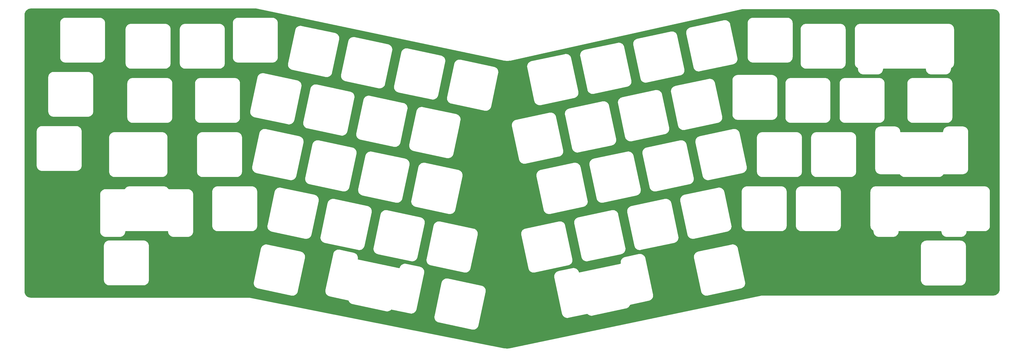
<source format=gbr>
%TF.GenerationSoftware,KiCad,Pcbnew,(5.1.9)-1*%
%TF.CreationDate,2021-02-22T13:55:49+01:00*%
%TF.ProjectId,switchplate,73776974-6368-4706-9c61-74652e6b6963,rev?*%
%TF.SameCoordinates,Original*%
%TF.FileFunction,Copper,L2,Bot*%
%TF.FilePolarity,Positive*%
%FSLAX46Y46*%
G04 Gerber Fmt 4.6, Leading zero omitted, Abs format (unit mm)*
G04 Created by KiCad (PCBNEW (5.1.9)-1) date 2021-02-22 13:55:49*
%MOMM*%
%LPD*%
G01*
G04 APERTURE LIST*
%TA.AperFunction,NonConductor*%
%ADD10C,0.254000*%
%TD*%
%TA.AperFunction,NonConductor*%
%ADD11C,0.100000*%
%TD*%
G04 APERTURE END LIST*
D10*
X209653639Y-94413213D02*
X209672573Y-94415291D01*
X209943348Y-94461078D01*
X209953221Y-94461985D01*
X210036333Y-94472130D01*
X211054067Y-94542578D01*
X211076523Y-94542425D01*
X211098879Y-94544621D01*
X211198481Y-94541595D01*
X212139564Y-94463558D01*
X212157412Y-94464922D01*
X212296938Y-94448090D01*
X293728292Y-76390000D01*
X381969444Y-76390000D01*
X382422227Y-76434396D01*
X382812984Y-76552372D01*
X383173382Y-76743999D01*
X383489698Y-77001980D01*
X383749877Y-77316483D01*
X383944017Y-77675535D01*
X384064717Y-78065455D01*
X384112000Y-78515320D01*
X384112001Y-174705434D01*
X384067604Y-175158227D01*
X383949628Y-175548984D01*
X383758001Y-175909381D01*
X383500020Y-176225698D01*
X383185518Y-176485877D01*
X382826462Y-176680017D01*
X382436544Y-176800717D01*
X381986680Y-176848000D01*
X300777823Y-176848000D01*
X300726102Y-176843446D01*
X300637833Y-176853063D01*
X300549375Y-176861775D01*
X300499680Y-176876850D01*
X211998942Y-195434682D01*
X211113300Y-195508122D01*
X210214587Y-195445912D01*
X209976253Y-195405611D01*
X155901564Y-184652123D01*
X185408659Y-184652123D01*
X185409859Y-184666412D01*
X185427547Y-184860774D01*
X185444988Y-184952205D01*
X185461153Y-185043879D01*
X185465105Y-185057663D01*
X185520209Y-185244889D01*
X185555080Y-185331196D01*
X185588738Y-185417973D01*
X185595292Y-185430726D01*
X185685711Y-185603682D01*
X185736701Y-185681604D01*
X185786555Y-185760161D01*
X185795458Y-185771394D01*
X185795462Y-185771400D01*
X185795466Y-185771405D01*
X185917754Y-185923500D01*
X185982875Y-185990000D01*
X186047073Y-186057414D01*
X186057993Y-186066708D01*
X186207499Y-186192158D01*
X186284290Y-186244737D01*
X186360362Y-186298400D01*
X186372879Y-186305395D01*
X186372882Y-186305397D01*
X186372885Y-186305398D01*
X186543904Y-186399418D01*
X186629475Y-186436094D01*
X186714495Y-186473947D01*
X186728129Y-186478377D01*
X186728135Y-186478379D01*
X186914164Y-186537390D01*
X186961823Y-186552531D01*
X198798290Y-189068449D01*
X198841809Y-189073311D01*
X198847702Y-189074607D01*
X198861952Y-189076205D01*
X199056049Y-189096605D01*
X199149108Y-189097255D01*
X199242187Y-189099204D01*
X199256476Y-189098004D01*
X199256480Y-189098004D01*
X199256484Y-189098003D01*
X199450838Y-189080316D01*
X199542269Y-189062875D01*
X199633943Y-189046710D01*
X199647727Y-189042758D01*
X199834953Y-188987654D01*
X199921260Y-188952783D01*
X200008037Y-188919125D01*
X200020790Y-188912571D01*
X200193746Y-188822152D01*
X200271668Y-188771162D01*
X200350225Y-188721308D01*
X200361458Y-188712405D01*
X200361464Y-188712401D01*
X200361469Y-188712397D01*
X200513564Y-188590109D01*
X200580064Y-188524988D01*
X200647478Y-188460790D01*
X200656772Y-188449870D01*
X200782222Y-188300364D01*
X200834801Y-188223573D01*
X200888464Y-188147501D01*
X200895459Y-188134984D01*
X200989482Y-187963959D01*
X201026158Y-187878388D01*
X201064011Y-187793368D01*
X201068442Y-187779730D01*
X201127454Y-187593699D01*
X201127454Y-187593698D01*
X201142595Y-187546040D01*
X203658513Y-175709573D01*
X203663375Y-175666054D01*
X203664671Y-175660161D01*
X203666269Y-175645911D01*
X203686669Y-175451814D01*
X203687319Y-175358755D01*
X203689268Y-175265676D01*
X203688068Y-175251387D01*
X203670380Y-175057025D01*
X203652944Y-174965618D01*
X203636775Y-174873921D01*
X203632822Y-174860137D01*
X203577718Y-174672910D01*
X203542847Y-174586603D01*
X203509189Y-174499826D01*
X203502635Y-174487073D01*
X203412216Y-174314117D01*
X203361241Y-174236218D01*
X203311372Y-174157638D01*
X203302469Y-174146405D01*
X203302465Y-174146399D01*
X203302461Y-174146394D01*
X203180173Y-173994299D01*
X203115052Y-173927799D01*
X203050854Y-173860385D01*
X203039934Y-173851091D01*
X202890428Y-173725641D01*
X202813637Y-173673062D01*
X202737565Y-173619399D01*
X202725048Y-173612404D01*
X202725045Y-173612402D01*
X202725042Y-173612401D01*
X202554023Y-173518382D01*
X202468485Y-173481720D01*
X202383432Y-173443852D01*
X202369802Y-173439424D01*
X202369796Y-173439421D01*
X202369790Y-173439420D01*
X202185399Y-173380928D01*
X202136105Y-173365267D01*
X190299636Y-170849350D01*
X190256117Y-170844488D01*
X190250224Y-170843192D01*
X190235974Y-170841594D01*
X190041878Y-170821194D01*
X189948819Y-170820544D01*
X189855740Y-170818595D01*
X189841451Y-170819795D01*
X189841447Y-170819795D01*
X189841443Y-170819796D01*
X189647089Y-170837483D01*
X189555682Y-170854919D01*
X189463985Y-170871088D01*
X189450201Y-170875041D01*
X189262974Y-170930145D01*
X189176667Y-170965016D01*
X189089890Y-170998674D01*
X189077137Y-171005228D01*
X188904181Y-171095647D01*
X188826282Y-171146622D01*
X188747702Y-171196491D01*
X188736469Y-171205394D01*
X188736463Y-171205398D01*
X188736458Y-171205402D01*
X188584363Y-171327690D01*
X188517863Y-171392811D01*
X188450449Y-171457009D01*
X188441155Y-171467929D01*
X188315705Y-171617435D01*
X188263126Y-171694226D01*
X188209463Y-171770298D01*
X188202468Y-171782815D01*
X188108446Y-171953840D01*
X188071784Y-172039378D01*
X188033916Y-172124431D01*
X188029488Y-172138061D01*
X188029485Y-172138067D01*
X188029485Y-172138069D01*
X187970992Y-172322464D01*
X187955331Y-172371758D01*
X185439414Y-184208227D01*
X185434552Y-184251746D01*
X185433256Y-184257639D01*
X185431658Y-184271889D01*
X185411258Y-184465985D01*
X185410608Y-184559044D01*
X185408659Y-184652123D01*
X155901564Y-184652123D01*
X120627578Y-177637411D01*
X120582625Y-177623775D01*
X120535831Y-177619166D01*
X120535815Y-177619163D01*
X120503004Y-177615933D01*
X120442765Y-177610000D01*
X120442734Y-177610000D01*
X120395955Y-177605395D01*
X120349221Y-177610000D01*
X43734556Y-177610000D01*
X43281773Y-177565604D01*
X42891016Y-177447628D01*
X42530619Y-177256001D01*
X42214302Y-176998020D01*
X41954123Y-176683518D01*
X41759983Y-176324462D01*
X41639283Y-175934544D01*
X41592000Y-175484680D01*
X41592000Y-159445050D01*
X69241964Y-159445050D01*
X69241965Y-171545951D01*
X69246256Y-171589515D01*
X69246214Y-171595564D01*
X69247613Y-171609835D01*
X69268014Y-171803932D01*
X69286727Y-171895091D01*
X69304172Y-171986542D01*
X69308317Y-172000269D01*
X69366029Y-172186707D01*
X69402088Y-172272489D01*
X69436970Y-172358824D01*
X69443702Y-172371484D01*
X69536528Y-172543162D01*
X69588582Y-172620334D01*
X69639547Y-172698217D01*
X69648610Y-172709329D01*
X69773014Y-172859707D01*
X69839046Y-172925279D01*
X69904186Y-172991798D01*
X69915235Y-173000938D01*
X70066478Y-173124289D01*
X70143997Y-173175793D01*
X70220815Y-173228391D01*
X70233429Y-173235211D01*
X70405749Y-173326835D01*
X70491817Y-173362309D01*
X70577361Y-173398973D01*
X70591057Y-173403212D01*
X70591061Y-173403214D01*
X70591065Y-173403215D01*
X70777895Y-173459622D01*
X70869182Y-173477698D01*
X70960251Y-173497055D01*
X70974503Y-173498552D01*
X70974513Y-173498554D01*
X70974522Y-173498554D01*
X71167894Y-173517514D01*
X71218513Y-173522500D01*
X83319415Y-173522500D01*
X83363003Y-173518207D01*
X83369028Y-173518249D01*
X83383299Y-173516850D01*
X83577396Y-173496449D01*
X83668555Y-173477736D01*
X83760006Y-173460291D01*
X83773733Y-173456146D01*
X83773735Y-173456145D01*
X83773737Y-173456145D01*
X83773739Y-173456144D01*
X83960171Y-173398434D01*
X84045953Y-173362375D01*
X84132288Y-173327493D01*
X84144941Y-173320765D01*
X84144945Y-173320763D01*
X84144948Y-173320761D01*
X84316626Y-173227935D01*
X84393798Y-173175881D01*
X84471681Y-173124916D01*
X84482793Y-173115853D01*
X84633171Y-172991449D01*
X84698743Y-172925417D01*
X84765262Y-172860277D01*
X84774402Y-172849228D01*
X84897753Y-172697985D01*
X84903906Y-172688723D01*
X121908659Y-172688723D01*
X121909859Y-172703012D01*
X121927547Y-172897374D01*
X121944988Y-172988805D01*
X121961153Y-173080479D01*
X121965105Y-173094263D01*
X122020209Y-173281489D01*
X122055080Y-173367796D01*
X122088738Y-173454573D01*
X122095292Y-173467326D01*
X122185711Y-173640282D01*
X122236701Y-173718204D01*
X122286555Y-173796761D01*
X122295458Y-173807994D01*
X122295462Y-173808000D01*
X122295466Y-173808005D01*
X122417754Y-173960100D01*
X122482875Y-174026600D01*
X122547073Y-174094014D01*
X122557993Y-174103308D01*
X122707499Y-174228758D01*
X122784290Y-174281337D01*
X122860362Y-174335000D01*
X122872879Y-174341995D01*
X122872882Y-174341997D01*
X122872885Y-174341998D01*
X123043904Y-174436018D01*
X123129475Y-174472694D01*
X123214495Y-174510547D01*
X123228129Y-174514977D01*
X123228135Y-174514979D01*
X123414164Y-174573990D01*
X123461823Y-174589131D01*
X135298290Y-177105049D01*
X135341809Y-177109911D01*
X135347702Y-177111207D01*
X135361952Y-177112805D01*
X135556049Y-177133205D01*
X135649108Y-177133855D01*
X135742187Y-177135804D01*
X135756476Y-177134604D01*
X135756480Y-177134604D01*
X135756484Y-177134603D01*
X135950838Y-177116916D01*
X136042269Y-177099475D01*
X136133943Y-177083310D01*
X136147727Y-177079358D01*
X136334953Y-177024254D01*
X136421260Y-176989383D01*
X136508037Y-176955725D01*
X136520790Y-176949171D01*
X136693746Y-176858752D01*
X136771668Y-176807762D01*
X136850225Y-176757908D01*
X136861458Y-176749005D01*
X136861464Y-176749001D01*
X136861469Y-176748997D01*
X137013564Y-176626709D01*
X137080064Y-176561588D01*
X137147478Y-176497390D01*
X137156772Y-176486470D01*
X137282222Y-176336964D01*
X137334801Y-176260173D01*
X137388464Y-176184101D01*
X137395459Y-176171584D01*
X137489482Y-176000559D01*
X137526158Y-175914988D01*
X137564011Y-175829968D01*
X137568442Y-175816330D01*
X137627454Y-175630299D01*
X137627454Y-175630298D01*
X137642595Y-175582640D01*
X137663766Y-175483035D01*
X147106931Y-175483035D01*
X147108131Y-175497324D01*
X147125819Y-175691686D01*
X147143260Y-175783117D01*
X147159425Y-175874791D01*
X147163377Y-175888575D01*
X147218481Y-176075801D01*
X147253352Y-176162108D01*
X147287010Y-176248885D01*
X147293564Y-176261638D01*
X147383983Y-176434594D01*
X147434973Y-176512516D01*
X147484827Y-176591073D01*
X147493730Y-176602306D01*
X147493734Y-176602312D01*
X147493738Y-176602317D01*
X147616026Y-176754412D01*
X147681147Y-176820912D01*
X147745345Y-176888326D01*
X147756265Y-176897620D01*
X147905771Y-177023070D01*
X147982562Y-177075649D01*
X148058634Y-177129312D01*
X148071151Y-177136307D01*
X148071154Y-177136309D01*
X148071157Y-177136310D01*
X148242176Y-177230330D01*
X148327747Y-177267006D01*
X148412767Y-177304859D01*
X148426401Y-177309289D01*
X148426407Y-177309291D01*
X148612436Y-177368302D01*
X148612440Y-177368303D01*
X148659741Y-177383349D01*
X155252100Y-178787053D01*
X155258768Y-178809709D01*
X155293636Y-178896010D01*
X155327300Y-178982801D01*
X155333849Y-178995541D01*
X155333852Y-178995550D01*
X155333855Y-178995554D01*
X155424274Y-179168510D01*
X155475242Y-179246397D01*
X155525116Y-179324985D01*
X155534021Y-179336220D01*
X155534026Y-179336227D01*
X155534032Y-179336233D01*
X155656313Y-179488322D01*
X155721436Y-179554824D01*
X155785633Y-179622237D01*
X155796553Y-179631531D01*
X155946059Y-179756981D01*
X156022850Y-179809560D01*
X156098922Y-179863223D01*
X156111439Y-179870218D01*
X156111442Y-179870220D01*
X156111445Y-179870221D01*
X156282464Y-179964241D01*
X156368035Y-180000917D01*
X156453055Y-180038770D01*
X156466689Y-180043200D01*
X156466695Y-180043202D01*
X156652724Y-180102213D01*
X156652726Y-180102213D01*
X156700006Y-180117254D01*
X168551179Y-182640987D01*
X168595061Y-182645907D01*
X168600975Y-182647207D01*
X168615225Y-182648805D01*
X168809322Y-182669205D01*
X168902381Y-182669855D01*
X168995460Y-182671804D01*
X169009749Y-182670604D01*
X169009753Y-182670604D01*
X169009757Y-182670603D01*
X169204111Y-182652916D01*
X169295542Y-182635475D01*
X169387216Y-182619310D01*
X169401000Y-182615358D01*
X169588226Y-182560254D01*
X169674533Y-182525383D01*
X169761310Y-182491725D01*
X169774063Y-182485171D01*
X169947019Y-182394752D01*
X170024941Y-182343762D01*
X170103498Y-182293908D01*
X170114731Y-182285005D01*
X170114737Y-182285001D01*
X170114742Y-182284997D01*
X170266837Y-182162709D01*
X170333337Y-182097588D01*
X170400751Y-182033390D01*
X170410045Y-182022470D01*
X170416261Y-182015062D01*
X177013084Y-183417260D01*
X177056603Y-183422122D01*
X177062496Y-183423418D01*
X177076746Y-183425016D01*
X177270843Y-183445416D01*
X177363902Y-183446066D01*
X177456981Y-183448015D01*
X177471270Y-183446815D01*
X177471274Y-183446815D01*
X177471278Y-183446814D01*
X177665632Y-183429127D01*
X177757063Y-183411686D01*
X177848737Y-183395521D01*
X177862521Y-183391569D01*
X178049747Y-183336465D01*
X178136054Y-183301594D01*
X178222831Y-183267936D01*
X178235584Y-183261382D01*
X178408540Y-183170963D01*
X178486462Y-183119973D01*
X178565019Y-183070119D01*
X178576252Y-183061216D01*
X178576258Y-183061212D01*
X178576263Y-183061208D01*
X178728358Y-182938920D01*
X178794858Y-182873799D01*
X178862272Y-182809601D01*
X178871566Y-182798681D01*
X178997016Y-182649175D01*
X179049595Y-182572384D01*
X179103258Y-182496312D01*
X179110253Y-182483795D01*
X179204276Y-182312770D01*
X179240952Y-182227199D01*
X179278805Y-182142179D01*
X179283236Y-182128541D01*
X179342248Y-181942510D01*
X179342248Y-181942509D01*
X179357389Y-181894851D01*
X181851670Y-170160173D01*
X227539875Y-170160173D01*
X227541174Y-170253218D01*
X227541174Y-170346329D01*
X227542673Y-170360589D01*
X227564428Y-170554538D01*
X227569981Y-170604235D01*
X230293810Y-183418851D01*
X230307073Y-183460598D01*
X230308284Y-183466498D01*
X230312620Y-183480166D01*
X230372930Y-183665778D01*
X230410173Y-183751022D01*
X230446265Y-183836882D01*
X230453174Y-183849448D01*
X230548387Y-184019812D01*
X230601499Y-184096230D01*
X230653559Y-184173413D01*
X230662776Y-184184397D01*
X230789266Y-184333023D01*
X230856235Y-184397694D01*
X230922275Y-184463275D01*
X230933439Y-184472251D01*
X230933447Y-184472258D01*
X230933455Y-184472263D01*
X231086402Y-184593488D01*
X231164648Y-184643914D01*
X231242170Y-184695419D01*
X231254878Y-184702063D01*
X231428460Y-184791273D01*
X231515030Y-184825548D01*
X231601067Y-184861010D01*
X231614823Y-184865059D01*
X231802429Y-184918854D01*
X231893938Y-184935649D01*
X231985291Y-184953737D01*
X231999571Y-184955036D01*
X232194052Y-184971367D01*
X232287097Y-184970068D01*
X232380207Y-184970068D01*
X232394468Y-184968569D01*
X232588417Y-184946814D01*
X232588430Y-184946811D01*
X232638115Y-184941260D01*
X239235568Y-183538930D01*
X239250787Y-183556812D01*
X239317756Y-183621483D01*
X239383796Y-183687064D01*
X239394960Y-183696040D01*
X239394968Y-183696047D01*
X239394976Y-183696052D01*
X239547923Y-183817277D01*
X239626169Y-183867703D01*
X239703691Y-183919208D01*
X239716399Y-183925852D01*
X239889981Y-184015062D01*
X239976551Y-184049337D01*
X240062588Y-184084799D01*
X240076344Y-184088848D01*
X240263950Y-184142643D01*
X240355459Y-184159438D01*
X240446812Y-184177526D01*
X240461092Y-184178825D01*
X240655573Y-184195156D01*
X240748618Y-184193857D01*
X240841728Y-184193857D01*
X240855989Y-184192358D01*
X241049938Y-184170603D01*
X241049951Y-184170600D01*
X241099636Y-184165049D01*
X252936105Y-181649132D01*
X252977853Y-181635869D01*
X252983751Y-181634658D01*
X252997419Y-181630322D01*
X253183031Y-181570012D01*
X253268275Y-181532769D01*
X253354135Y-181496677D01*
X253366701Y-181489768D01*
X253537065Y-181394555D01*
X253613483Y-181341443D01*
X253690666Y-181289383D01*
X253701650Y-181280166D01*
X253850276Y-181153676D01*
X253914947Y-181086707D01*
X253980528Y-181020667D01*
X253989504Y-181009503D01*
X253989511Y-181009495D01*
X253989516Y-181009487D01*
X254110741Y-180856540D01*
X254161167Y-180778294D01*
X254212672Y-180700772D01*
X254219316Y-180688064D01*
X254308526Y-180514482D01*
X254342801Y-180427912D01*
X254378263Y-180341875D01*
X254382312Y-180328119D01*
X254384978Y-180318822D01*
X260981802Y-178916625D01*
X261023549Y-178903362D01*
X261029449Y-178902151D01*
X261043117Y-178897815D01*
X261228729Y-178837505D01*
X261313973Y-178800262D01*
X261399833Y-178764170D01*
X261412399Y-178757261D01*
X261582763Y-178662048D01*
X261659181Y-178608936D01*
X261736364Y-178556876D01*
X261747348Y-178547659D01*
X261895974Y-178421169D01*
X261960645Y-178354200D01*
X262026226Y-178288160D01*
X262035202Y-178276996D01*
X262035209Y-178276988D01*
X262035214Y-178276980D01*
X262156439Y-178124033D01*
X262206865Y-178045787D01*
X262258370Y-177968265D01*
X262265014Y-177955557D01*
X262354224Y-177781975D01*
X262388499Y-177695405D01*
X262423961Y-177609368D01*
X262428010Y-177595612D01*
X262481805Y-177408006D01*
X262498600Y-177316497D01*
X262516688Y-177225144D01*
X262517987Y-177210864D01*
X262534318Y-177016383D01*
X262533019Y-176923338D01*
X262533019Y-176830228D01*
X262531520Y-176815967D01*
X262509765Y-176622017D01*
X262509762Y-176622003D01*
X262504211Y-176572320D01*
X259780381Y-163757705D01*
X259767121Y-163715967D01*
X259765908Y-163710058D01*
X259761572Y-163696390D01*
X259701262Y-163510777D01*
X259664004Y-163425499D01*
X259627929Y-163339678D01*
X259621021Y-163327112D01*
X259607048Y-163302109D01*
X276619307Y-163302109D01*
X276620606Y-163395154D01*
X276620606Y-163488264D01*
X276622105Y-163502525D01*
X276643860Y-163696474D01*
X276643863Y-163696487D01*
X276649414Y-163746172D01*
X279165331Y-175582641D01*
X279178594Y-175624389D01*
X279179805Y-175630287D01*
X279184141Y-175643955D01*
X279244451Y-175829567D01*
X279281694Y-175914811D01*
X279317786Y-176000671D01*
X279324695Y-176013237D01*
X279419908Y-176183601D01*
X279473020Y-176260019D01*
X279525080Y-176337202D01*
X279534297Y-176348186D01*
X279660787Y-176496812D01*
X279727756Y-176561483D01*
X279793796Y-176627064D01*
X279804960Y-176636040D01*
X279804968Y-176636047D01*
X279804976Y-176636052D01*
X279957923Y-176757277D01*
X280036169Y-176807703D01*
X280113691Y-176859208D01*
X280126399Y-176865852D01*
X280299981Y-176955062D01*
X280386551Y-176989337D01*
X280472588Y-177024799D01*
X280486344Y-177028848D01*
X280673950Y-177082643D01*
X280765459Y-177099438D01*
X280856812Y-177117526D01*
X280871092Y-177118825D01*
X281065573Y-177135156D01*
X281158618Y-177133857D01*
X281251728Y-177133857D01*
X281265989Y-177132358D01*
X281459938Y-177110603D01*
X281459951Y-177110600D01*
X281509636Y-177105049D01*
X293346105Y-174589132D01*
X293387853Y-174575869D01*
X293393751Y-174574658D01*
X293407419Y-174570322D01*
X293593031Y-174510012D01*
X293678275Y-174472769D01*
X293764135Y-174436677D01*
X293776701Y-174429768D01*
X293947065Y-174334555D01*
X294023483Y-174281443D01*
X294100666Y-174229383D01*
X294111650Y-174220166D01*
X294260276Y-174093676D01*
X294324947Y-174026707D01*
X294390528Y-173960667D01*
X294399504Y-173949503D01*
X294399511Y-173949495D01*
X294399516Y-173949487D01*
X294520741Y-173796540D01*
X294571167Y-173718294D01*
X294622672Y-173640772D01*
X294629316Y-173628064D01*
X294718526Y-173454482D01*
X294752801Y-173367912D01*
X294788263Y-173281875D01*
X294792312Y-173268119D01*
X294846107Y-173080513D01*
X294862902Y-172989004D01*
X294880990Y-172897651D01*
X294882289Y-172883371D01*
X294898620Y-172688890D01*
X294897321Y-172595845D01*
X294897321Y-172502735D01*
X294895822Y-172488474D01*
X294874067Y-172294524D01*
X294874064Y-172294511D01*
X294868513Y-172244826D01*
X292352595Y-160408359D01*
X292339335Y-160366621D01*
X292338122Y-160360712D01*
X292333786Y-160347044D01*
X292273476Y-160161431D01*
X292236219Y-160076155D01*
X292200140Y-159990327D01*
X292193232Y-159977762D01*
X292098018Y-159807397D01*
X292044912Y-159730988D01*
X291992847Y-159653797D01*
X291983629Y-159642813D01*
X291983627Y-159642810D01*
X291983624Y-159642807D01*
X291857140Y-159494187D01*
X291855963Y-159493050D01*
X356417564Y-159493050D01*
X356417565Y-171593951D01*
X356421856Y-171637516D01*
X356421814Y-171643564D01*
X356423213Y-171657835D01*
X356443614Y-171851932D01*
X356462327Y-171943091D01*
X356479772Y-172034542D01*
X356483917Y-172048269D01*
X356541629Y-172234707D01*
X356577688Y-172320489D01*
X356612570Y-172406824D01*
X356619302Y-172419484D01*
X356712128Y-172591162D01*
X356764182Y-172668334D01*
X356815147Y-172746217D01*
X356824210Y-172757329D01*
X356948614Y-172907707D01*
X357014646Y-172973279D01*
X357079786Y-173039798D01*
X357090835Y-173048938D01*
X357242078Y-173172289D01*
X357319597Y-173223793D01*
X357396415Y-173276391D01*
X357409029Y-173283211D01*
X357581349Y-173374835D01*
X357667417Y-173410309D01*
X357752961Y-173446973D01*
X357766657Y-173451212D01*
X357766661Y-173451214D01*
X357766665Y-173451215D01*
X357953495Y-173507622D01*
X358044782Y-173525698D01*
X358135851Y-173545055D01*
X358150103Y-173546552D01*
X358150113Y-173546554D01*
X358150122Y-173546554D01*
X358343494Y-173565514D01*
X358394113Y-173570500D01*
X370495015Y-173570500D01*
X370538603Y-173566207D01*
X370544628Y-173566249D01*
X370558899Y-173564850D01*
X370752996Y-173544449D01*
X370844155Y-173525736D01*
X370935606Y-173508291D01*
X370949333Y-173504146D01*
X370949335Y-173504145D01*
X370949337Y-173504145D01*
X370949339Y-173504144D01*
X371135771Y-173446434D01*
X371221553Y-173410375D01*
X371307888Y-173375493D01*
X371320541Y-173368765D01*
X371320545Y-173368763D01*
X371320548Y-173368761D01*
X371492226Y-173275935D01*
X371569396Y-173223882D01*
X371647278Y-173172918D01*
X371658390Y-173163855D01*
X371658392Y-173163853D01*
X371658394Y-173163852D01*
X371658396Y-173163850D01*
X371808768Y-173039452D01*
X371874323Y-172973438D01*
X371940862Y-172908278D01*
X371950002Y-172897229D01*
X372073353Y-172745986D01*
X372124865Y-172668454D01*
X372177452Y-172591653D01*
X372184273Y-172579040D01*
X372275898Y-172406718D01*
X372311371Y-172320654D01*
X372348038Y-172235103D01*
X372352276Y-172221413D01*
X372352278Y-172221407D01*
X372352279Y-172221401D01*
X372408687Y-172034569D01*
X372426763Y-171943282D01*
X372446120Y-171852213D01*
X372447617Y-171837961D01*
X372447619Y-171837951D01*
X372447619Y-171837937D01*
X372466663Y-171643718D01*
X372466663Y-171643712D01*
X372471564Y-171593951D01*
X372471564Y-159493049D01*
X372467271Y-159449461D01*
X372467313Y-159443436D01*
X372465914Y-159429165D01*
X372445513Y-159235068D01*
X372426800Y-159143909D01*
X372409355Y-159052458D01*
X372405210Y-159038731D01*
X372347498Y-158852293D01*
X372311437Y-158766506D01*
X372276559Y-158680180D01*
X372269827Y-158667519D01*
X372177002Y-158495843D01*
X372124976Y-158418711D01*
X372073981Y-158340783D01*
X372064918Y-158329671D01*
X371940514Y-158179293D01*
X371874465Y-158113704D01*
X371809341Y-158047201D01*
X371798292Y-158038061D01*
X371647050Y-157914711D01*
X371569530Y-157863207D01*
X371492716Y-157810612D01*
X371480103Y-157803791D01*
X371307780Y-157712166D01*
X371221731Y-157676699D01*
X371136167Y-157640027D01*
X371122475Y-157635789D01*
X371122468Y-157635786D01*
X371122461Y-157635785D01*
X370935633Y-157579378D01*
X370844346Y-157561302D01*
X370753277Y-157541945D01*
X370739025Y-157540448D01*
X370739015Y-157540446D01*
X370739006Y-157540446D01*
X370545412Y-157521464D01*
X370495015Y-157516500D01*
X358394113Y-157516500D01*
X358350535Y-157520792D01*
X358344500Y-157520750D01*
X358330229Y-157522149D01*
X358136132Y-157542550D01*
X358044973Y-157561263D01*
X357953522Y-157578708D01*
X357939795Y-157582853D01*
X357939793Y-157582854D01*
X357939791Y-157582854D01*
X357939789Y-157582855D01*
X357753357Y-157640565D01*
X357667562Y-157676630D01*
X357581241Y-157711506D01*
X357568587Y-157718234D01*
X357568583Y-157718236D01*
X357568580Y-157718238D01*
X357396903Y-157811064D01*
X357319744Y-157863109D01*
X357241851Y-157914080D01*
X357230738Y-157923143D01*
X357080360Y-158047547D01*
X357014752Y-158113614D01*
X356948266Y-158178722D01*
X356939130Y-158189765D01*
X356939126Y-158189769D01*
X356939125Y-158189771D01*
X356815775Y-158341013D01*
X356764263Y-158418545D01*
X356711676Y-158495346D01*
X356704856Y-158507959D01*
X356613230Y-158680280D01*
X356577756Y-158766347D01*
X356541090Y-158851896D01*
X356536852Y-158865586D01*
X356536850Y-158865592D01*
X356536850Y-158865594D01*
X356480441Y-159052430D01*
X356462364Y-159143725D01*
X356443008Y-159234787D01*
X356441509Y-159249047D01*
X356422465Y-159443282D01*
X356422465Y-159443289D01*
X356417564Y-159493050D01*
X291855963Y-159493050D01*
X291790171Y-159429516D01*
X291724131Y-159363935D01*
X291712962Y-159354954D01*
X291712956Y-159354950D01*
X291560004Y-159233723D01*
X291481754Y-159183294D01*
X291404236Y-159131791D01*
X291391528Y-159125147D01*
X291391529Y-159125147D01*
X291391521Y-159125143D01*
X291217945Y-159035937D01*
X291131420Y-159001679D01*
X291045338Y-158966199D01*
X291031582Y-158962151D01*
X290843977Y-158908356D01*
X290752468Y-158891561D01*
X290661115Y-158873473D01*
X290646835Y-158872174D01*
X290452354Y-158855843D01*
X290359309Y-158857142D01*
X290266199Y-158857142D01*
X290251938Y-158858641D01*
X290057988Y-158880396D01*
X290057975Y-158880399D01*
X290008290Y-158885950D01*
X278171823Y-161401868D01*
X278130085Y-161415128D01*
X278124176Y-161416341D01*
X278110508Y-161420677D01*
X277924895Y-161480987D01*
X277839619Y-161518244D01*
X277753791Y-161554323D01*
X277741226Y-161561231D01*
X277570861Y-161656445D01*
X277494452Y-161709551D01*
X277417261Y-161761616D01*
X277406278Y-161770834D01*
X277406274Y-161770836D01*
X277406271Y-161770839D01*
X277257651Y-161897323D01*
X277192980Y-161964292D01*
X277127399Y-162030332D01*
X277118414Y-162041507D01*
X276997187Y-162194459D01*
X276946758Y-162272709D01*
X276895255Y-162350227D01*
X276888611Y-162362935D01*
X276799401Y-162536518D01*
X276765143Y-162623043D01*
X276729663Y-162709125D01*
X276725615Y-162722881D01*
X276671820Y-162910486D01*
X276655025Y-163001995D01*
X276636937Y-163093348D01*
X276635638Y-163107628D01*
X276619307Y-163302109D01*
X259607048Y-163302109D01*
X259525808Y-163156747D01*
X259472690Y-163080320D01*
X259420631Y-163003140D01*
X259411414Y-162992156D01*
X259284923Y-162843530D01*
X259217986Y-162778891D01*
X259151919Y-162713283D01*
X259140744Y-162704298D01*
X258987794Y-162583071D01*
X258909593Y-162532674D01*
X258832021Y-162481135D01*
X258819313Y-162474492D01*
X258645729Y-162385282D01*
X258559207Y-162351026D01*
X258473131Y-162315547D01*
X258459375Y-162311499D01*
X258459369Y-162311497D01*
X258459366Y-162311497D01*
X258271770Y-162257703D01*
X258180247Y-162240905D01*
X258088902Y-162222818D01*
X258074634Y-162221520D01*
X258074628Y-162221519D01*
X258074622Y-162221519D01*
X257880141Y-162205188D01*
X257787096Y-162206487D01*
X257693986Y-162206487D01*
X257679725Y-162207986D01*
X257485775Y-162229741D01*
X257485753Y-162229746D01*
X257436076Y-162235296D01*
X252446642Y-163295832D01*
X252404904Y-163309092D01*
X252398995Y-163310305D01*
X252385327Y-163314641D01*
X252199714Y-163374951D01*
X252114438Y-163412208D01*
X252028610Y-163448287D01*
X252016045Y-163455195D01*
X251845680Y-163550409D01*
X251769271Y-163603515D01*
X251692080Y-163655580D01*
X251681097Y-163664798D01*
X251681093Y-163664800D01*
X251681090Y-163664803D01*
X251532470Y-163791287D01*
X251467799Y-163858256D01*
X251402218Y-163924296D01*
X251393233Y-163935471D01*
X251272006Y-164088423D01*
X251221577Y-164166673D01*
X251170074Y-164244191D01*
X251163430Y-164256899D01*
X251074220Y-164430482D01*
X251039962Y-164517007D01*
X251004482Y-164603089D01*
X251000434Y-164616845D01*
X250946639Y-164804450D01*
X250929844Y-164895959D01*
X250911756Y-164987312D01*
X250910457Y-165001592D01*
X250894126Y-165196073D01*
X250895425Y-165289118D01*
X250895425Y-165382228D01*
X250896924Y-165396489D01*
X250916971Y-165575207D01*
X250919833Y-165610132D01*
X250931531Y-165674435D01*
X236433769Y-168757164D01*
X236427917Y-168728667D01*
X236412913Y-168680285D01*
X236411655Y-168674157D01*
X236407319Y-168660489D01*
X236395345Y-168623637D01*
X236383011Y-168583864D01*
X236381542Y-168581156D01*
X236347009Y-168474876D01*
X236309751Y-168389598D01*
X236273676Y-168303777D01*
X236266768Y-168291211D01*
X236171555Y-168120846D01*
X236118437Y-168044419D01*
X236066378Y-167967239D01*
X236057161Y-167956255D01*
X235930670Y-167807629D01*
X235863734Y-167742990D01*
X235797663Y-167677379D01*
X235786487Y-167668394D01*
X235633538Y-167547168D01*
X235555325Y-167496764D01*
X235477768Y-167445235D01*
X235465060Y-167438592D01*
X235291476Y-167349382D01*
X235204918Y-167315111D01*
X235118873Y-167279646D01*
X235105117Y-167275597D01*
X234917512Y-167221802D01*
X234825970Y-167205001D01*
X234734648Y-167186919D01*
X234720372Y-167185620D01*
X234720368Y-167185620D01*
X234525887Y-167169289D01*
X234432842Y-167170588D01*
X234339731Y-167170588D01*
X234325470Y-167172087D01*
X234131522Y-167193842D01*
X234131519Y-167193843D01*
X234081824Y-167199395D01*
X229092390Y-168259932D01*
X229050652Y-168273192D01*
X229044743Y-168274405D01*
X229031075Y-168278741D01*
X228845462Y-168339051D01*
X228760184Y-168376309D01*
X228674363Y-168412384D01*
X228661797Y-168419292D01*
X228491432Y-168514505D01*
X228415005Y-168567623D01*
X228337825Y-168619682D01*
X228326847Y-168628894D01*
X228326844Y-168628896D01*
X228326842Y-168628899D01*
X228326841Y-168628899D01*
X228178215Y-168755390D01*
X228113576Y-168822326D01*
X228047965Y-168888397D01*
X228038980Y-168899573D01*
X227917754Y-169052522D01*
X227867350Y-169130735D01*
X227815821Y-169208292D01*
X227809178Y-169221000D01*
X227719968Y-169394584D01*
X227685697Y-169481142D01*
X227650232Y-169567187D01*
X227646183Y-169580943D01*
X227592388Y-169768548D01*
X227575587Y-169860090D01*
X227557505Y-169951412D01*
X227556206Y-169965692D01*
X227539875Y-170160173D01*
X181851670Y-170160173D01*
X182081218Y-169080236D01*
X182086080Y-169036717D01*
X182087376Y-169030824D01*
X182088974Y-169016574D01*
X182109374Y-168822478D01*
X182110024Y-168729419D01*
X182111973Y-168636340D01*
X182110773Y-168622051D01*
X182093085Y-168427689D01*
X182075645Y-168336264D01*
X182059480Y-168244586D01*
X182055528Y-168230802D01*
X182000425Y-168043578D01*
X181965563Y-167957291D01*
X181931894Y-167870488D01*
X181925345Y-167857746D01*
X181925341Y-167857737D01*
X181925336Y-167857730D01*
X181834920Y-167684778D01*
X181783961Y-167606905D01*
X181734077Y-167528301D01*
X181725170Y-167517063D01*
X181602879Y-167364964D01*
X181537776Y-167298483D01*
X181473560Y-167231049D01*
X181462640Y-167221755D01*
X181313134Y-167096305D01*
X181236343Y-167043726D01*
X181160271Y-166990063D01*
X181147754Y-166983068D01*
X181147751Y-166983066D01*
X181147748Y-166983065D01*
X180976729Y-166889046D01*
X180891191Y-166852384D01*
X180806138Y-166814516D01*
X180792508Y-166810088D01*
X180792502Y-166810085D01*
X180792496Y-166810084D01*
X180607668Y-166751453D01*
X180558810Y-166735931D01*
X175569375Y-165675396D01*
X175525858Y-165670534D01*
X175519964Y-165669238D01*
X175505714Y-165667640D01*
X175311618Y-165647240D01*
X175218560Y-165646590D01*
X175125480Y-165644641D01*
X175111191Y-165645841D01*
X175111187Y-165645841D01*
X175111183Y-165645842D01*
X174916829Y-165663529D01*
X174825404Y-165680969D01*
X174733726Y-165697134D01*
X174719942Y-165701086D01*
X174532718Y-165756189D01*
X174446431Y-165791051D01*
X174359628Y-165824720D01*
X174346886Y-165831269D01*
X174346877Y-165831273D01*
X174346870Y-165831278D01*
X174173918Y-165921694D01*
X174096045Y-165972653D01*
X174017441Y-166022537D01*
X174006203Y-166031444D01*
X173854104Y-166153735D01*
X173787623Y-166218838D01*
X173720189Y-166283054D01*
X173710895Y-166293974D01*
X173585445Y-166443480D01*
X173532866Y-166520271D01*
X173479203Y-166596343D01*
X173472208Y-166608860D01*
X173378186Y-166779885D01*
X173341524Y-166865423D01*
X173303656Y-166950476D01*
X173299228Y-166964106D01*
X173299225Y-166964112D01*
X173299225Y-166964114D01*
X173269784Y-167056924D01*
X173268189Y-167059864D01*
X173223283Y-167204666D01*
X173217431Y-167233163D01*
X158719670Y-164150435D01*
X158731367Y-164086133D01*
X158732858Y-164067938D01*
X158733125Y-164066725D01*
X158734723Y-164052475D01*
X158755123Y-163858378D01*
X158755773Y-163765319D01*
X158757722Y-163672240D01*
X158756522Y-163657951D01*
X158738834Y-163463589D01*
X158721398Y-163372182D01*
X158705229Y-163280485D01*
X158701276Y-163266701D01*
X158646172Y-163079474D01*
X158611301Y-162993167D01*
X158577643Y-162906390D01*
X158571089Y-162893637D01*
X158480670Y-162720681D01*
X158429695Y-162642782D01*
X158379826Y-162564202D01*
X158370923Y-162552969D01*
X158370919Y-162552963D01*
X158370915Y-162552958D01*
X158248627Y-162400863D01*
X158183506Y-162334363D01*
X158119308Y-162266949D01*
X158108388Y-162257655D01*
X157958882Y-162132205D01*
X157882091Y-162079626D01*
X157806019Y-162025963D01*
X157793502Y-162018968D01*
X157793499Y-162018966D01*
X157793496Y-162018965D01*
X157622477Y-161924946D01*
X157536939Y-161888284D01*
X157451886Y-161850416D01*
X157438256Y-161845988D01*
X157438250Y-161845985D01*
X157438244Y-161845984D01*
X157253416Y-161787353D01*
X157204558Y-161771831D01*
X152215122Y-160711295D01*
X152171605Y-160706433D01*
X152165711Y-160705137D01*
X152151461Y-160703539D01*
X151957365Y-160683139D01*
X151864299Y-160682489D01*
X151771222Y-160680540D01*
X151756933Y-160681740D01*
X151562570Y-160699429D01*
X151471110Y-160716876D01*
X151379473Y-160733034D01*
X151365689Y-160736986D01*
X151365687Y-160736987D01*
X151365685Y-160736987D01*
X151365683Y-160736988D01*
X151178465Y-160792089D01*
X151092178Y-160826951D01*
X151005375Y-160860620D01*
X150992633Y-160867169D01*
X150992624Y-160867173D01*
X150992617Y-160867178D01*
X150819665Y-160957594D01*
X150741787Y-161008557D01*
X150663185Y-161058439D01*
X150651947Y-161067346D01*
X150499847Y-161189638D01*
X150433353Y-161254754D01*
X150365938Y-161318953D01*
X150356644Y-161329873D01*
X150231194Y-161479378D01*
X150178610Y-161556175D01*
X150124949Y-161632245D01*
X150117953Y-161644762D01*
X150023931Y-161815788D01*
X149987270Y-161901325D01*
X149949403Y-161986377D01*
X149944972Y-162000015D01*
X149886275Y-162185052D01*
X149871041Y-162232862D01*
X147137825Y-175038279D01*
X147132834Y-175082611D01*
X147131528Y-175088551D01*
X147129930Y-175102801D01*
X147121064Y-175187155D01*
X147120864Y-175188933D01*
X147120870Y-175189003D01*
X147109530Y-175296897D01*
X147108880Y-175389956D01*
X147106931Y-175483035D01*
X137663766Y-175483035D01*
X140158513Y-163746173D01*
X140163375Y-163702654D01*
X140164671Y-163696761D01*
X140166269Y-163682511D01*
X140186669Y-163488414D01*
X140187319Y-163395355D01*
X140189268Y-163302276D01*
X140188068Y-163287987D01*
X140170380Y-163093625D01*
X140152944Y-163002218D01*
X140136775Y-162910521D01*
X140132822Y-162896737D01*
X140077718Y-162709510D01*
X140042847Y-162623203D01*
X140009189Y-162536426D01*
X140002635Y-162523673D01*
X139912216Y-162350717D01*
X139861241Y-162272818D01*
X139811372Y-162194238D01*
X139802469Y-162183005D01*
X139802465Y-162182999D01*
X139802461Y-162182994D01*
X139680173Y-162030899D01*
X139615052Y-161964399D01*
X139550854Y-161896985D01*
X139539934Y-161887691D01*
X139390428Y-161762241D01*
X139313637Y-161709662D01*
X139237565Y-161655999D01*
X139225048Y-161649004D01*
X139225045Y-161649002D01*
X139225042Y-161649001D01*
X139054023Y-161554982D01*
X138968485Y-161518320D01*
X138883432Y-161480452D01*
X138869802Y-161476024D01*
X138869796Y-161476021D01*
X138869790Y-161476020D01*
X138685399Y-161417528D01*
X138636105Y-161401867D01*
X126799636Y-158885950D01*
X126756117Y-158881088D01*
X126750224Y-158879792D01*
X126735974Y-158878194D01*
X126541878Y-158857794D01*
X126448819Y-158857144D01*
X126355740Y-158855195D01*
X126341451Y-158856395D01*
X126341447Y-158856395D01*
X126341443Y-158856396D01*
X126147089Y-158874083D01*
X126055682Y-158891519D01*
X125963985Y-158907688D01*
X125950201Y-158911641D01*
X125762974Y-158966745D01*
X125676667Y-159001616D01*
X125589890Y-159035274D01*
X125577137Y-159041828D01*
X125404181Y-159132247D01*
X125326282Y-159183222D01*
X125247702Y-159233091D01*
X125236469Y-159241994D01*
X125236463Y-159241998D01*
X125236458Y-159242002D01*
X125084363Y-159364290D01*
X125017863Y-159429411D01*
X124950449Y-159493609D01*
X124941155Y-159504529D01*
X124815705Y-159654035D01*
X124763126Y-159730826D01*
X124709463Y-159806898D01*
X124702468Y-159819415D01*
X124608446Y-159990440D01*
X124571784Y-160075978D01*
X124533916Y-160161031D01*
X124529488Y-160174661D01*
X124529485Y-160174667D01*
X124529485Y-160174669D01*
X124470992Y-160359064D01*
X124455331Y-160408358D01*
X121939414Y-172244827D01*
X121934552Y-172288346D01*
X121933256Y-172294239D01*
X121931658Y-172308489D01*
X121911258Y-172502585D01*
X121910608Y-172595644D01*
X121908659Y-172688723D01*
X84903906Y-172688723D01*
X84949257Y-172620466D01*
X85001855Y-172543648D01*
X85008675Y-172531034D01*
X85100299Y-172358714D01*
X85135773Y-172272646D01*
X85172437Y-172187102D01*
X85176677Y-172173404D01*
X85233086Y-171986568D01*
X85251162Y-171895281D01*
X85270519Y-171804212D01*
X85272016Y-171789960D01*
X85272018Y-171789950D01*
X85272018Y-171789937D01*
X85291062Y-171595717D01*
X85295964Y-171545951D01*
X85295964Y-159445049D01*
X85291671Y-159401461D01*
X85291713Y-159395436D01*
X85290314Y-159381165D01*
X85269913Y-159187068D01*
X85251200Y-159095909D01*
X85233755Y-159004458D01*
X85229610Y-158990731D01*
X85171898Y-158804293D01*
X85135837Y-158718506D01*
X85100959Y-158632180D01*
X85094227Y-158619519D01*
X85001402Y-158447843D01*
X84949376Y-158370711D01*
X84898381Y-158292783D01*
X84889318Y-158281671D01*
X84764914Y-158131293D01*
X84698865Y-158065704D01*
X84633741Y-157999201D01*
X84622692Y-157990061D01*
X84471450Y-157866711D01*
X84393930Y-157815207D01*
X84317116Y-157762612D01*
X84304503Y-157755791D01*
X84132180Y-157664166D01*
X84046131Y-157628699D01*
X83960567Y-157592027D01*
X83946875Y-157587789D01*
X83946868Y-157587786D01*
X83946861Y-157587785D01*
X83760033Y-157531378D01*
X83668746Y-157513302D01*
X83577677Y-157493945D01*
X83563425Y-157492448D01*
X83563415Y-157492446D01*
X83563406Y-157492446D01*
X83369812Y-157473464D01*
X83319415Y-157468500D01*
X71218513Y-157468500D01*
X71174925Y-157472793D01*
X71168899Y-157472751D01*
X71154628Y-157474150D01*
X70960531Y-157494551D01*
X70869330Y-157513272D01*
X70777919Y-157530710D01*
X70764192Y-157534854D01*
X70577755Y-157592566D01*
X70491947Y-157628636D01*
X70405644Y-157663505D01*
X70392983Y-157670237D01*
X70221307Y-157763062D01*
X70144156Y-157815101D01*
X70066251Y-157866080D01*
X70055138Y-157875143D01*
X69904760Y-157999547D01*
X69839186Y-158065580D01*
X69772663Y-158130724D01*
X69763523Y-158141773D01*
X69640173Y-158293016D01*
X69588656Y-158370557D01*
X69536077Y-158447346D01*
X69529257Y-158459959D01*
X69437631Y-158632280D01*
X69402157Y-158718347D01*
X69365491Y-158803896D01*
X69361253Y-158817586D01*
X69361251Y-158817592D01*
X69361251Y-158817594D01*
X69304842Y-159004430D01*
X69286766Y-159095717D01*
X69267409Y-159186786D01*
X69265912Y-159201038D01*
X69265910Y-159201048D01*
X69265910Y-159201057D01*
X69246894Y-159394999D01*
X69241964Y-159445050D01*
X41592000Y-159445050D01*
X41592000Y-141395050D01*
X67943964Y-141395050D01*
X67943965Y-154495951D01*
X67948257Y-154539529D01*
X67948215Y-154545564D01*
X67949614Y-154559835D01*
X67970015Y-154753932D01*
X67988728Y-154845091D01*
X68006173Y-154936542D01*
X68010318Y-154950269D01*
X68068030Y-155136707D01*
X68104096Y-155222505D01*
X68138969Y-155308820D01*
X68145699Y-155321476D01*
X68145701Y-155321481D01*
X68145704Y-155321485D01*
X68238526Y-155493157D01*
X68290562Y-155570304D01*
X68341547Y-155648217D01*
X68350610Y-155659329D01*
X68475014Y-155809707D01*
X68541046Y-155875280D01*
X68606187Y-155941799D01*
X68617236Y-155950939D01*
X68768478Y-156074289D01*
X68845972Y-156125776D01*
X68922812Y-156178389D01*
X68935426Y-156185209D01*
X69107748Y-156276834D01*
X69193809Y-156312306D01*
X69279361Y-156348973D01*
X69293053Y-156353211D01*
X69293060Y-156353214D01*
X69293067Y-156353215D01*
X69479895Y-156409622D01*
X69571175Y-156427696D01*
X69662251Y-156447055D01*
X69676505Y-156448552D01*
X69676513Y-156448554D01*
X69676521Y-156448554D01*
X69870117Y-156467536D01*
X69920513Y-156472500D01*
X75021415Y-156472500D01*
X75065003Y-156468207D01*
X75071028Y-156468249D01*
X75085299Y-156466850D01*
X75279396Y-156446449D01*
X75370555Y-156427736D01*
X75462006Y-156410291D01*
X75475733Y-156406146D01*
X75475735Y-156406145D01*
X75475737Y-156406145D01*
X75475739Y-156406144D01*
X75662171Y-156348434D01*
X75747969Y-156312368D01*
X75834284Y-156277495D01*
X75846940Y-156270765D01*
X75846945Y-156270763D01*
X75846949Y-156270760D01*
X76018621Y-156177938D01*
X76095768Y-156125902D01*
X76173681Y-156074917D01*
X76184793Y-156065854D01*
X76335171Y-155941450D01*
X76400744Y-155875418D01*
X76467263Y-155810277D01*
X76476403Y-155799228D01*
X76599753Y-155647986D01*
X76651240Y-155570492D01*
X76703853Y-155493652D01*
X76710673Y-155481038D01*
X76802298Y-155308716D01*
X76837770Y-155222655D01*
X76874437Y-155137103D01*
X76878677Y-155123406D01*
X76878678Y-155123404D01*
X76878679Y-155123397D01*
X76935086Y-154936569D01*
X76953160Y-154845289D01*
X76972519Y-154754213D01*
X76974016Y-154739959D01*
X76974018Y-154739951D01*
X76974018Y-154739943D01*
X76993062Y-154545719D01*
X76993062Y-154545716D01*
X76997941Y-154496396D01*
X76997953Y-154468400D01*
X91820141Y-154468400D01*
X91820516Y-154506138D01*
X91824250Y-154540547D01*
X91824215Y-154545564D01*
X91825614Y-154559835D01*
X91846015Y-154753932D01*
X91864728Y-154845091D01*
X91882173Y-154936542D01*
X91886318Y-154950269D01*
X91944030Y-155136707D01*
X91980096Y-155222505D01*
X92014969Y-155308820D01*
X92021699Y-155321476D01*
X92021701Y-155321481D01*
X92021704Y-155321485D01*
X92114526Y-155493157D01*
X92166562Y-155570304D01*
X92217547Y-155648217D01*
X92226610Y-155659329D01*
X92351014Y-155809707D01*
X92417046Y-155875280D01*
X92482187Y-155941799D01*
X92493236Y-155950939D01*
X92644478Y-156074289D01*
X92721972Y-156125776D01*
X92798812Y-156178389D01*
X92811426Y-156185209D01*
X92983748Y-156276834D01*
X93069809Y-156312306D01*
X93155361Y-156348973D01*
X93169053Y-156353211D01*
X93169060Y-156353214D01*
X93169067Y-156353215D01*
X93355895Y-156409622D01*
X93447175Y-156427696D01*
X93538251Y-156447055D01*
X93552505Y-156448552D01*
X93552513Y-156448554D01*
X93552521Y-156448554D01*
X93746117Y-156467536D01*
X93796513Y-156472500D01*
X98897415Y-156472500D01*
X98941003Y-156468207D01*
X98947028Y-156468249D01*
X98961299Y-156466850D01*
X99155396Y-156446449D01*
X99246555Y-156427736D01*
X99338006Y-156410291D01*
X99351733Y-156406146D01*
X99351735Y-156406145D01*
X99351737Y-156406145D01*
X99351739Y-156406144D01*
X99538171Y-156348434D01*
X99623969Y-156312368D01*
X99710284Y-156277495D01*
X99722940Y-156270765D01*
X99722945Y-156270763D01*
X99722949Y-156270760D01*
X99894621Y-156177938D01*
X99971768Y-156125902D01*
X100049681Y-156074917D01*
X100060793Y-156065854D01*
X100211171Y-155941450D01*
X100276744Y-155875418D01*
X100343263Y-155810277D01*
X100352403Y-155799228D01*
X100475753Y-155647986D01*
X100527240Y-155570492D01*
X100579853Y-155493652D01*
X100586673Y-155481038D01*
X100678298Y-155308716D01*
X100713770Y-155222655D01*
X100750437Y-155137103D01*
X100754677Y-155123406D01*
X100754678Y-155123404D01*
X100754679Y-155123397D01*
X100811086Y-154936569D01*
X100829160Y-154845289D01*
X100848519Y-154754213D01*
X100850016Y-154739959D01*
X100850018Y-154739951D01*
X100850018Y-154739943D01*
X100869062Y-154545719D01*
X100873964Y-154495951D01*
X100873964Y-141395049D01*
X100869671Y-141351461D01*
X100869713Y-141345436D01*
X100868314Y-141331165D01*
X100847913Y-141137068D01*
X100829200Y-141045909D01*
X100811755Y-140954458D01*
X100807610Y-140940731D01*
X100749898Y-140754293D01*
X100713837Y-140668506D01*
X100678959Y-140582180D01*
X100672227Y-140569519D01*
X100579402Y-140397843D01*
X100577519Y-140395050D01*
X107331963Y-140395050D01*
X107331964Y-152495951D01*
X107336256Y-152539529D01*
X107336214Y-152545564D01*
X107337613Y-152559835D01*
X107358014Y-152753932D01*
X107376727Y-152845091D01*
X107394172Y-152936542D01*
X107398317Y-152950269D01*
X107456029Y-153136707D01*
X107492088Y-153222489D01*
X107526970Y-153308824D01*
X107533702Y-153321484D01*
X107626528Y-153493162D01*
X107678581Y-153570332D01*
X107729545Y-153648214D01*
X107738608Y-153659326D01*
X107863011Y-153809704D01*
X107929025Y-153875259D01*
X107994185Y-153941798D01*
X108005234Y-153950938D01*
X108156477Y-154074289D01*
X108234009Y-154125801D01*
X108310810Y-154178388D01*
X108323423Y-154185209D01*
X108495745Y-154276834D01*
X108581809Y-154312307D01*
X108667360Y-154348974D01*
X108681050Y-154353212D01*
X108681056Y-154353214D01*
X108681062Y-154353215D01*
X108867894Y-154409623D01*
X108959181Y-154427699D01*
X109050250Y-154447056D01*
X109064502Y-154448553D01*
X109064512Y-154448555D01*
X109064521Y-154448555D01*
X109258745Y-154467599D01*
X109258751Y-154467599D01*
X109308512Y-154472500D01*
X121409415Y-154472500D01*
X121453003Y-154468207D01*
X121459028Y-154468249D01*
X121473299Y-154466850D01*
X121667396Y-154446449D01*
X121758555Y-154427736D01*
X121850006Y-154410291D01*
X121863733Y-154406146D01*
X121863735Y-154406145D01*
X121863737Y-154406145D01*
X121863739Y-154406144D01*
X122050171Y-154348434D01*
X122135953Y-154312375D01*
X122222288Y-154277493D01*
X122234941Y-154270765D01*
X122234945Y-154270763D01*
X122234948Y-154270761D01*
X122406626Y-154177935D01*
X122483792Y-154125885D01*
X122561680Y-154074916D01*
X122572791Y-154065854D01*
X122572794Y-154065852D01*
X122572798Y-154065848D01*
X122723170Y-153941450D01*
X122788742Y-153875418D01*
X122855261Y-153810278D01*
X122864401Y-153799229D01*
X122987752Y-153647986D01*
X123039253Y-153570472D01*
X123091855Y-153493647D01*
X123098675Y-153481033D01*
X123190299Y-153308711D01*
X123225766Y-153222660D01*
X123262436Y-153137102D01*
X123266676Y-153123404D01*
X123323085Y-152936568D01*
X123341159Y-152845288D01*
X123360518Y-152754212D01*
X123362016Y-152739953D01*
X123362017Y-152739950D01*
X123362017Y-152739937D01*
X123366058Y-152698723D01*
X126718659Y-152698723D01*
X126719859Y-152713012D01*
X126737547Y-152907374D01*
X126754988Y-152998805D01*
X126771153Y-153090479D01*
X126775105Y-153104263D01*
X126830209Y-153291489D01*
X126865080Y-153377796D01*
X126898738Y-153464573D01*
X126905292Y-153477326D01*
X126995711Y-153650282D01*
X127046701Y-153728204D01*
X127096555Y-153806761D01*
X127105458Y-153817994D01*
X127105462Y-153818000D01*
X127105466Y-153818005D01*
X127227754Y-153970100D01*
X127292875Y-154036600D01*
X127357073Y-154104014D01*
X127367993Y-154113308D01*
X127517499Y-154238758D01*
X127594290Y-154291337D01*
X127670362Y-154345000D01*
X127682879Y-154351995D01*
X127682882Y-154351997D01*
X127682885Y-154351998D01*
X127853904Y-154446018D01*
X127939475Y-154482694D01*
X128024495Y-154520547D01*
X128038129Y-154524977D01*
X128038135Y-154524979D01*
X128224164Y-154583990D01*
X128271823Y-154599131D01*
X140108290Y-157115049D01*
X140151809Y-157119911D01*
X140157702Y-157121207D01*
X140171952Y-157122805D01*
X140366049Y-157143205D01*
X140459108Y-157143855D01*
X140552187Y-157145804D01*
X140566476Y-157144604D01*
X140566480Y-157144604D01*
X140566484Y-157144603D01*
X140760838Y-157126916D01*
X140852269Y-157109475D01*
X140943943Y-157093310D01*
X140957727Y-157089358D01*
X141144953Y-157034254D01*
X141231260Y-156999383D01*
X141318037Y-156965725D01*
X141330790Y-156959171D01*
X141503746Y-156868752D01*
X141581668Y-156817762D01*
X141660225Y-156767908D01*
X141671458Y-156759005D01*
X141671464Y-156759001D01*
X141671469Y-156758997D01*
X141795291Y-156659441D01*
X145352371Y-156659441D01*
X145353571Y-156673730D01*
X145371259Y-156868092D01*
X145388700Y-156959523D01*
X145404865Y-157051197D01*
X145408817Y-157064981D01*
X145463921Y-157252207D01*
X145498792Y-157338514D01*
X145532450Y-157425291D01*
X145539004Y-157438044D01*
X145629423Y-157611000D01*
X145680413Y-157688922D01*
X145730267Y-157767479D01*
X145739170Y-157778712D01*
X145739174Y-157778718D01*
X145739178Y-157778723D01*
X145861466Y-157930818D01*
X145926587Y-157997318D01*
X145990785Y-158064732D01*
X146001705Y-158074026D01*
X146151211Y-158199476D01*
X146228002Y-158252055D01*
X146304074Y-158305718D01*
X146316591Y-158312713D01*
X146316594Y-158312715D01*
X146316597Y-158312716D01*
X146487616Y-158406736D01*
X146573187Y-158443412D01*
X146658207Y-158481265D01*
X146671841Y-158485695D01*
X146671847Y-158485697D01*
X146857876Y-158544708D01*
X146857887Y-158544710D01*
X146905535Y-158559848D01*
X158742002Y-161075767D01*
X158785521Y-161080629D01*
X158791414Y-161081925D01*
X158805664Y-161083523D01*
X158999761Y-161103923D01*
X159092820Y-161104573D01*
X159185899Y-161106522D01*
X159200188Y-161105322D01*
X159200192Y-161105322D01*
X159200196Y-161105321D01*
X159394550Y-161087634D01*
X159485981Y-161070193D01*
X159577655Y-161054028D01*
X159591439Y-161050076D01*
X159778665Y-160994972D01*
X159864972Y-160960101D01*
X159951749Y-160926443D01*
X159964502Y-160919889D01*
X160137458Y-160829470D01*
X160215380Y-160778480D01*
X160293937Y-160728626D01*
X160305170Y-160719723D01*
X160305176Y-160719719D01*
X160305181Y-160719715D01*
X160428998Y-160620163D01*
X163986083Y-160620163D01*
X163987283Y-160634452D01*
X164004972Y-160828814D01*
X164022414Y-160920248D01*
X164038577Y-161011911D01*
X164042529Y-161025695D01*
X164097632Y-161212920D01*
X164132500Y-161299221D01*
X164166164Y-161386012D01*
X164172713Y-161398752D01*
X164172716Y-161398761D01*
X164172719Y-161398765D01*
X164263138Y-161571721D01*
X164314106Y-161649608D01*
X164363980Y-161728196D01*
X164372885Y-161739431D01*
X164372890Y-161739438D01*
X164372896Y-161739444D01*
X164495177Y-161891533D01*
X164560300Y-161958035D01*
X164624497Y-162025448D01*
X164635417Y-162034742D01*
X164784923Y-162160192D01*
X164861714Y-162212771D01*
X164937786Y-162266434D01*
X164950303Y-162273429D01*
X164950306Y-162273431D01*
X164950309Y-162273432D01*
X165121328Y-162367452D01*
X165206899Y-162404128D01*
X165291919Y-162441981D01*
X165305553Y-162446411D01*
X165305559Y-162446413D01*
X165489733Y-162504836D01*
X165539247Y-162520566D01*
X177375714Y-165036484D01*
X177419233Y-165041346D01*
X177425126Y-165042642D01*
X177439376Y-165044240D01*
X177633472Y-165064640D01*
X177726530Y-165065290D01*
X177819609Y-165067239D01*
X177833898Y-165066039D01*
X177833902Y-165066039D01*
X177833906Y-165066038D01*
X178028261Y-165048351D01*
X178119666Y-165030915D01*
X178211363Y-165014746D01*
X178225147Y-165010794D01*
X178412372Y-164955691D01*
X178498670Y-164920825D01*
X178585462Y-164887160D01*
X178598215Y-164880606D01*
X178771172Y-164790186D01*
X178849045Y-164739227D01*
X178927649Y-164689343D01*
X178938886Y-164680436D01*
X178938889Y-164680434D01*
X178938891Y-164680432D01*
X179062717Y-164580874D01*
X182619795Y-164580874D01*
X182620995Y-164595163D01*
X182638683Y-164789526D01*
X182656119Y-164880931D01*
X182672288Y-164972628D01*
X182676240Y-164986412D01*
X182731343Y-165173637D01*
X182766209Y-165259935D01*
X182799874Y-165346727D01*
X182806428Y-165359480D01*
X182896848Y-165532437D01*
X182947807Y-165610310D01*
X182997691Y-165688914D01*
X183006598Y-165700151D01*
X183128888Y-165852251D01*
X183194011Y-165918753D01*
X183258208Y-165986166D01*
X183269128Y-165995460D01*
X183418634Y-166120910D01*
X183495425Y-166173489D01*
X183571497Y-166227152D01*
X183584014Y-166234147D01*
X183584017Y-166234149D01*
X183584020Y-166234150D01*
X183755039Y-166328170D01*
X183840610Y-166364846D01*
X183925630Y-166402699D01*
X183939264Y-166407129D01*
X183939270Y-166407131D01*
X184123444Y-166465554D01*
X184172958Y-166481284D01*
X196009426Y-168997203D01*
X196052951Y-169002066D01*
X196058838Y-169003360D01*
X196073088Y-169004958D01*
X196267184Y-169025358D01*
X196360250Y-169026008D01*
X196453327Y-169027957D01*
X196467616Y-169026757D01*
X196661978Y-169009068D01*
X196753412Y-168991626D01*
X196845075Y-168975463D01*
X196858859Y-168971511D01*
X196858864Y-168971510D01*
X196858868Y-168971508D01*
X197046084Y-168916408D01*
X197132382Y-168881542D01*
X197219174Y-168847877D01*
X197231927Y-168841323D01*
X197404884Y-168750903D01*
X197482762Y-168699940D01*
X197561364Y-168650058D01*
X197572602Y-168641151D01*
X197724702Y-168518859D01*
X197791196Y-168453743D01*
X197858611Y-168389544D01*
X197867905Y-168378624D01*
X197993354Y-168229119D01*
X198045921Y-168152347D01*
X198099600Y-168076252D01*
X198106596Y-168063735D01*
X198200618Y-167892708D01*
X198237290Y-167807145D01*
X198275146Y-167722120D01*
X198279575Y-167708488D01*
X198279578Y-167708481D01*
X198279579Y-167708474D01*
X198338589Y-167522451D01*
X198353730Y-167474793D01*
X200869648Y-155638326D01*
X200874510Y-155594807D01*
X200875806Y-155588914D01*
X200877404Y-155574664D01*
X200897804Y-155380568D01*
X200898454Y-155287509D01*
X200900403Y-155194430D01*
X200900389Y-155194262D01*
X215908172Y-155194262D01*
X215909471Y-155287307D01*
X215909471Y-155380418D01*
X215910970Y-155394678D01*
X215932725Y-155588627D01*
X215932728Y-155588640D01*
X215938279Y-155638325D01*
X218454196Y-167474794D01*
X218467459Y-167516542D01*
X218468670Y-167522440D01*
X218473006Y-167536108D01*
X218533316Y-167721720D01*
X218570559Y-167806964D01*
X218606651Y-167892824D01*
X218613560Y-167905390D01*
X218708773Y-168075754D01*
X218761885Y-168152172D01*
X218813945Y-168229355D01*
X218823162Y-168240339D01*
X218949652Y-168388965D01*
X219016621Y-168453636D01*
X219082661Y-168519217D01*
X219093825Y-168528193D01*
X219093833Y-168528200D01*
X219093841Y-168528205D01*
X219246788Y-168649430D01*
X219325034Y-168699856D01*
X219402556Y-168751361D01*
X219415264Y-168758005D01*
X219588846Y-168847215D01*
X219675416Y-168881490D01*
X219761453Y-168916952D01*
X219775209Y-168921001D01*
X219962815Y-168974796D01*
X220054324Y-168991591D01*
X220145677Y-169009679D01*
X220159957Y-169010978D01*
X220354438Y-169027309D01*
X220447483Y-169026010D01*
X220540593Y-169026010D01*
X220554854Y-169024511D01*
X220748803Y-169002756D01*
X220748817Y-169002753D01*
X220798500Y-168997202D01*
X232634970Y-166481285D01*
X232676718Y-166468022D01*
X232682616Y-166466811D01*
X232696284Y-166462475D01*
X232881896Y-166402165D01*
X232967140Y-166364922D01*
X233053000Y-166328830D01*
X233065566Y-166321921D01*
X233235930Y-166226708D01*
X233312348Y-166173596D01*
X233389531Y-166121536D01*
X233400515Y-166112319D01*
X233549141Y-165985829D01*
X233613812Y-165918860D01*
X233679393Y-165852820D01*
X233688369Y-165841656D01*
X233688376Y-165841648D01*
X233688381Y-165841640D01*
X233809606Y-165688693D01*
X233860032Y-165610447D01*
X233911537Y-165532925D01*
X233918181Y-165520217D01*
X234007391Y-165346635D01*
X234041666Y-165260065D01*
X234077128Y-165174028D01*
X234081177Y-165160272D01*
X234134972Y-164972666D01*
X234151767Y-164881157D01*
X234169855Y-164789804D01*
X234171154Y-164775524D01*
X234187485Y-164581043D01*
X234186186Y-164487998D01*
X234186186Y-164394888D01*
X234184687Y-164380627D01*
X234162932Y-164186677D01*
X234162927Y-164186654D01*
X234157377Y-164136979D01*
X231641459Y-152300512D01*
X231628199Y-152258774D01*
X231626986Y-152252865D01*
X231622650Y-152239197D01*
X231562340Y-152053584D01*
X231525082Y-151968306D01*
X231489007Y-151882485D01*
X231482099Y-151869919D01*
X231386886Y-151699554D01*
X231333768Y-151623127D01*
X231281709Y-151545947D01*
X231272492Y-151534963D01*
X231146001Y-151386337D01*
X231079065Y-151321698D01*
X231012994Y-151256087D01*
X231001818Y-151247102D01*
X230984714Y-151233545D01*
X234541884Y-151233545D01*
X234543183Y-151326590D01*
X234543183Y-151419701D01*
X234544682Y-151433961D01*
X234566437Y-151627910D01*
X234566440Y-151627924D01*
X234571991Y-151677607D01*
X237087908Y-163514076D01*
X237101171Y-163555824D01*
X237102382Y-163561722D01*
X237106718Y-163575390D01*
X237167028Y-163761002D01*
X237204280Y-163846267D01*
X237240361Y-163932102D01*
X237247269Y-163944668D01*
X237342482Y-164115033D01*
X237395600Y-164191460D01*
X237447659Y-164268640D01*
X237456876Y-164279624D01*
X237583367Y-164428250D01*
X237650321Y-164492906D01*
X237716371Y-164558497D01*
X237727545Y-164567481D01*
X237727549Y-164567485D01*
X237727553Y-164567488D01*
X237880496Y-164688709D01*
X237958715Y-164739118D01*
X238036267Y-164790643D01*
X238048975Y-164797287D01*
X238222557Y-164886497D01*
X238309118Y-164920769D01*
X238395163Y-164956234D01*
X238408919Y-164960283D01*
X238596523Y-165014077D01*
X238688022Y-165030870D01*
X238779387Y-165048961D01*
X238793665Y-165050260D01*
X238793667Y-165050260D01*
X238988149Y-165066591D01*
X239081194Y-165065292D01*
X239174305Y-165065292D01*
X239188565Y-165063793D01*
X239382514Y-165042038D01*
X239382527Y-165042035D01*
X239432212Y-165036484D01*
X251268681Y-162520567D01*
X251310429Y-162507304D01*
X251316327Y-162506093D01*
X251329995Y-162501757D01*
X251515607Y-162441447D01*
X251600872Y-162404195D01*
X251686707Y-162368114D01*
X251699273Y-162361206D01*
X251869638Y-162265993D01*
X251946065Y-162212875D01*
X252023245Y-162160816D01*
X252034223Y-162151604D01*
X252034226Y-162151602D01*
X252034228Y-162151599D01*
X252182855Y-162025108D01*
X252247511Y-161958154D01*
X252313102Y-161892104D01*
X252322087Y-161880929D01*
X252322090Y-161880926D01*
X252322093Y-161880922D01*
X252443314Y-161727979D01*
X252493718Y-161649767D01*
X252545249Y-161572206D01*
X252551893Y-161559498D01*
X252641103Y-161385914D01*
X252675359Y-161299392D01*
X252710838Y-161213316D01*
X252714886Y-161199560D01*
X252768682Y-161011955D01*
X252785479Y-160920438D01*
X252803567Y-160829087D01*
X252804866Y-160814807D01*
X252821197Y-160620326D01*
X252819898Y-160527281D01*
X252819898Y-160434171D01*
X252818399Y-160419910D01*
X252796644Y-160225960D01*
X252796641Y-160225944D01*
X252791090Y-160176262D01*
X250275171Y-148339794D01*
X250261911Y-148298056D01*
X250260698Y-148292147D01*
X250256362Y-148278479D01*
X250196052Y-148092866D01*
X250158795Y-148007590D01*
X250122716Y-147921762D01*
X250115808Y-147909197D01*
X250020594Y-147738832D01*
X249967488Y-147662423D01*
X249915423Y-147585232D01*
X249906205Y-147574248D01*
X249906203Y-147574245D01*
X249906200Y-147574242D01*
X249779716Y-147425622D01*
X249712747Y-147360951D01*
X249646707Y-147295370D01*
X249635538Y-147286389D01*
X249635532Y-147286385D01*
X249618426Y-147272827D01*
X253175595Y-147272827D01*
X253176894Y-147365872D01*
X253176894Y-147458982D01*
X253178393Y-147473243D01*
X253200148Y-147667192D01*
X253200151Y-147667206D01*
X253205702Y-147716889D01*
X255721620Y-159553358D01*
X255734883Y-159595105D01*
X255736094Y-159601005D01*
X255740430Y-159614673D01*
X255800740Y-159800285D01*
X255837992Y-159885550D01*
X255874073Y-159971385D01*
X255880981Y-159983951D01*
X255976194Y-160154316D01*
X256029312Y-160230743D01*
X256081371Y-160307923D01*
X256090588Y-160318907D01*
X256217079Y-160467533D01*
X256284032Y-160532189D01*
X256350086Y-160597783D01*
X256361261Y-160606768D01*
X256514211Y-160727994D01*
X256592451Y-160778416D01*
X256669981Y-160829926D01*
X256682689Y-160836570D01*
X256856273Y-160925780D01*
X256942820Y-160960046D01*
X257028876Y-160995516D01*
X257042632Y-160999565D01*
X257230236Y-161053359D01*
X257321735Y-161070152D01*
X257413100Y-161088243D01*
X257427378Y-161089542D01*
X257427380Y-161089542D01*
X257621862Y-161105873D01*
X257714907Y-161104574D01*
X257808018Y-161104574D01*
X257822278Y-161103075D01*
X258016227Y-161081320D01*
X258016231Y-161081319D01*
X258065924Y-161075767D01*
X269902392Y-158559849D01*
X269944139Y-158546586D01*
X269950039Y-158545375D01*
X269963707Y-158541039D01*
X270149319Y-158480729D01*
X270234584Y-158443477D01*
X270320419Y-158407396D01*
X270332985Y-158400488D01*
X270503350Y-158305275D01*
X270579777Y-158252157D01*
X270656957Y-158200098D01*
X270667935Y-158190886D01*
X270667938Y-158190884D01*
X270667940Y-158190881D01*
X270816567Y-158064390D01*
X270881223Y-157997437D01*
X270946817Y-157931383D01*
X270955802Y-157920208D01*
X271077028Y-157767258D01*
X271127450Y-157689018D01*
X271178960Y-157611488D01*
X271185604Y-157598780D01*
X271274814Y-157425196D01*
X271309080Y-157338649D01*
X271344550Y-157252593D01*
X271348599Y-157238837D01*
X271402393Y-157051233D01*
X271419186Y-156959734D01*
X271437277Y-156868369D01*
X271438576Y-156854089D01*
X271454907Y-156659607D01*
X271453608Y-156566562D01*
X271453608Y-156473451D01*
X271452109Y-156459190D01*
X271430354Y-156265242D01*
X271430353Y-156265239D01*
X271424801Y-156215544D01*
X268908883Y-144379077D01*
X268895623Y-144337339D01*
X268894410Y-144331430D01*
X268890074Y-144317762D01*
X268829764Y-144132149D01*
X268792506Y-144046871D01*
X268756431Y-143961050D01*
X268749523Y-143948484D01*
X268654310Y-143778119D01*
X268601192Y-143701692D01*
X268549133Y-143624512D01*
X268539916Y-143613528D01*
X268413425Y-143464902D01*
X268346488Y-143400263D01*
X268280421Y-143334655D01*
X268269246Y-143325670D01*
X268252137Y-143312109D01*
X271809307Y-143312109D01*
X271810606Y-143405154D01*
X271810606Y-143498264D01*
X271812105Y-143512525D01*
X271833860Y-143706474D01*
X271833863Y-143706487D01*
X271839414Y-143756172D01*
X274355331Y-155592641D01*
X274368594Y-155634389D01*
X274369805Y-155640287D01*
X274374141Y-155653955D01*
X274434451Y-155839567D01*
X274471694Y-155924811D01*
X274507786Y-156010671D01*
X274514695Y-156023237D01*
X274609908Y-156193601D01*
X274663017Y-156270014D01*
X274715080Y-156347202D01*
X274724297Y-156358186D01*
X274850787Y-156506812D01*
X274917756Y-156571483D01*
X274983796Y-156637064D01*
X274994960Y-156646040D01*
X274994968Y-156646047D01*
X274994976Y-156646052D01*
X275147923Y-156767277D01*
X275226169Y-156817703D01*
X275303691Y-156869208D01*
X275316399Y-156875852D01*
X275489981Y-156965062D01*
X275576551Y-156999337D01*
X275662588Y-157034799D01*
X275676344Y-157038848D01*
X275863950Y-157092643D01*
X275955459Y-157109438D01*
X276046812Y-157127526D01*
X276061092Y-157128825D01*
X276255573Y-157145156D01*
X276348618Y-157143857D01*
X276441728Y-157143857D01*
X276455989Y-157142358D01*
X276649938Y-157120603D01*
X276649951Y-157120600D01*
X276699636Y-157115049D01*
X288536105Y-154599132D01*
X288577853Y-154585869D01*
X288583751Y-154584658D01*
X288597419Y-154580322D01*
X288783031Y-154520012D01*
X288868275Y-154482769D01*
X288954135Y-154446677D01*
X288966701Y-154439768D01*
X289137065Y-154344555D01*
X289213483Y-154291443D01*
X289290666Y-154239383D01*
X289301650Y-154230166D01*
X289450276Y-154103676D01*
X289514947Y-154036707D01*
X289580528Y-153970667D01*
X289589504Y-153959503D01*
X289589511Y-153959495D01*
X289589516Y-153959487D01*
X289710741Y-153806540D01*
X289761167Y-153728294D01*
X289812672Y-153650772D01*
X289819316Y-153638064D01*
X289908526Y-153464482D01*
X289942801Y-153377912D01*
X289978263Y-153291875D01*
X289982312Y-153278119D01*
X290036107Y-153090513D01*
X290052902Y-152999004D01*
X290070990Y-152907651D01*
X290072289Y-152893371D01*
X290088620Y-152698890D01*
X290087321Y-152605845D01*
X290087321Y-152512735D01*
X290085822Y-152498474D01*
X290064067Y-152304524D01*
X290064064Y-152304511D01*
X290058513Y-152254826D01*
X287542595Y-140418359D01*
X287535191Y-140395051D01*
X293421963Y-140395051D01*
X293421964Y-152495951D01*
X293426256Y-152539529D01*
X293426214Y-152545564D01*
X293427613Y-152559835D01*
X293448014Y-152753932D01*
X293466727Y-152845091D01*
X293484172Y-152936542D01*
X293488317Y-152950269D01*
X293546029Y-153136707D01*
X293582088Y-153222489D01*
X293616970Y-153308824D01*
X293623702Y-153321484D01*
X293716528Y-153493162D01*
X293768582Y-153570334D01*
X293819547Y-153648217D01*
X293828610Y-153659329D01*
X293953014Y-153809707D01*
X294019046Y-153875279D01*
X294084186Y-153941798D01*
X294095235Y-153950938D01*
X294246478Y-154074289D01*
X294323997Y-154125793D01*
X294400815Y-154178391D01*
X294413429Y-154185211D01*
X294585749Y-154276835D01*
X294671817Y-154312309D01*
X294757361Y-154348973D01*
X294771057Y-154353212D01*
X294771061Y-154353214D01*
X294771065Y-154353215D01*
X294957895Y-154409622D01*
X295049182Y-154427698D01*
X295140251Y-154447055D01*
X295154503Y-154448552D01*
X295154513Y-154448554D01*
X295154522Y-154448554D01*
X295348118Y-154467536D01*
X295398514Y-154472500D01*
X307499415Y-154472500D01*
X307543003Y-154468207D01*
X307549028Y-154468249D01*
X307563299Y-154466850D01*
X307757396Y-154446449D01*
X307848555Y-154427736D01*
X307940006Y-154410291D01*
X307953733Y-154406146D01*
X307953735Y-154406145D01*
X307953737Y-154406145D01*
X307953739Y-154406144D01*
X308140171Y-154348434D01*
X308225953Y-154312375D01*
X308312288Y-154277493D01*
X308324941Y-154270765D01*
X308324945Y-154270763D01*
X308324948Y-154270761D01*
X308496626Y-154177935D01*
X308573796Y-154125882D01*
X308651678Y-154074918D01*
X308662790Y-154065855D01*
X308662792Y-154065853D01*
X308662794Y-154065852D01*
X308662796Y-154065850D01*
X308813168Y-153941452D01*
X308878723Y-153875438D01*
X308945262Y-153810278D01*
X308954402Y-153799229D01*
X309077753Y-153647986D01*
X309129265Y-153570454D01*
X309181852Y-153493653D01*
X309188673Y-153481040D01*
X309280298Y-153308718D01*
X309315771Y-153222654D01*
X309352438Y-153137103D01*
X309356676Y-153123413D01*
X309356678Y-153123407D01*
X309356680Y-153123399D01*
X309413087Y-152936569D01*
X309431163Y-152845282D01*
X309450520Y-152754213D01*
X309452017Y-152739961D01*
X309452019Y-152739951D01*
X309452019Y-152739937D01*
X309471063Y-152545718D01*
X309475965Y-152495949D01*
X309475964Y-140395050D01*
X312471964Y-140395050D01*
X312471965Y-152495951D01*
X312476257Y-152539529D01*
X312476215Y-152545564D01*
X312477614Y-152559835D01*
X312498015Y-152753932D01*
X312516728Y-152845091D01*
X312534173Y-152936542D01*
X312538318Y-152950269D01*
X312596030Y-153136707D01*
X312632089Y-153222489D01*
X312666971Y-153308824D01*
X312673703Y-153321484D01*
X312766529Y-153493162D01*
X312818579Y-153570328D01*
X312869548Y-153648216D01*
X312878609Y-153659326D01*
X312878612Y-153659330D01*
X312878616Y-153659334D01*
X313003014Y-153809706D01*
X313069046Y-153875278D01*
X313134186Y-153941797D01*
X313145235Y-153950937D01*
X313296478Y-154074288D01*
X313373992Y-154125789D01*
X313450817Y-154178391D01*
X313463431Y-154185211D01*
X313635753Y-154276835D01*
X313721804Y-154312302D01*
X313807362Y-154348972D01*
X313821061Y-154353212D01*
X313821065Y-154353214D01*
X313821070Y-154353215D01*
X314007896Y-154409621D01*
X314099176Y-154427695D01*
X314190252Y-154447054D01*
X314204506Y-154448551D01*
X314204514Y-154448553D01*
X314204522Y-154448553D01*
X314395619Y-154467290D01*
X314448513Y-154472500D01*
X326549415Y-154472500D01*
X326593003Y-154468207D01*
X326599028Y-154468249D01*
X326613299Y-154466850D01*
X326807396Y-154446449D01*
X326898555Y-154427736D01*
X326990006Y-154410291D01*
X327003733Y-154406146D01*
X327003735Y-154406145D01*
X327003737Y-154406145D01*
X327003739Y-154406144D01*
X327190171Y-154348434D01*
X327275969Y-154312368D01*
X327362284Y-154277495D01*
X327374940Y-154270765D01*
X327374945Y-154270763D01*
X327374949Y-154270760D01*
X327546621Y-154177938D01*
X327623768Y-154125902D01*
X327701681Y-154074917D01*
X327712793Y-154065854D01*
X327863171Y-153941450D01*
X327928744Y-153875418D01*
X327995263Y-153810277D01*
X328004403Y-153799228D01*
X328127753Y-153647986D01*
X328179240Y-153570492D01*
X328231853Y-153493652D01*
X328238673Y-153481038D01*
X328330298Y-153308716D01*
X328365770Y-153222655D01*
X328402437Y-153137103D01*
X328406675Y-153123411D01*
X328406678Y-153123404D01*
X328406679Y-153123397D01*
X328463086Y-152936569D01*
X328481160Y-152845289D01*
X328500519Y-152754213D01*
X328502016Y-152739959D01*
X328502018Y-152739951D01*
X328502018Y-152739943D01*
X328521062Y-152545719D01*
X328521062Y-152545718D01*
X328525964Y-152495951D01*
X328525964Y-140395050D01*
X338666964Y-140395050D01*
X338666965Y-152495951D01*
X338671257Y-152539529D01*
X338671215Y-152545564D01*
X338672614Y-152559835D01*
X338693015Y-152753932D01*
X338711728Y-152845091D01*
X338729173Y-152936542D01*
X338733318Y-152950269D01*
X338791030Y-153136707D01*
X338827096Y-153222505D01*
X338861969Y-153308820D01*
X338868699Y-153321476D01*
X338868701Y-153321481D01*
X338868703Y-153321484D01*
X338961526Y-153493157D01*
X339013562Y-153570304D01*
X339064547Y-153648217D01*
X339073610Y-153659329D01*
X339198014Y-153809707D01*
X339264046Y-153875280D01*
X339329187Y-153941799D01*
X339340236Y-153950939D01*
X339491478Y-154074289D01*
X339568972Y-154125776D01*
X339645812Y-154178389D01*
X339658426Y-154185209D01*
X339753965Y-154236008D01*
X339753965Y-154495951D01*
X339758257Y-154539529D01*
X339758215Y-154545564D01*
X339759614Y-154559835D01*
X339780015Y-154753932D01*
X339798728Y-154845091D01*
X339816173Y-154936542D01*
X339820318Y-154950269D01*
X339878030Y-155136707D01*
X339914096Y-155222505D01*
X339948969Y-155308820D01*
X339955699Y-155321476D01*
X339955701Y-155321481D01*
X339955704Y-155321485D01*
X340048526Y-155493157D01*
X340100562Y-155570304D01*
X340151547Y-155648217D01*
X340160610Y-155659329D01*
X340285014Y-155809707D01*
X340351046Y-155875280D01*
X340416187Y-155941799D01*
X340427236Y-155950939D01*
X340578478Y-156074289D01*
X340655972Y-156125776D01*
X340732812Y-156178389D01*
X340745426Y-156185209D01*
X340917748Y-156276834D01*
X341003809Y-156312306D01*
X341089361Y-156348973D01*
X341103053Y-156353211D01*
X341103060Y-156353214D01*
X341103067Y-156353215D01*
X341289895Y-156409622D01*
X341381175Y-156427696D01*
X341472251Y-156447055D01*
X341486505Y-156448552D01*
X341486513Y-156448554D01*
X341486521Y-156448554D01*
X341680117Y-156467536D01*
X341730513Y-156472500D01*
X346831415Y-156472500D01*
X346875003Y-156468207D01*
X346881028Y-156468249D01*
X346895299Y-156466850D01*
X347089396Y-156446449D01*
X347180555Y-156427736D01*
X347272006Y-156410291D01*
X347285733Y-156406146D01*
X347285735Y-156406145D01*
X347285737Y-156406145D01*
X347285739Y-156406144D01*
X347472171Y-156348434D01*
X347557969Y-156312368D01*
X347644284Y-156277495D01*
X347656940Y-156270765D01*
X347656945Y-156270763D01*
X347656949Y-156270760D01*
X347828621Y-156177938D01*
X347905768Y-156125902D01*
X347983681Y-156074917D01*
X347994793Y-156065854D01*
X348145171Y-155941450D01*
X348210744Y-155875418D01*
X348277263Y-155810277D01*
X348286403Y-155799228D01*
X348409753Y-155647986D01*
X348461240Y-155570492D01*
X348513853Y-155493652D01*
X348520673Y-155481038D01*
X348612298Y-155308716D01*
X348647770Y-155222655D01*
X348684437Y-155137103D01*
X348688677Y-155123406D01*
X348688678Y-155123404D01*
X348688679Y-155123397D01*
X348745086Y-154936569D01*
X348763160Y-154845289D01*
X348782519Y-154754213D01*
X348784016Y-154739959D01*
X348784018Y-154739951D01*
X348784018Y-154739943D01*
X348803062Y-154545719D01*
X348807964Y-154495951D01*
X348807964Y-154472500D01*
X363630013Y-154472500D01*
X363630060Y-154497865D01*
X363634256Y-154539668D01*
X363634215Y-154545564D01*
X363635614Y-154559835D01*
X363656015Y-154753932D01*
X363674728Y-154845091D01*
X363692173Y-154936542D01*
X363696318Y-154950269D01*
X363754030Y-155136707D01*
X363790096Y-155222505D01*
X363824969Y-155308820D01*
X363831699Y-155321476D01*
X363831701Y-155321481D01*
X363831704Y-155321485D01*
X363924526Y-155493157D01*
X363976562Y-155570304D01*
X364027547Y-155648217D01*
X364036610Y-155659329D01*
X364161014Y-155809707D01*
X364227046Y-155875280D01*
X364292187Y-155941799D01*
X364303236Y-155950939D01*
X364454478Y-156074289D01*
X364531972Y-156125776D01*
X364608812Y-156178389D01*
X364621426Y-156185209D01*
X364793748Y-156276834D01*
X364879809Y-156312306D01*
X364965361Y-156348973D01*
X364979053Y-156353211D01*
X364979060Y-156353214D01*
X364979067Y-156353215D01*
X365165895Y-156409622D01*
X365257175Y-156427696D01*
X365348251Y-156447055D01*
X365362505Y-156448552D01*
X365362513Y-156448554D01*
X365362521Y-156448554D01*
X365556117Y-156467536D01*
X365606513Y-156472500D01*
X370707415Y-156472500D01*
X370751003Y-156468207D01*
X370757028Y-156468249D01*
X370771299Y-156466850D01*
X370965396Y-156446449D01*
X371056555Y-156427736D01*
X371148006Y-156410291D01*
X371161733Y-156406146D01*
X371161735Y-156406145D01*
X371161737Y-156406145D01*
X371161739Y-156406144D01*
X371348171Y-156348434D01*
X371433969Y-156312368D01*
X371520284Y-156277495D01*
X371532940Y-156270765D01*
X371532945Y-156270763D01*
X371532949Y-156270760D01*
X371704621Y-156177938D01*
X371781768Y-156125902D01*
X371859681Y-156074917D01*
X371870793Y-156065854D01*
X372021171Y-155941450D01*
X372086744Y-155875418D01*
X372153263Y-155810277D01*
X372162403Y-155799228D01*
X372285753Y-155647986D01*
X372337240Y-155570492D01*
X372389853Y-155493652D01*
X372396673Y-155481038D01*
X372488298Y-155308716D01*
X372523770Y-155222655D01*
X372560437Y-155137103D01*
X372564677Y-155123406D01*
X372564678Y-155123404D01*
X372564679Y-155123397D01*
X372621086Y-154936569D01*
X372639160Y-154845289D01*
X372658519Y-154754213D01*
X372660016Y-154739959D01*
X372660018Y-154739951D01*
X372660018Y-154739943D01*
X372679062Y-154545719D01*
X372683964Y-154495951D01*
X372683964Y-154472500D01*
X378938165Y-154472500D01*
X378981753Y-154468207D01*
X378987778Y-154468249D01*
X379002049Y-154466850D01*
X379196146Y-154446449D01*
X379287305Y-154427736D01*
X379378756Y-154410291D01*
X379392483Y-154406146D01*
X379392485Y-154406145D01*
X379392487Y-154406145D01*
X379392489Y-154406144D01*
X379578921Y-154348434D01*
X379664703Y-154312375D01*
X379751038Y-154277493D01*
X379763691Y-154270765D01*
X379763695Y-154270763D01*
X379763698Y-154270761D01*
X379935376Y-154177935D01*
X380012546Y-154125882D01*
X380090428Y-154074918D01*
X380101540Y-154065855D01*
X380101542Y-154065853D01*
X380101544Y-154065852D01*
X380101546Y-154065850D01*
X380251918Y-153941452D01*
X380317473Y-153875438D01*
X380384012Y-153810278D01*
X380393152Y-153799229D01*
X380516503Y-153647986D01*
X380568015Y-153570454D01*
X380620602Y-153493653D01*
X380627423Y-153481040D01*
X380719048Y-153308718D01*
X380754521Y-153222654D01*
X380791188Y-153137103D01*
X380795426Y-153123413D01*
X380795428Y-153123407D01*
X380795430Y-153123399D01*
X380851837Y-152936569D01*
X380869913Y-152845282D01*
X380889270Y-152754213D01*
X380890767Y-152739961D01*
X380890769Y-152739951D01*
X380890769Y-152739937D01*
X380909813Y-152545718D01*
X380909813Y-152545712D01*
X380914714Y-152495951D01*
X380914714Y-140395049D01*
X380910421Y-140351461D01*
X380910463Y-140345436D01*
X380909064Y-140331165D01*
X380888663Y-140137068D01*
X380869950Y-140045909D01*
X380852505Y-139954458D01*
X380848360Y-139940731D01*
X380848359Y-139940726D01*
X380848358Y-139940725D01*
X380790648Y-139754293D01*
X380754587Y-139668506D01*
X380719709Y-139582180D01*
X380712977Y-139569519D01*
X380620152Y-139397843D01*
X380568126Y-139320711D01*
X380517131Y-139242783D01*
X380508068Y-139231671D01*
X380383664Y-139081293D01*
X380317615Y-139015704D01*
X380252491Y-138949201D01*
X380241442Y-138940061D01*
X380090200Y-138816711D01*
X380012680Y-138765207D01*
X379935866Y-138712612D01*
X379923253Y-138705791D01*
X379750930Y-138614166D01*
X379664881Y-138578699D01*
X379579317Y-138542027D01*
X379565625Y-138537789D01*
X379565618Y-138537786D01*
X379565611Y-138537785D01*
X379378783Y-138481378D01*
X379287496Y-138463302D01*
X379196427Y-138443945D01*
X379182175Y-138442448D01*
X379182165Y-138442446D01*
X379182156Y-138442446D01*
X378988562Y-138423464D01*
X378938165Y-138418500D01*
X340643513Y-138418500D01*
X340599935Y-138422792D01*
X340593900Y-138422750D01*
X340579629Y-138424149D01*
X340385532Y-138444550D01*
X340294373Y-138463263D01*
X340202922Y-138480708D01*
X340189195Y-138484853D01*
X340189193Y-138484854D01*
X340189191Y-138484854D01*
X340189189Y-138484855D01*
X340002757Y-138542565D01*
X339916970Y-138578626D01*
X339830644Y-138613504D01*
X339817983Y-138620236D01*
X339646307Y-138713061D01*
X339569175Y-138765087D01*
X339491247Y-138816082D01*
X339480135Y-138825145D01*
X339329757Y-138949549D01*
X339264168Y-139015598D01*
X339197665Y-139080722D01*
X339188527Y-139091769D01*
X339188521Y-139091775D01*
X339065175Y-139243013D01*
X339013671Y-139320533D01*
X338961076Y-139397347D01*
X338954255Y-139409960D01*
X338862630Y-139582283D01*
X338827163Y-139668332D01*
X338790491Y-139753896D01*
X338786253Y-139767588D01*
X338786250Y-139767595D01*
X338786249Y-139767602D01*
X338729842Y-139954430D01*
X338711766Y-140045717D01*
X338692409Y-140136786D01*
X338690912Y-140151038D01*
X338690910Y-140151048D01*
X338690910Y-140151057D01*
X338671884Y-140345100D01*
X338666964Y-140395050D01*
X328525964Y-140395050D01*
X328525964Y-140395049D01*
X328521671Y-140351461D01*
X328521713Y-140345435D01*
X328520314Y-140331164D01*
X328499913Y-140137067D01*
X328481193Y-140045871D01*
X328463755Y-139954457D01*
X328459610Y-139940730D01*
X328401898Y-139754292D01*
X328365837Y-139668505D01*
X328330959Y-139582179D01*
X328324227Y-139569518D01*
X328231402Y-139397842D01*
X328179376Y-139320710D01*
X328128381Y-139242782D01*
X328119318Y-139231670D01*
X327994914Y-139081292D01*
X327928865Y-139015703D01*
X327863741Y-138949200D01*
X327852692Y-138940060D01*
X327701450Y-138816710D01*
X327623930Y-138765206D01*
X327547116Y-138712611D01*
X327534503Y-138705790D01*
X327362180Y-138614165D01*
X327276131Y-138578698D01*
X327190567Y-138542026D01*
X327176875Y-138537788D01*
X327176868Y-138537785D01*
X327176861Y-138537784D01*
X326990033Y-138481377D01*
X326898746Y-138463301D01*
X326807677Y-138443944D01*
X326793425Y-138442447D01*
X326793415Y-138442445D01*
X326793406Y-138442445D01*
X326599183Y-138423401D01*
X326599176Y-138423401D01*
X326549415Y-138418500D01*
X314448513Y-138418500D01*
X314404935Y-138422792D01*
X314398900Y-138422750D01*
X314384629Y-138424149D01*
X314190532Y-138444550D01*
X314099373Y-138463263D01*
X314007922Y-138480708D01*
X313994195Y-138484853D01*
X313994193Y-138484854D01*
X313994191Y-138484854D01*
X313994189Y-138484855D01*
X313807757Y-138542565D01*
X313721962Y-138578630D01*
X313635641Y-138613506D01*
X313622987Y-138620234D01*
X313622983Y-138620236D01*
X313622982Y-138620237D01*
X313622980Y-138620238D01*
X313451303Y-138713064D01*
X313374144Y-138765109D01*
X313296251Y-138816080D01*
X313285138Y-138825143D01*
X313134760Y-138949547D01*
X313069152Y-139015614D01*
X313002666Y-139080722D01*
X312993530Y-139091765D01*
X312993526Y-139091769D01*
X312993525Y-139091771D01*
X312870175Y-139243013D01*
X312818663Y-139320545D01*
X312766076Y-139397346D01*
X312759257Y-139409956D01*
X312759257Y-139409958D01*
X312759256Y-139409959D01*
X312667630Y-139582280D01*
X312632156Y-139668347D01*
X312595490Y-139753896D01*
X312591252Y-139767586D01*
X312591250Y-139767592D01*
X312591249Y-139767596D01*
X312534841Y-139954430D01*
X312516764Y-140045725D01*
X312497408Y-140136787D01*
X312495909Y-140151047D01*
X312476865Y-140345282D01*
X312476865Y-140345289D01*
X312471964Y-140395050D01*
X309475964Y-140395050D01*
X309475963Y-140395049D01*
X309471671Y-140351471D01*
X309471713Y-140345436D01*
X309470314Y-140331165D01*
X309449913Y-140137068D01*
X309431200Y-140045909D01*
X309413755Y-139954458D01*
X309409610Y-139940731D01*
X309409609Y-139940726D01*
X309409608Y-139940725D01*
X309351898Y-139754293D01*
X309315837Y-139668506D01*
X309280959Y-139582180D01*
X309274227Y-139569519D01*
X309181402Y-139397843D01*
X309129376Y-139320711D01*
X309078381Y-139242783D01*
X309069318Y-139231671D01*
X308944914Y-139081293D01*
X308878865Y-139015704D01*
X308813741Y-138949201D01*
X308802692Y-138940061D01*
X308651450Y-138816711D01*
X308573930Y-138765207D01*
X308497116Y-138712612D01*
X308484503Y-138705791D01*
X308312180Y-138614166D01*
X308226131Y-138578699D01*
X308140567Y-138542027D01*
X308126875Y-138537789D01*
X308126868Y-138537786D01*
X308126861Y-138537785D01*
X307940033Y-138481378D01*
X307848746Y-138463302D01*
X307757677Y-138443945D01*
X307743425Y-138442448D01*
X307743415Y-138442446D01*
X307743406Y-138442446D01*
X307549183Y-138423402D01*
X307549176Y-138423402D01*
X307499415Y-138418501D01*
X295398513Y-138418499D01*
X295354925Y-138422792D01*
X295348899Y-138422750D01*
X295334628Y-138424149D01*
X295140531Y-138444550D01*
X295049372Y-138463263D01*
X294957921Y-138480708D01*
X294944194Y-138484853D01*
X294944192Y-138484854D01*
X294944190Y-138484854D01*
X294944188Y-138484855D01*
X294757756Y-138542565D01*
X294671961Y-138578630D01*
X294585640Y-138613506D01*
X294572986Y-138620234D01*
X294572982Y-138620236D01*
X294572981Y-138620237D01*
X294572979Y-138620238D01*
X294401302Y-138713064D01*
X294324162Y-138765096D01*
X294246246Y-138816083D01*
X294235134Y-138825146D01*
X294084756Y-138949550D01*
X294019148Y-139015618D01*
X293952665Y-139080723D01*
X293943524Y-139091772D01*
X293820174Y-139243014D01*
X293768670Y-139320533D01*
X293716072Y-139397351D01*
X293709252Y-139409965D01*
X293617628Y-139582286D01*
X293582170Y-139668316D01*
X293545490Y-139753897D01*
X293541250Y-139767595D01*
X293484841Y-139954431D01*
X293466764Y-140045726D01*
X293447408Y-140136788D01*
X293445909Y-140151048D01*
X293426926Y-140344663D01*
X293421963Y-140395051D01*
X287535191Y-140395051D01*
X287529335Y-140376621D01*
X287528122Y-140370712D01*
X287523786Y-140357044D01*
X287463476Y-140171431D01*
X287426219Y-140086155D01*
X287390140Y-140000327D01*
X287383232Y-139987762D01*
X287288018Y-139817397D01*
X287234912Y-139740988D01*
X287182847Y-139663797D01*
X287173629Y-139652813D01*
X287173627Y-139652810D01*
X287173624Y-139652807D01*
X287047140Y-139504187D01*
X286980171Y-139439516D01*
X286914131Y-139373935D01*
X286902962Y-139364954D01*
X286902956Y-139364950D01*
X286750004Y-139243723D01*
X286671754Y-139193294D01*
X286594236Y-139141791D01*
X286581528Y-139135147D01*
X286581529Y-139135147D01*
X286581521Y-139135143D01*
X286407945Y-139045937D01*
X286321420Y-139011679D01*
X286235338Y-138976199D01*
X286221582Y-138972151D01*
X286033977Y-138918356D01*
X285942468Y-138901561D01*
X285851115Y-138883473D01*
X285836835Y-138882174D01*
X285642354Y-138865843D01*
X285549309Y-138867142D01*
X285456199Y-138867142D01*
X285441938Y-138868641D01*
X285247988Y-138890396D01*
X285247975Y-138890399D01*
X285198290Y-138895950D01*
X273361823Y-141411868D01*
X273320085Y-141425128D01*
X273314176Y-141426341D01*
X273300508Y-141430677D01*
X273114895Y-141490987D01*
X273029619Y-141528244D01*
X272943791Y-141564323D01*
X272931226Y-141571231D01*
X272760861Y-141666445D01*
X272684452Y-141719551D01*
X272607261Y-141771616D01*
X272596278Y-141780834D01*
X272596274Y-141780836D01*
X272596271Y-141780839D01*
X272447651Y-141907323D01*
X272382986Y-141974285D01*
X272317399Y-142040332D01*
X272308414Y-142051507D01*
X272187187Y-142204459D01*
X272136758Y-142282709D01*
X272085255Y-142360227D01*
X272078611Y-142372935D01*
X271989401Y-142546518D01*
X271955143Y-142633043D01*
X271919663Y-142719125D01*
X271915615Y-142732881D01*
X271861820Y-142920486D01*
X271845025Y-143011995D01*
X271826937Y-143103348D01*
X271825638Y-143117628D01*
X271809307Y-143312109D01*
X268252137Y-143312109D01*
X268116296Y-143204443D01*
X268038095Y-143154046D01*
X267960523Y-143102507D01*
X267947815Y-143095864D01*
X267774231Y-143006654D01*
X267687709Y-142972398D01*
X267601633Y-142936919D01*
X267587877Y-142932871D01*
X267587871Y-142932869D01*
X267587868Y-142932869D01*
X267400272Y-142879075D01*
X267308749Y-142862277D01*
X267217404Y-142844190D01*
X267203136Y-142842892D01*
X267203130Y-142842891D01*
X267203124Y-142842891D01*
X267008643Y-142826560D01*
X266915598Y-142827859D01*
X266822488Y-142827859D01*
X266808227Y-142829358D01*
X266614277Y-142851113D01*
X266614255Y-142851118D01*
X266564578Y-142856668D01*
X254728111Y-145372586D01*
X254686373Y-145385846D01*
X254680464Y-145387059D01*
X254666796Y-145391395D01*
X254481183Y-145451705D01*
X254395907Y-145488962D01*
X254310079Y-145525041D01*
X254297514Y-145531949D01*
X254127149Y-145627163D01*
X254050740Y-145680269D01*
X253973549Y-145732334D01*
X253962566Y-145741552D01*
X253962562Y-145741554D01*
X253962559Y-145741557D01*
X253813939Y-145868041D01*
X253749275Y-145935002D01*
X253683687Y-146001050D01*
X253674702Y-146012225D01*
X253553475Y-146165177D01*
X253503046Y-146243427D01*
X253451543Y-146320945D01*
X253444899Y-146333653D01*
X253355689Y-146507236D01*
X253321431Y-146593761D01*
X253285951Y-146679843D01*
X253281903Y-146693599D01*
X253228108Y-146881204D01*
X253211313Y-146972713D01*
X253193225Y-147064066D01*
X253191926Y-147078346D01*
X253175595Y-147272827D01*
X249618426Y-147272827D01*
X249482580Y-147165158D01*
X249404330Y-147114729D01*
X249326812Y-147063226D01*
X249314104Y-147056582D01*
X249314105Y-147056582D01*
X249314097Y-147056578D01*
X249140521Y-146967372D01*
X249053996Y-146933114D01*
X248967914Y-146897634D01*
X248954158Y-146893586D01*
X248766553Y-146839791D01*
X248675044Y-146822996D01*
X248583691Y-146804908D01*
X248569411Y-146803609D01*
X248374930Y-146787278D01*
X248281885Y-146788577D01*
X248188775Y-146788577D01*
X248174514Y-146790076D01*
X247980564Y-146811831D01*
X247980546Y-146811835D01*
X247930867Y-146817385D01*
X236094399Y-149333304D01*
X236052661Y-149346564D01*
X236046752Y-149347777D01*
X236033084Y-149352113D01*
X235847471Y-149412423D01*
X235762193Y-149449681D01*
X235676372Y-149485756D01*
X235663806Y-149492664D01*
X235493441Y-149587877D01*
X235417014Y-149640995D01*
X235339834Y-149693054D01*
X235328856Y-149702266D01*
X235328853Y-149702268D01*
X235328851Y-149702271D01*
X235328850Y-149702271D01*
X235180224Y-149828762D01*
X235115585Y-149895698D01*
X235049974Y-149961769D01*
X235040989Y-149972945D01*
X234919763Y-150125894D01*
X234869359Y-150204107D01*
X234817830Y-150281664D01*
X234811187Y-150294372D01*
X234721977Y-150467956D01*
X234687706Y-150554514D01*
X234652241Y-150640559D01*
X234648192Y-150654315D01*
X234594397Y-150841920D01*
X234577596Y-150933462D01*
X234559514Y-151024784D01*
X234558215Y-151039064D01*
X234541884Y-151233545D01*
X230984714Y-151233545D01*
X230848869Y-151125876D01*
X230770656Y-151075472D01*
X230693099Y-151023943D01*
X230680391Y-151017300D01*
X230506807Y-150928090D01*
X230420249Y-150893819D01*
X230334204Y-150858354D01*
X230320448Y-150854305D01*
X230132843Y-150800510D01*
X230041301Y-150783709D01*
X229949979Y-150765627D01*
X229935703Y-150764328D01*
X229935699Y-150764328D01*
X229741218Y-150747997D01*
X229648173Y-150749296D01*
X229555062Y-150749296D01*
X229540801Y-150750795D01*
X229346853Y-150772550D01*
X229346850Y-150772551D01*
X229297155Y-150778103D01*
X217460688Y-153294022D01*
X217418950Y-153307282D01*
X217413041Y-153308495D01*
X217399373Y-153312831D01*
X217213760Y-153373141D01*
X217128482Y-153410399D01*
X217042661Y-153446474D01*
X217030095Y-153453382D01*
X216859730Y-153548595D01*
X216783303Y-153601713D01*
X216706123Y-153653772D01*
X216695145Y-153662984D01*
X216695142Y-153662986D01*
X216695140Y-153662989D01*
X216695139Y-153662989D01*
X216546513Y-153789480D01*
X216481874Y-153856417D01*
X216416266Y-153922484D01*
X216407281Y-153933659D01*
X216286054Y-154086609D01*
X216235625Y-154164859D01*
X216184120Y-154242380D01*
X216177476Y-154255088D01*
X216088266Y-154428671D01*
X216053999Y-154515219D01*
X216018529Y-154601276D01*
X216014480Y-154615032D01*
X215960685Y-154802637D01*
X215943884Y-154894179D01*
X215925802Y-154985501D01*
X215924503Y-154999781D01*
X215908172Y-155194262D01*
X200900389Y-155194262D01*
X200899203Y-155180141D01*
X200881515Y-154985779D01*
X200864075Y-154894354D01*
X200847910Y-154802676D01*
X200843958Y-154788892D01*
X200788855Y-154601668D01*
X200753993Y-154515381D01*
X200720324Y-154428578D01*
X200713775Y-154415836D01*
X200713771Y-154415827D01*
X200713766Y-154415820D01*
X200623350Y-154242868D01*
X200572391Y-154164995D01*
X200522507Y-154086391D01*
X200513600Y-154075153D01*
X200391309Y-153923054D01*
X200326206Y-153856573D01*
X200261990Y-153789139D01*
X200251070Y-153779845D01*
X200101564Y-153654395D01*
X200024773Y-153601816D01*
X199948701Y-153548153D01*
X199936184Y-153541158D01*
X199936181Y-153541156D01*
X199936178Y-153541155D01*
X199765159Y-153447136D01*
X199679621Y-153410474D01*
X199594568Y-153372606D01*
X199580938Y-153368178D01*
X199580932Y-153368175D01*
X199580926Y-153368174D01*
X199395435Y-153309333D01*
X199347239Y-153294021D01*
X187510771Y-150778103D01*
X187467252Y-150773241D01*
X187461359Y-150771945D01*
X187447109Y-150770347D01*
X187253013Y-150749947D01*
X187159954Y-150749297D01*
X187066875Y-150747348D01*
X187052586Y-150748548D01*
X187052582Y-150748548D01*
X187052578Y-150748549D01*
X186858224Y-150766236D01*
X186766817Y-150783672D01*
X186675120Y-150799841D01*
X186661336Y-150803794D01*
X186474109Y-150858898D01*
X186387802Y-150893769D01*
X186301025Y-150927427D01*
X186288272Y-150933981D01*
X186115316Y-151024400D01*
X186037417Y-151075375D01*
X185958837Y-151125244D01*
X185947604Y-151134147D01*
X185947598Y-151134151D01*
X185947593Y-151134155D01*
X185795498Y-151256443D01*
X185728998Y-151321564D01*
X185661584Y-151385762D01*
X185652290Y-151396682D01*
X185526840Y-151546188D01*
X185474261Y-151622979D01*
X185420598Y-151699051D01*
X185413603Y-151711568D01*
X185319581Y-151882593D01*
X185282919Y-151968131D01*
X185245051Y-152053184D01*
X185240623Y-152066814D01*
X185240620Y-152066820D01*
X185240620Y-152066822D01*
X185181608Y-152252852D01*
X185166467Y-152300511D01*
X182650550Y-164136980D01*
X182645688Y-164180497D01*
X182644392Y-164186391D01*
X182642794Y-164200641D01*
X182622394Y-164394737D01*
X182621744Y-164487794D01*
X182619795Y-164580874D01*
X179062717Y-164580874D01*
X179090986Y-164558146D01*
X179157488Y-164493023D01*
X179224901Y-164428826D01*
X179234195Y-164417906D01*
X179359645Y-164268400D01*
X179412224Y-164191609D01*
X179465887Y-164115537D01*
X179472882Y-164103020D01*
X179566905Y-163931995D01*
X179603581Y-163846424D01*
X179641434Y-163761404D01*
X179645865Y-163747766D01*
X179704877Y-163561735D01*
X179704878Y-163561731D01*
X179720018Y-163514075D01*
X182235936Y-151677608D01*
X182240798Y-151634089D01*
X182242094Y-151628196D01*
X182243692Y-151613946D01*
X182264092Y-151419850D01*
X182264742Y-151326791D01*
X182266691Y-151233712D01*
X182265491Y-151219423D01*
X182247803Y-151025061D01*
X182230363Y-150933636D01*
X182214198Y-150841958D01*
X182210246Y-150828174D01*
X182155143Y-150640950D01*
X182120281Y-150554663D01*
X182086612Y-150467860D01*
X182080063Y-150455118D01*
X182080059Y-150455109D01*
X182080054Y-150455102D01*
X181989638Y-150282150D01*
X181938679Y-150204277D01*
X181888795Y-150125673D01*
X181879888Y-150114435D01*
X181757597Y-149962336D01*
X181692494Y-149895855D01*
X181628278Y-149828421D01*
X181617358Y-149819127D01*
X181467852Y-149693677D01*
X181391061Y-149641098D01*
X181314989Y-149587435D01*
X181302472Y-149580440D01*
X181302469Y-149580438D01*
X181302466Y-149580437D01*
X181131447Y-149486418D01*
X181045909Y-149449756D01*
X180960856Y-149411888D01*
X180947226Y-149407460D01*
X180947220Y-149407457D01*
X180947214Y-149407456D01*
X180762823Y-149348964D01*
X180713529Y-149333303D01*
X168877059Y-146817386D01*
X168833542Y-146812524D01*
X168827648Y-146811228D01*
X168813398Y-146809630D01*
X168619302Y-146789230D01*
X168526236Y-146788580D01*
X168433159Y-146786631D01*
X168418870Y-146787831D01*
X168224507Y-146805520D01*
X168133047Y-146822967D01*
X168041410Y-146839125D01*
X168027626Y-146843077D01*
X168027624Y-146843078D01*
X168027622Y-146843078D01*
X168027620Y-146843079D01*
X167840402Y-146898180D01*
X167754101Y-146933048D01*
X167667310Y-146966712D01*
X167654565Y-146973262D01*
X167654561Y-146973264D01*
X167654558Y-146973266D01*
X167654556Y-146973267D01*
X167481601Y-147063687D01*
X167403741Y-147114637D01*
X167325126Y-147164528D01*
X167313888Y-147173435D01*
X167161789Y-147295726D01*
X167095308Y-147360829D01*
X167027874Y-147425045D01*
X167018580Y-147435965D01*
X166893130Y-147585471D01*
X166840551Y-147662262D01*
X166786888Y-147738334D01*
X166779893Y-147750851D01*
X166685871Y-147921876D01*
X166649209Y-148007414D01*
X166611341Y-148092467D01*
X166606913Y-148106097D01*
X166606910Y-148106103D01*
X166606910Y-148106105D01*
X166549692Y-148286481D01*
X166532755Y-148339793D01*
X164016838Y-160176263D01*
X164011976Y-160219780D01*
X164010680Y-160225674D01*
X164009082Y-160239924D01*
X163988682Y-160434020D01*
X163988033Y-160527045D01*
X163986083Y-160620163D01*
X160428998Y-160620163D01*
X160457276Y-160597427D01*
X160523776Y-160532306D01*
X160591190Y-160468108D01*
X160600484Y-160457188D01*
X160725934Y-160307682D01*
X160778513Y-160230891D01*
X160832176Y-160154819D01*
X160839171Y-160142302D01*
X160933194Y-159971277D01*
X160969870Y-159885706D01*
X161007723Y-159800686D01*
X161012154Y-159787048D01*
X161071166Y-159601017D01*
X161071169Y-159601005D01*
X161086306Y-159553358D01*
X163602225Y-147716890D01*
X163607087Y-147673371D01*
X163608383Y-147667478D01*
X163609981Y-147653228D01*
X163630381Y-147459132D01*
X163631031Y-147366065D01*
X163632980Y-147272989D01*
X163631780Y-147258700D01*
X163614091Y-147064337D01*
X163596644Y-146972877D01*
X163580486Y-146881240D01*
X163576534Y-146867456D01*
X163521431Y-146680232D01*
X163486569Y-146593945D01*
X163452900Y-146507142D01*
X163446351Y-146494400D01*
X163446347Y-146494391D01*
X163446342Y-146494384D01*
X163355926Y-146321432D01*
X163304963Y-146243554D01*
X163255081Y-146164952D01*
X163246174Y-146153714D01*
X163123882Y-146001614D01*
X163058766Y-145935120D01*
X162994567Y-145867705D01*
X162983647Y-145858411D01*
X162834142Y-145732961D01*
X162757345Y-145680377D01*
X162681275Y-145626716D01*
X162668758Y-145619720D01*
X162497732Y-145525698D01*
X162412195Y-145489037D01*
X162327143Y-145451170D01*
X162313505Y-145446739D01*
X162129770Y-145388455D01*
X162079817Y-145372585D01*
X150243348Y-142856668D01*
X150199831Y-142851806D01*
X150193937Y-142850510D01*
X150179687Y-142848912D01*
X149985591Y-142828512D01*
X149892533Y-142827862D01*
X149799453Y-142825913D01*
X149785164Y-142827113D01*
X149785160Y-142827113D01*
X149785156Y-142827114D01*
X149590802Y-142844801D01*
X149499377Y-142862241D01*
X149407699Y-142878406D01*
X149393915Y-142882358D01*
X149206691Y-142937461D01*
X149120404Y-142972323D01*
X149033601Y-143005992D01*
X149020859Y-143012541D01*
X149020850Y-143012545D01*
X149020843Y-143012550D01*
X148847891Y-143102966D01*
X148770018Y-143153925D01*
X148691414Y-143203809D01*
X148680176Y-143212716D01*
X148528077Y-143335007D01*
X148461596Y-143400110D01*
X148394162Y-143464326D01*
X148384868Y-143475246D01*
X148259418Y-143624752D01*
X148206839Y-143701543D01*
X148153176Y-143777615D01*
X148146181Y-143790132D01*
X148052159Y-143961157D01*
X148015497Y-144046695D01*
X147977629Y-144131748D01*
X147973201Y-144145378D01*
X147973198Y-144145384D01*
X147973198Y-144145386D01*
X147915154Y-144328363D01*
X147899043Y-144379076D01*
X145383126Y-156215545D01*
X145378264Y-156259064D01*
X145376968Y-156264957D01*
X145375370Y-156279207D01*
X145354970Y-156473303D01*
X145354320Y-156566362D01*
X145352371Y-156659441D01*
X141795291Y-156659441D01*
X141823564Y-156636709D01*
X141890064Y-156571588D01*
X141957478Y-156507390D01*
X141966772Y-156496470D01*
X142092222Y-156346964D01*
X142144801Y-156270173D01*
X142198464Y-156194101D01*
X142205459Y-156181584D01*
X142299482Y-156010559D01*
X142336158Y-155924988D01*
X142374011Y-155839968D01*
X142378442Y-155826330D01*
X142437454Y-155640299D01*
X142437454Y-155640298D01*
X142452595Y-155592640D01*
X144968513Y-143756173D01*
X144973375Y-143712654D01*
X144974671Y-143706761D01*
X144976269Y-143692511D01*
X144996669Y-143498414D01*
X144997319Y-143405355D01*
X144999268Y-143312276D01*
X144998068Y-143297987D01*
X144980380Y-143103625D01*
X144962944Y-143012218D01*
X144946775Y-142920521D01*
X144942822Y-142906737D01*
X144887718Y-142719510D01*
X144852847Y-142633203D01*
X144819189Y-142546426D01*
X144812635Y-142533673D01*
X144722216Y-142360717D01*
X144671241Y-142282818D01*
X144621372Y-142204238D01*
X144612469Y-142193005D01*
X144612465Y-142192999D01*
X144612461Y-142192994D01*
X144490173Y-142040899D01*
X144425052Y-141974399D01*
X144360854Y-141906985D01*
X144349934Y-141897691D01*
X144200428Y-141772241D01*
X144123637Y-141719662D01*
X144047565Y-141665999D01*
X144035048Y-141659004D01*
X144035045Y-141659002D01*
X144035042Y-141659001D01*
X143864023Y-141564982D01*
X143778485Y-141528320D01*
X143693432Y-141490452D01*
X143679802Y-141486024D01*
X143679796Y-141486021D01*
X143679790Y-141486020D01*
X143495399Y-141427528D01*
X143446105Y-141411867D01*
X131609636Y-138895950D01*
X131566117Y-138891088D01*
X131560224Y-138889792D01*
X131545974Y-138888194D01*
X131351878Y-138867794D01*
X131258819Y-138867144D01*
X131165740Y-138865195D01*
X131151451Y-138866395D01*
X131151447Y-138866395D01*
X131151443Y-138866396D01*
X130957089Y-138884083D01*
X130865682Y-138901519D01*
X130773985Y-138917688D01*
X130760201Y-138921641D01*
X130572974Y-138976745D01*
X130486667Y-139011616D01*
X130399890Y-139045274D01*
X130387137Y-139051828D01*
X130214181Y-139142247D01*
X130136282Y-139193222D01*
X130057702Y-139243091D01*
X130046469Y-139251994D01*
X130046463Y-139251998D01*
X130046458Y-139252002D01*
X129894363Y-139374290D01*
X129827863Y-139439411D01*
X129760449Y-139503609D01*
X129751155Y-139514529D01*
X129625705Y-139664035D01*
X129573126Y-139740826D01*
X129519463Y-139816898D01*
X129512468Y-139829415D01*
X129418446Y-140000440D01*
X129381784Y-140085978D01*
X129343916Y-140171031D01*
X129339488Y-140184661D01*
X129339485Y-140184667D01*
X129339485Y-140184669D01*
X129280999Y-140369040D01*
X129265331Y-140418358D01*
X126749414Y-152254827D01*
X126744552Y-152298346D01*
X126743256Y-152304239D01*
X126741658Y-152318489D01*
X126721258Y-152512585D01*
X126720608Y-152605644D01*
X126718659Y-152698723D01*
X123366058Y-152698723D01*
X123380754Y-152548845D01*
X123385964Y-152495951D01*
X123385964Y-140395049D01*
X123381671Y-140351461D01*
X123381713Y-140345435D01*
X123380314Y-140331164D01*
X123359913Y-140137067D01*
X123341193Y-140045871D01*
X123323755Y-139954457D01*
X123319610Y-139940730D01*
X123261898Y-139754292D01*
X123225837Y-139668505D01*
X123190959Y-139582179D01*
X123184227Y-139569518D01*
X123091402Y-139397842D01*
X123039376Y-139320710D01*
X122988381Y-139242782D01*
X122979318Y-139231670D01*
X122854914Y-139081292D01*
X122788865Y-139015703D01*
X122723741Y-138949200D01*
X122712692Y-138940060D01*
X122561450Y-138816710D01*
X122483930Y-138765206D01*
X122407116Y-138712611D01*
X122394503Y-138705790D01*
X122222180Y-138614165D01*
X122136131Y-138578698D01*
X122050567Y-138542026D01*
X122036875Y-138537788D01*
X122036868Y-138537785D01*
X122036861Y-138537784D01*
X121850033Y-138481377D01*
X121758746Y-138463301D01*
X121667677Y-138443944D01*
X121653425Y-138442447D01*
X121653415Y-138442445D01*
X121653406Y-138442445D01*
X121459183Y-138423401D01*
X121459176Y-138423401D01*
X121409415Y-138418500D01*
X109308512Y-138418500D01*
X109264924Y-138422793D01*
X109258899Y-138422751D01*
X109244628Y-138424150D01*
X109050531Y-138444551D01*
X108959372Y-138463264D01*
X108867921Y-138480709D01*
X108854194Y-138484854D01*
X108854192Y-138484855D01*
X108854190Y-138484855D01*
X108854188Y-138484856D01*
X108667756Y-138542566D01*
X108581969Y-138578627D01*
X108495643Y-138613505D01*
X108482982Y-138620237D01*
X108311306Y-138713062D01*
X108234174Y-138765088D01*
X108156246Y-138816083D01*
X108145134Y-138825146D01*
X107994756Y-138949550D01*
X107929167Y-139015599D01*
X107862664Y-139080723D01*
X107853524Y-139091772D01*
X107730174Y-139243014D01*
X107678670Y-139320534D01*
X107626075Y-139397348D01*
X107619254Y-139409961D01*
X107527629Y-139582284D01*
X107492162Y-139668333D01*
X107455490Y-139753897D01*
X107451252Y-139767589D01*
X107451249Y-139767596D01*
X107451249Y-139767598D01*
X107394841Y-139954431D01*
X107376765Y-140045718D01*
X107357408Y-140136787D01*
X107355911Y-140151039D01*
X107355909Y-140151049D01*
X107355909Y-140151058D01*
X107336905Y-140344876D01*
X107331963Y-140395050D01*
X100577519Y-140395050D01*
X100527376Y-140320711D01*
X100476381Y-140242783D01*
X100467318Y-140231671D01*
X100342914Y-140081293D01*
X100276865Y-140015704D01*
X100211741Y-139949201D01*
X100200692Y-139940061D01*
X100049450Y-139816711D01*
X99971930Y-139765207D01*
X99895116Y-139712612D01*
X99882503Y-139705791D01*
X99710180Y-139614166D01*
X99624131Y-139578699D01*
X99538567Y-139542027D01*
X99524875Y-139537789D01*
X99524868Y-139537786D01*
X99524861Y-139537785D01*
X99338033Y-139481378D01*
X99246746Y-139463302D01*
X99155677Y-139443945D01*
X99141425Y-139442448D01*
X99141415Y-139442446D01*
X99141406Y-139442446D01*
X98947183Y-139423402D01*
X98947176Y-139423402D01*
X98897415Y-139418501D01*
X92152571Y-139418499D01*
X92141402Y-139397842D01*
X92089376Y-139320710D01*
X92038381Y-139242782D01*
X92029318Y-139231670D01*
X91904914Y-139081292D01*
X91838865Y-139015703D01*
X91773741Y-138949200D01*
X91762692Y-138940060D01*
X91611450Y-138816710D01*
X91533930Y-138765206D01*
X91457116Y-138712611D01*
X91444503Y-138705790D01*
X91272180Y-138614165D01*
X91186131Y-138578698D01*
X91100567Y-138542026D01*
X91086875Y-138537788D01*
X91086868Y-138537785D01*
X91086861Y-138537784D01*
X90900033Y-138481377D01*
X90808746Y-138463301D01*
X90717677Y-138443944D01*
X90703425Y-138442447D01*
X90703415Y-138442445D01*
X90703406Y-138442445D01*
X90509183Y-138423401D01*
X90509175Y-138423401D01*
X90459414Y-138418500D01*
X78358513Y-138418500D01*
X78314925Y-138422793D01*
X78308900Y-138422751D01*
X78294629Y-138424150D01*
X78100532Y-138444551D01*
X78009358Y-138463267D01*
X77917926Y-138480708D01*
X77904198Y-138484853D01*
X77904193Y-138484855D01*
X77904191Y-138484855D01*
X77904189Y-138484856D01*
X77717761Y-138542564D01*
X77631979Y-138578623D01*
X77545644Y-138613505D01*
X77532983Y-138620237D01*
X77361305Y-138713063D01*
X77284148Y-138765106D01*
X77206248Y-138816083D01*
X77195143Y-138825140D01*
X77195136Y-138825145D01*
X77195130Y-138825151D01*
X77044759Y-138949549D01*
X76979190Y-139015577D01*
X76912669Y-139080719D01*
X76903529Y-139091767D01*
X76780178Y-139243010D01*
X76728676Y-139320526D01*
X76676077Y-139397345D01*
X76669257Y-139409958D01*
X76664716Y-139418498D01*
X69920513Y-139418501D01*
X69876935Y-139422793D01*
X69870900Y-139422751D01*
X69856629Y-139424150D01*
X69662532Y-139444551D01*
X69571373Y-139463264D01*
X69479922Y-139480709D01*
X69466195Y-139484854D01*
X69466193Y-139484855D01*
X69466191Y-139484855D01*
X69466189Y-139484856D01*
X69279757Y-139542566D01*
X69193970Y-139578627D01*
X69107644Y-139613505D01*
X69094983Y-139620237D01*
X68923307Y-139713062D01*
X68846175Y-139765088D01*
X68768247Y-139816083D01*
X68757135Y-139825146D01*
X68606757Y-139949550D01*
X68541168Y-140015599D01*
X68474665Y-140080723D01*
X68465525Y-140091772D01*
X68342175Y-140243014D01*
X68290671Y-140320534D01*
X68238076Y-140397348D01*
X68231255Y-140409961D01*
X68139630Y-140582284D01*
X68104163Y-140668333D01*
X68067491Y-140753897D01*
X68063253Y-140767589D01*
X68063250Y-140767596D01*
X68063249Y-140767603D01*
X68006842Y-140954431D01*
X67988766Y-141045718D01*
X67969409Y-141136787D01*
X67967912Y-141151039D01*
X67967910Y-141151049D01*
X67967910Y-141151058D01*
X67948906Y-141344876D01*
X67943964Y-141395050D01*
X41592000Y-141395050D01*
X41592000Y-119205050D01*
X45621964Y-119205050D01*
X45621965Y-131305951D01*
X45626257Y-131349529D01*
X45626215Y-131355564D01*
X45627614Y-131369835D01*
X45648015Y-131563932D01*
X45666728Y-131655091D01*
X45684173Y-131746542D01*
X45688318Y-131760269D01*
X45746030Y-131946707D01*
X45782089Y-132032489D01*
X45816971Y-132118824D01*
X45823703Y-132131484D01*
X45916529Y-132303162D01*
X45968583Y-132380334D01*
X46019548Y-132458217D01*
X46028611Y-132469329D01*
X46153015Y-132619707D01*
X46219047Y-132685279D01*
X46284187Y-132751798D01*
X46295236Y-132760938D01*
X46446479Y-132884289D01*
X46523998Y-132935793D01*
X46600816Y-132988391D01*
X46613430Y-132995211D01*
X46785750Y-133086835D01*
X46871818Y-133122309D01*
X46957362Y-133158973D01*
X46971058Y-133163212D01*
X46971062Y-133163214D01*
X46971066Y-133163215D01*
X47157896Y-133219622D01*
X47249183Y-133237698D01*
X47340252Y-133257055D01*
X47354504Y-133258552D01*
X47354514Y-133258554D01*
X47354523Y-133258554D01*
X47547671Y-133277492D01*
X47598513Y-133282500D01*
X59699415Y-133282500D01*
X59743003Y-133278207D01*
X59749028Y-133278249D01*
X59763299Y-133276850D01*
X59957396Y-133256449D01*
X60048555Y-133237736D01*
X60140006Y-133220291D01*
X60153733Y-133216146D01*
X60153735Y-133216145D01*
X60153737Y-133216145D01*
X60153739Y-133216144D01*
X60340171Y-133158434D01*
X60425953Y-133122375D01*
X60512288Y-133087493D01*
X60524941Y-133080765D01*
X60524945Y-133080763D01*
X60524948Y-133080761D01*
X60696626Y-132987935D01*
X60773798Y-132935881D01*
X60851681Y-132884916D01*
X60862793Y-132875853D01*
X61013171Y-132751449D01*
X61078743Y-132685417D01*
X61145262Y-132620277D01*
X61154402Y-132609228D01*
X61277753Y-132457985D01*
X61329257Y-132380466D01*
X61381855Y-132303648D01*
X61388675Y-132291034D01*
X61480299Y-132118714D01*
X61515773Y-132032646D01*
X61552437Y-131947102D01*
X61556677Y-131933404D01*
X61613086Y-131746568D01*
X61631173Y-131655225D01*
X61650519Y-131564212D01*
X61652016Y-131549960D01*
X61652018Y-131549950D01*
X61652018Y-131549937D01*
X61671062Y-131355717D01*
X61675964Y-131305951D01*
X61675964Y-121345050D01*
X71085464Y-121345050D01*
X71085465Y-133445951D01*
X71089756Y-133489514D01*
X71089714Y-133495564D01*
X71091113Y-133509835D01*
X71111514Y-133703932D01*
X71130227Y-133795091D01*
X71147672Y-133886542D01*
X71151817Y-133900269D01*
X71209529Y-134086707D01*
X71245588Y-134172489D01*
X71280470Y-134258824D01*
X71287202Y-134271484D01*
X71380028Y-134443162D01*
X71432082Y-134520334D01*
X71483047Y-134598217D01*
X71492110Y-134609329D01*
X71616514Y-134759707D01*
X71682546Y-134825279D01*
X71747686Y-134891798D01*
X71758735Y-134900938D01*
X71909978Y-135024289D01*
X71987497Y-135075793D01*
X72064315Y-135128391D01*
X72076929Y-135135211D01*
X72249249Y-135226835D01*
X72335317Y-135262309D01*
X72420861Y-135298973D01*
X72434557Y-135303212D01*
X72434561Y-135303214D01*
X72434565Y-135303215D01*
X72621395Y-135359622D01*
X72712682Y-135377698D01*
X72803751Y-135397055D01*
X72818003Y-135398552D01*
X72818013Y-135398554D01*
X72818022Y-135398554D01*
X73011618Y-135417536D01*
X73062014Y-135422500D01*
X89861915Y-135422500D01*
X89905503Y-135418207D01*
X89911528Y-135418249D01*
X89925799Y-135416850D01*
X90119896Y-135396449D01*
X90211055Y-135377736D01*
X90302506Y-135360291D01*
X90316233Y-135356146D01*
X90316235Y-135356145D01*
X90316237Y-135356145D01*
X90316239Y-135356144D01*
X90502671Y-135298434D01*
X90588453Y-135262375D01*
X90674788Y-135227493D01*
X90687441Y-135220765D01*
X90687445Y-135220763D01*
X90687448Y-135220761D01*
X90859126Y-135127935D01*
X90936296Y-135075882D01*
X91014178Y-135024918D01*
X91025290Y-135015855D01*
X91025292Y-135015853D01*
X91025294Y-135015852D01*
X91025296Y-135015850D01*
X91175668Y-134891452D01*
X91241223Y-134825438D01*
X91307762Y-134760278D01*
X91316902Y-134749229D01*
X91440253Y-134597986D01*
X91491765Y-134520454D01*
X91544352Y-134443653D01*
X91551173Y-134431040D01*
X91642798Y-134258718D01*
X91678271Y-134172654D01*
X91714938Y-134087103D01*
X91719176Y-134073413D01*
X91719178Y-134073407D01*
X91719180Y-134073399D01*
X91775587Y-133886569D01*
X91793663Y-133795282D01*
X91813020Y-133704213D01*
X91814517Y-133689961D01*
X91814519Y-133689951D01*
X91814519Y-133689937D01*
X91833563Y-133495718D01*
X91833563Y-133495712D01*
X91838464Y-133445951D01*
X91838464Y-121345050D01*
X101981963Y-121345050D01*
X101981964Y-133445951D01*
X101986256Y-133489529D01*
X101986214Y-133495564D01*
X101987613Y-133509835D01*
X102008014Y-133703932D01*
X102026727Y-133795091D01*
X102044172Y-133886542D01*
X102048317Y-133900269D01*
X102106029Y-134086707D01*
X102142095Y-134172505D01*
X102176968Y-134258820D01*
X102183698Y-134271476D01*
X102183700Y-134271481D01*
X102183702Y-134271484D01*
X102276525Y-134443157D01*
X102328561Y-134520304D01*
X102379546Y-134598217D01*
X102388609Y-134609329D01*
X102513013Y-134759707D01*
X102579045Y-134825280D01*
X102644186Y-134891799D01*
X102655235Y-134900939D01*
X102806477Y-135024289D01*
X102883971Y-135075776D01*
X102960811Y-135128389D01*
X102973425Y-135135209D01*
X103145747Y-135226834D01*
X103231808Y-135262306D01*
X103317360Y-135298973D01*
X103331052Y-135303211D01*
X103331059Y-135303214D01*
X103331066Y-135303215D01*
X103517894Y-135359622D01*
X103609174Y-135377696D01*
X103700250Y-135397055D01*
X103714504Y-135398552D01*
X103714512Y-135398554D01*
X103714520Y-135398554D01*
X103908116Y-135417536D01*
X103958512Y-135422500D01*
X116059415Y-135422500D01*
X116103003Y-135418207D01*
X116109028Y-135418249D01*
X116123299Y-135416850D01*
X116317396Y-135396449D01*
X116408555Y-135377736D01*
X116500006Y-135360291D01*
X116513733Y-135356146D01*
X116513735Y-135356145D01*
X116513737Y-135356145D01*
X116513739Y-135356144D01*
X116700171Y-135298434D01*
X116785953Y-135262375D01*
X116872288Y-135227493D01*
X116884941Y-135220765D01*
X116884945Y-135220763D01*
X116884948Y-135220761D01*
X117056626Y-135127935D01*
X117133792Y-135075885D01*
X117211680Y-135024916D01*
X117222791Y-135015854D01*
X117222794Y-135015852D01*
X117222798Y-135015848D01*
X117373170Y-134891450D01*
X117438742Y-134825418D01*
X117505261Y-134760278D01*
X117514401Y-134749229D01*
X117637752Y-134597986D01*
X117689253Y-134520472D01*
X117741855Y-134443647D01*
X117748675Y-134431033D01*
X117840299Y-134258711D01*
X117875766Y-134172660D01*
X117912436Y-134087102D01*
X117916676Y-134073404D01*
X117973085Y-133886568D01*
X117991159Y-133795288D01*
X118010518Y-133704212D01*
X118012016Y-133689953D01*
X118012017Y-133689950D01*
X118012017Y-133689937D01*
X118030817Y-133498205D01*
X118035964Y-133445951D01*
X118035964Y-132088723D01*
X121368659Y-132088723D01*
X121369859Y-132103012D01*
X121387547Y-132297374D01*
X121404978Y-132388750D01*
X121421153Y-132480479D01*
X121425105Y-132494263D01*
X121480209Y-132681489D01*
X121515080Y-132767796D01*
X121548738Y-132854573D01*
X121555292Y-132867326D01*
X121645711Y-133040282D01*
X121696701Y-133118204D01*
X121746555Y-133196761D01*
X121755458Y-133207994D01*
X121755462Y-133208000D01*
X121755466Y-133208005D01*
X121877754Y-133360100D01*
X121942875Y-133426600D01*
X122007073Y-133494014D01*
X122017993Y-133503308D01*
X122167499Y-133628758D01*
X122244290Y-133681337D01*
X122320362Y-133735000D01*
X122332879Y-133741995D01*
X122332882Y-133741997D01*
X122332885Y-133741998D01*
X122503904Y-133836018D01*
X122589475Y-133872694D01*
X122674495Y-133910547D01*
X122688129Y-133914977D01*
X122688135Y-133914979D01*
X122874164Y-133973990D01*
X122921823Y-133989131D01*
X134758290Y-136505049D01*
X134801809Y-136509911D01*
X134807702Y-136511207D01*
X134821952Y-136512805D01*
X135016049Y-136533205D01*
X135109108Y-136533855D01*
X135202187Y-136535804D01*
X135216476Y-136534604D01*
X135216480Y-136534604D01*
X135216484Y-136534603D01*
X135410838Y-136516916D01*
X135502269Y-136499475D01*
X135593943Y-136483310D01*
X135607727Y-136479358D01*
X135794953Y-136424254D01*
X135881260Y-136389383D01*
X135968037Y-136355725D01*
X135980790Y-136349171D01*
X136153746Y-136258752D01*
X136231668Y-136207762D01*
X136310225Y-136157908D01*
X136321458Y-136149005D01*
X136321464Y-136149001D01*
X136321469Y-136148997D01*
X136445291Y-136049441D01*
X140002371Y-136049441D01*
X140003571Y-136063730D01*
X140021259Y-136258092D01*
X140038700Y-136349523D01*
X140054865Y-136441197D01*
X140058817Y-136454981D01*
X140113921Y-136642207D01*
X140148792Y-136728514D01*
X140182450Y-136815291D01*
X140189004Y-136828044D01*
X140279423Y-137001000D01*
X140330413Y-137078922D01*
X140380267Y-137157479D01*
X140389170Y-137168712D01*
X140389174Y-137168718D01*
X140389178Y-137168723D01*
X140511466Y-137320818D01*
X140576587Y-137387318D01*
X140640785Y-137454732D01*
X140651705Y-137464026D01*
X140801211Y-137589476D01*
X140878002Y-137642055D01*
X140954074Y-137695718D01*
X140966591Y-137702713D01*
X140966594Y-137702715D01*
X140966597Y-137702716D01*
X141137616Y-137796736D01*
X141223187Y-137833412D01*
X141308207Y-137871265D01*
X141321841Y-137875695D01*
X141321847Y-137875697D01*
X141507876Y-137934708D01*
X141507887Y-137934710D01*
X141555535Y-137949848D01*
X153392002Y-140465767D01*
X153435521Y-140470629D01*
X153441414Y-140471925D01*
X153455664Y-140473523D01*
X153649761Y-140493923D01*
X153742820Y-140494573D01*
X153835899Y-140496522D01*
X153850188Y-140495322D01*
X153850192Y-140495322D01*
X153850196Y-140495321D01*
X154044550Y-140477634D01*
X154135981Y-140460193D01*
X154227655Y-140444028D01*
X154241439Y-140440076D01*
X154428665Y-140384972D01*
X154514972Y-140350101D01*
X154601749Y-140316443D01*
X154614502Y-140309889D01*
X154787458Y-140219470D01*
X154865380Y-140168480D01*
X154943937Y-140118626D01*
X154955170Y-140109723D01*
X154955176Y-140109719D01*
X154955181Y-140109715D01*
X155078998Y-140010163D01*
X158636083Y-140010163D01*
X158637283Y-140024452D01*
X158654972Y-140218814D01*
X158672414Y-140310248D01*
X158688577Y-140401911D01*
X158692529Y-140415695D01*
X158747632Y-140602920D01*
X158782500Y-140689221D01*
X158816164Y-140776012D01*
X158822713Y-140788752D01*
X158822716Y-140788761D01*
X158822719Y-140788765D01*
X158913138Y-140961721D01*
X158964106Y-141039608D01*
X159013980Y-141118196D01*
X159022885Y-141129431D01*
X159022890Y-141129438D01*
X159022896Y-141129444D01*
X159145177Y-141281533D01*
X159210300Y-141348035D01*
X159274497Y-141415448D01*
X159285417Y-141424742D01*
X159434923Y-141550192D01*
X159511714Y-141602771D01*
X159587786Y-141656434D01*
X159600303Y-141663429D01*
X159600306Y-141663431D01*
X159600309Y-141663432D01*
X159771328Y-141757452D01*
X159856899Y-141794128D01*
X159941919Y-141831981D01*
X159955553Y-141836411D01*
X159955559Y-141836413D01*
X160139733Y-141894836D01*
X160189247Y-141910566D01*
X172025714Y-144426484D01*
X172069233Y-144431346D01*
X172075126Y-144432642D01*
X172089376Y-144434240D01*
X172283472Y-144454640D01*
X172376530Y-144455290D01*
X172469609Y-144457239D01*
X172483898Y-144456039D01*
X172483902Y-144456039D01*
X172483906Y-144456038D01*
X172678261Y-144438351D01*
X172769666Y-144420915D01*
X172861363Y-144404746D01*
X172875147Y-144400794D01*
X173062372Y-144345691D01*
X173148670Y-144310825D01*
X173235462Y-144277160D01*
X173248215Y-144270606D01*
X173421172Y-144180186D01*
X173499045Y-144129227D01*
X173577649Y-144079343D01*
X173588886Y-144070436D01*
X173588889Y-144070434D01*
X173588891Y-144070432D01*
X173712717Y-143970874D01*
X177269795Y-143970874D01*
X177270995Y-143985163D01*
X177288683Y-144179526D01*
X177306119Y-144270931D01*
X177322288Y-144362628D01*
X177326240Y-144376412D01*
X177381343Y-144563637D01*
X177416209Y-144649935D01*
X177449874Y-144736727D01*
X177456428Y-144749480D01*
X177546848Y-144922437D01*
X177597807Y-145000310D01*
X177647691Y-145078914D01*
X177656598Y-145090151D01*
X177778888Y-145242251D01*
X177844011Y-145308753D01*
X177908208Y-145376166D01*
X177919128Y-145385460D01*
X178068634Y-145510910D01*
X178145425Y-145563489D01*
X178221497Y-145617152D01*
X178234014Y-145624147D01*
X178234017Y-145624149D01*
X178234020Y-145624150D01*
X178405039Y-145718170D01*
X178490610Y-145754846D01*
X178575630Y-145792699D01*
X178589264Y-145797129D01*
X178589270Y-145797131D01*
X178773444Y-145855554D01*
X178822958Y-145871284D01*
X190659426Y-148387203D01*
X190702951Y-148392066D01*
X190708838Y-148393360D01*
X190723088Y-148394958D01*
X190917184Y-148415358D01*
X191010250Y-148416008D01*
X191103327Y-148417957D01*
X191117616Y-148416757D01*
X191311978Y-148399068D01*
X191403412Y-148381626D01*
X191495075Y-148365463D01*
X191508859Y-148361511D01*
X191508864Y-148361510D01*
X191508868Y-148361508D01*
X191696084Y-148306408D01*
X191782382Y-148271542D01*
X191869174Y-148237877D01*
X191881927Y-148231323D01*
X192054884Y-148140903D01*
X192132762Y-148089940D01*
X192211364Y-148040058D01*
X192222602Y-148031151D01*
X192374702Y-147908859D01*
X192441196Y-147843743D01*
X192508611Y-147779544D01*
X192517905Y-147768624D01*
X192643354Y-147619119D01*
X192695921Y-147542347D01*
X192749600Y-147466252D01*
X192756596Y-147453735D01*
X192850618Y-147282708D01*
X192887290Y-147197145D01*
X192925146Y-147112120D01*
X192929575Y-147098488D01*
X192929578Y-147098481D01*
X192929579Y-147098474D01*
X192988589Y-146912451D01*
X193003730Y-146864793D01*
X195519648Y-135028326D01*
X195524510Y-134984807D01*
X195525806Y-134978914D01*
X195527404Y-134964664D01*
X195547804Y-134770568D01*
X195548454Y-134677509D01*
X195550403Y-134584430D01*
X195550389Y-134584262D01*
X221268172Y-134584262D01*
X221269471Y-134677307D01*
X221269471Y-134770418D01*
X221270970Y-134784678D01*
X221292725Y-134978627D01*
X221292728Y-134978640D01*
X221298279Y-135028325D01*
X223814196Y-146864794D01*
X223827459Y-146906542D01*
X223828670Y-146912440D01*
X223833006Y-146926108D01*
X223893316Y-147111720D01*
X223930559Y-147196964D01*
X223966651Y-147282824D01*
X223973560Y-147295390D01*
X224068773Y-147465754D01*
X224121885Y-147542172D01*
X224173945Y-147619355D01*
X224183162Y-147630339D01*
X224309652Y-147778965D01*
X224376621Y-147843636D01*
X224442661Y-147909217D01*
X224453825Y-147918193D01*
X224453833Y-147918200D01*
X224453841Y-147918205D01*
X224606788Y-148039430D01*
X224685034Y-148089856D01*
X224762556Y-148141361D01*
X224775264Y-148148005D01*
X224948846Y-148237215D01*
X225035416Y-148271490D01*
X225121453Y-148306952D01*
X225135209Y-148311001D01*
X225322815Y-148364796D01*
X225414324Y-148381591D01*
X225505677Y-148399679D01*
X225519957Y-148400978D01*
X225714438Y-148417309D01*
X225807483Y-148416010D01*
X225900593Y-148416010D01*
X225914854Y-148414511D01*
X226108803Y-148392756D01*
X226108817Y-148392753D01*
X226158500Y-148387202D01*
X237994970Y-145871285D01*
X238036718Y-145858022D01*
X238042616Y-145856811D01*
X238056284Y-145852475D01*
X238241896Y-145792165D01*
X238327140Y-145754922D01*
X238413000Y-145718830D01*
X238425566Y-145711921D01*
X238595930Y-145616708D01*
X238672348Y-145563596D01*
X238749531Y-145511536D01*
X238760515Y-145502319D01*
X238909141Y-145375829D01*
X238973812Y-145308860D01*
X239039393Y-145242820D01*
X239048369Y-145231656D01*
X239048376Y-145231648D01*
X239048381Y-145231640D01*
X239169606Y-145078693D01*
X239220032Y-145000447D01*
X239271537Y-144922925D01*
X239278181Y-144910217D01*
X239367391Y-144736635D01*
X239401666Y-144650065D01*
X239437128Y-144564028D01*
X239441177Y-144550272D01*
X239494972Y-144362666D01*
X239511767Y-144271157D01*
X239529855Y-144179804D01*
X239531154Y-144165524D01*
X239547485Y-143971043D01*
X239546186Y-143877998D01*
X239546186Y-143784888D01*
X239544687Y-143770627D01*
X239522932Y-143576677D01*
X239522927Y-143576654D01*
X239517377Y-143526979D01*
X237001459Y-131690512D01*
X236988199Y-131648774D01*
X236986986Y-131642865D01*
X236982650Y-131629197D01*
X236922340Y-131443584D01*
X236885082Y-131358306D01*
X236849007Y-131272485D01*
X236842099Y-131259919D01*
X236746886Y-131089554D01*
X236693768Y-131013127D01*
X236641709Y-130935947D01*
X236632492Y-130924963D01*
X236506001Y-130776337D01*
X236439065Y-130711698D01*
X236372994Y-130646087D01*
X236361818Y-130637102D01*
X236344714Y-130623545D01*
X239901884Y-130623545D01*
X239903183Y-130716590D01*
X239903183Y-130809701D01*
X239904682Y-130823961D01*
X239926437Y-131017910D01*
X239926440Y-131017924D01*
X239931991Y-131067607D01*
X242447908Y-142904076D01*
X242461171Y-142945824D01*
X242462382Y-142951722D01*
X242466718Y-142965390D01*
X242527028Y-143151002D01*
X242564280Y-143236267D01*
X242600361Y-143322102D01*
X242607269Y-143334668D01*
X242702482Y-143505033D01*
X242755600Y-143581460D01*
X242807659Y-143658640D01*
X242816876Y-143669624D01*
X242943367Y-143818250D01*
X243010321Y-143882906D01*
X243076371Y-143948497D01*
X243087545Y-143957481D01*
X243087549Y-143957485D01*
X243087553Y-143957488D01*
X243240496Y-144078709D01*
X243318715Y-144129118D01*
X243396267Y-144180643D01*
X243408975Y-144187287D01*
X243582557Y-144276497D01*
X243669118Y-144310769D01*
X243755163Y-144346234D01*
X243768919Y-144350283D01*
X243956523Y-144404077D01*
X244048022Y-144420870D01*
X244139387Y-144438961D01*
X244153665Y-144440260D01*
X244153667Y-144440260D01*
X244348149Y-144456591D01*
X244441194Y-144455292D01*
X244534305Y-144455292D01*
X244548565Y-144453793D01*
X244742514Y-144432038D01*
X244742527Y-144432035D01*
X244792212Y-144426484D01*
X256628681Y-141910567D01*
X256670429Y-141897304D01*
X256676327Y-141896093D01*
X256689995Y-141891757D01*
X256875607Y-141831447D01*
X256960872Y-141794195D01*
X257046707Y-141758114D01*
X257059273Y-141751206D01*
X257229638Y-141655993D01*
X257306065Y-141602875D01*
X257383245Y-141550816D01*
X257394223Y-141541604D01*
X257394226Y-141541602D01*
X257394228Y-141541599D01*
X257542855Y-141415108D01*
X257607516Y-141348150D01*
X257673102Y-141282104D01*
X257682087Y-141270929D01*
X257682090Y-141270926D01*
X257682093Y-141270922D01*
X257803314Y-141117979D01*
X257853718Y-141039767D01*
X257905249Y-140962206D01*
X257911893Y-140949498D01*
X258001103Y-140775914D01*
X258035359Y-140689392D01*
X258070838Y-140603316D01*
X258074886Y-140589560D01*
X258128682Y-140401955D01*
X258145479Y-140310438D01*
X258163567Y-140219087D01*
X258164866Y-140204807D01*
X258181197Y-140010326D01*
X258179898Y-139917281D01*
X258179898Y-139824171D01*
X258178399Y-139809910D01*
X258156644Y-139615960D01*
X258156641Y-139615944D01*
X258151090Y-139566262D01*
X255635171Y-127729794D01*
X255621911Y-127688056D01*
X255620698Y-127682147D01*
X255616362Y-127668479D01*
X255556052Y-127482866D01*
X255518795Y-127397590D01*
X255482716Y-127311762D01*
X255475808Y-127299197D01*
X255380594Y-127128832D01*
X255327488Y-127052423D01*
X255275423Y-126975232D01*
X255266205Y-126964248D01*
X255266203Y-126964245D01*
X255266200Y-126964242D01*
X255139716Y-126815622D01*
X255072747Y-126750951D01*
X255006707Y-126685370D01*
X254995538Y-126676389D01*
X254995532Y-126676385D01*
X254978426Y-126662827D01*
X258535595Y-126662827D01*
X258536894Y-126755872D01*
X258536894Y-126848982D01*
X258538393Y-126863243D01*
X258560148Y-127057192D01*
X258560151Y-127057206D01*
X258565702Y-127106889D01*
X261081620Y-138943358D01*
X261094883Y-138985105D01*
X261096094Y-138991005D01*
X261100430Y-139004673D01*
X261160740Y-139190285D01*
X261197992Y-139275550D01*
X261234073Y-139361385D01*
X261240981Y-139373951D01*
X261336194Y-139544316D01*
X261389312Y-139620743D01*
X261441371Y-139697923D01*
X261450588Y-139708907D01*
X261577079Y-139857533D01*
X261644032Y-139922189D01*
X261710086Y-139987783D01*
X261721261Y-139996768D01*
X261874211Y-140117994D01*
X261952451Y-140168416D01*
X262029981Y-140219926D01*
X262042689Y-140226570D01*
X262216273Y-140315780D01*
X262302820Y-140350046D01*
X262388876Y-140385516D01*
X262402632Y-140389565D01*
X262590236Y-140443359D01*
X262681735Y-140460152D01*
X262773100Y-140478243D01*
X262787378Y-140479542D01*
X262787380Y-140479542D01*
X262981862Y-140495873D01*
X263074907Y-140494574D01*
X263168018Y-140494574D01*
X263182278Y-140493075D01*
X263376227Y-140471320D01*
X263376231Y-140471319D01*
X263425924Y-140465767D01*
X275262392Y-137949849D01*
X275304139Y-137936586D01*
X275310039Y-137935375D01*
X275323707Y-137931039D01*
X275509319Y-137870729D01*
X275594584Y-137833477D01*
X275680419Y-137797396D01*
X275692985Y-137790488D01*
X275863350Y-137695275D01*
X275939777Y-137642157D01*
X276016957Y-137590098D01*
X276027935Y-137580886D01*
X276027938Y-137580884D01*
X276027940Y-137580881D01*
X276176567Y-137454390D01*
X276241223Y-137387437D01*
X276306817Y-137321383D01*
X276315802Y-137310208D01*
X276437028Y-137157258D01*
X276487450Y-137079018D01*
X276538960Y-137001488D01*
X276545604Y-136988780D01*
X276634814Y-136815196D01*
X276669080Y-136728649D01*
X276704550Y-136642593D01*
X276708599Y-136628837D01*
X276762393Y-136441233D01*
X276779186Y-136349734D01*
X276797277Y-136258369D01*
X276798576Y-136244089D01*
X276814907Y-136049607D01*
X276813608Y-135956562D01*
X276813608Y-135863451D01*
X276812109Y-135849190D01*
X276790354Y-135655242D01*
X276790353Y-135655239D01*
X276784801Y-135605544D01*
X274268883Y-123769077D01*
X274255623Y-123727339D01*
X274254410Y-123721430D01*
X274250074Y-123707762D01*
X274189764Y-123522149D01*
X274152506Y-123436871D01*
X274116431Y-123351050D01*
X274109523Y-123338484D01*
X274014310Y-123168119D01*
X273961192Y-123091692D01*
X273909133Y-123014512D01*
X273899916Y-123003528D01*
X273773425Y-122854902D01*
X273706488Y-122790263D01*
X273640421Y-122724655D01*
X273629246Y-122715670D01*
X273612137Y-122702109D01*
X277169307Y-122702109D01*
X277170606Y-122795154D01*
X277170606Y-122888264D01*
X277172105Y-122902525D01*
X277193860Y-123096474D01*
X277193863Y-123096487D01*
X277199414Y-123146172D01*
X279715331Y-134982641D01*
X279728594Y-135024389D01*
X279729805Y-135030287D01*
X279734141Y-135043955D01*
X279794451Y-135229567D01*
X279831694Y-135314811D01*
X279867786Y-135400671D01*
X279874695Y-135413237D01*
X279969908Y-135583601D01*
X280023020Y-135660019D01*
X280075080Y-135737202D01*
X280084297Y-135748186D01*
X280210787Y-135896812D01*
X280277756Y-135961483D01*
X280343796Y-136027064D01*
X280354960Y-136036040D01*
X280354968Y-136036047D01*
X280354976Y-136036052D01*
X280507923Y-136157277D01*
X280586169Y-136207703D01*
X280663691Y-136259208D01*
X280676399Y-136265852D01*
X280849981Y-136355062D01*
X280936551Y-136389337D01*
X281022588Y-136424799D01*
X281036344Y-136428848D01*
X281223950Y-136482643D01*
X281315459Y-136499438D01*
X281406812Y-136517526D01*
X281421092Y-136518825D01*
X281615573Y-136535156D01*
X281708618Y-136533857D01*
X281801728Y-136533857D01*
X281815989Y-136532358D01*
X282009938Y-136510603D01*
X282009951Y-136510600D01*
X282059636Y-136505049D01*
X293896105Y-133989132D01*
X293937853Y-133975869D01*
X293943751Y-133974658D01*
X293957419Y-133970322D01*
X294143031Y-133910012D01*
X294228275Y-133872769D01*
X294314135Y-133836677D01*
X294326701Y-133829768D01*
X294497065Y-133734555D01*
X294573483Y-133681443D01*
X294650666Y-133629383D01*
X294661650Y-133620166D01*
X294810276Y-133493676D01*
X294874947Y-133426707D01*
X294940528Y-133360667D01*
X294949504Y-133349503D01*
X294949511Y-133349495D01*
X294949516Y-133349487D01*
X295070741Y-133196540D01*
X295121167Y-133118294D01*
X295172672Y-133040772D01*
X295179316Y-133028064D01*
X295268526Y-132854482D01*
X295302801Y-132767912D01*
X295338263Y-132681875D01*
X295342312Y-132668119D01*
X295396107Y-132480513D01*
X295412902Y-132389004D01*
X295430990Y-132297651D01*
X295432289Y-132283371D01*
X295448620Y-132088890D01*
X295447321Y-131995845D01*
X295447321Y-131902735D01*
X295445822Y-131888474D01*
X295424067Y-131694524D01*
X295424064Y-131694511D01*
X295418513Y-131644826D01*
X293229229Y-121345050D01*
X298781964Y-121345050D01*
X298781965Y-133445951D01*
X298786257Y-133489529D01*
X298786215Y-133495564D01*
X298787614Y-133509835D01*
X298808015Y-133703932D01*
X298826728Y-133795091D01*
X298844173Y-133886542D01*
X298848318Y-133900269D01*
X298906030Y-134086707D01*
X298942096Y-134172505D01*
X298976969Y-134258820D01*
X298983699Y-134271476D01*
X298983701Y-134271481D01*
X298983703Y-134271484D01*
X299076526Y-134443157D01*
X299128562Y-134520304D01*
X299179547Y-134598217D01*
X299188610Y-134609329D01*
X299313014Y-134759707D01*
X299379046Y-134825280D01*
X299444187Y-134891799D01*
X299455236Y-134900939D01*
X299606478Y-135024289D01*
X299683972Y-135075776D01*
X299760812Y-135128389D01*
X299773426Y-135135209D01*
X299945748Y-135226834D01*
X300031809Y-135262306D01*
X300117361Y-135298973D01*
X300131053Y-135303211D01*
X300131060Y-135303214D01*
X300131067Y-135303215D01*
X300317895Y-135359622D01*
X300409175Y-135377696D01*
X300500251Y-135397055D01*
X300514505Y-135398552D01*
X300514513Y-135398554D01*
X300514521Y-135398554D01*
X300708117Y-135417536D01*
X300758513Y-135422500D01*
X312859415Y-135422500D01*
X312903003Y-135418207D01*
X312909028Y-135418249D01*
X312923299Y-135416850D01*
X313117396Y-135396449D01*
X313208555Y-135377736D01*
X313300006Y-135360291D01*
X313313733Y-135356146D01*
X313313735Y-135356145D01*
X313313737Y-135356145D01*
X313313739Y-135356144D01*
X313500171Y-135298434D01*
X313585953Y-135262375D01*
X313672288Y-135227493D01*
X313684941Y-135220765D01*
X313684945Y-135220763D01*
X313684948Y-135220761D01*
X313856626Y-135127935D01*
X313933796Y-135075882D01*
X314011678Y-135024918D01*
X314022790Y-135015855D01*
X314022792Y-135015853D01*
X314022794Y-135015852D01*
X314022796Y-135015850D01*
X314173168Y-134891452D01*
X314238723Y-134825438D01*
X314305262Y-134760278D01*
X314314402Y-134749229D01*
X314437753Y-134597986D01*
X314489265Y-134520454D01*
X314541852Y-134443653D01*
X314548673Y-134431040D01*
X314640298Y-134258718D01*
X314675771Y-134172654D01*
X314712438Y-134087103D01*
X314716676Y-134073413D01*
X314716678Y-134073407D01*
X314716680Y-134073399D01*
X314773087Y-133886569D01*
X314791163Y-133795282D01*
X314810520Y-133704213D01*
X314812017Y-133689961D01*
X314812019Y-133689951D01*
X314812019Y-133689937D01*
X314831063Y-133495718D01*
X314831063Y-133495712D01*
X314835964Y-133445951D01*
X314835964Y-121345050D01*
X317831963Y-121345050D01*
X317831964Y-133445951D01*
X317836256Y-133489529D01*
X317836214Y-133495564D01*
X317837613Y-133509835D01*
X317858014Y-133703932D01*
X317876727Y-133795091D01*
X317894172Y-133886542D01*
X317898317Y-133900269D01*
X317956029Y-134086707D01*
X317992088Y-134172489D01*
X318026970Y-134258824D01*
X318033702Y-134271484D01*
X318126528Y-134443162D01*
X318178578Y-134520328D01*
X318229547Y-134598216D01*
X318238608Y-134609326D01*
X318238611Y-134609330D01*
X318238615Y-134609334D01*
X318363013Y-134759706D01*
X318429045Y-134825278D01*
X318494185Y-134891797D01*
X318505234Y-134900937D01*
X318656477Y-135024288D01*
X318733991Y-135075789D01*
X318810816Y-135128391D01*
X318823430Y-135135211D01*
X318995752Y-135226835D01*
X319081803Y-135262302D01*
X319167361Y-135298972D01*
X319181060Y-135303212D01*
X319181064Y-135303214D01*
X319181069Y-135303215D01*
X319367895Y-135359621D01*
X319459175Y-135377695D01*
X319550251Y-135397054D01*
X319564505Y-135398551D01*
X319564513Y-135398553D01*
X319564521Y-135398553D01*
X319755618Y-135417290D01*
X319808512Y-135422500D01*
X331909415Y-135422500D01*
X331953003Y-135418207D01*
X331959028Y-135418249D01*
X331973299Y-135416850D01*
X332167396Y-135396449D01*
X332258555Y-135377736D01*
X332350006Y-135360291D01*
X332363733Y-135356146D01*
X332363735Y-135356145D01*
X332363737Y-135356145D01*
X332363739Y-135356144D01*
X332550171Y-135298434D01*
X332635953Y-135262375D01*
X332722288Y-135227493D01*
X332734941Y-135220765D01*
X332734945Y-135220763D01*
X332734948Y-135220761D01*
X332906626Y-135127935D01*
X332983796Y-135075882D01*
X333061678Y-135024918D01*
X333072790Y-135015855D01*
X333072792Y-135015853D01*
X333072794Y-135015852D01*
X333072796Y-135015850D01*
X333223168Y-134891452D01*
X333288723Y-134825438D01*
X333355262Y-134760278D01*
X333364402Y-134749229D01*
X333487753Y-134597986D01*
X333539265Y-134520454D01*
X333591852Y-134443653D01*
X333598673Y-134431040D01*
X333690298Y-134258718D01*
X333725771Y-134172654D01*
X333762438Y-134087103D01*
X333766676Y-134073413D01*
X333766678Y-134073407D01*
X333766680Y-134073399D01*
X333823087Y-133886569D01*
X333841163Y-133795282D01*
X333860520Y-133704213D01*
X333862017Y-133689961D01*
X333862019Y-133689951D01*
X333862019Y-133689937D01*
X333881063Y-133495718D01*
X333881063Y-133495712D01*
X333885964Y-133445951D01*
X333885964Y-121345049D01*
X333881671Y-121301461D01*
X333881713Y-121295435D01*
X333880314Y-121281164D01*
X333859913Y-121087067D01*
X333841200Y-120995908D01*
X333823755Y-120904457D01*
X333819610Y-120890730D01*
X333761898Y-120704292D01*
X333725833Y-120618497D01*
X333690957Y-120532176D01*
X333684225Y-120519515D01*
X333591399Y-120347838D01*
X333539361Y-120270689D01*
X333488380Y-120192783D01*
X333479317Y-120181671D01*
X333479316Y-120181669D01*
X333479312Y-120181665D01*
X333354914Y-120031294D01*
X333288865Y-119965704D01*
X333223741Y-119899202D01*
X333212692Y-119890061D01*
X333061450Y-119766711D01*
X332983936Y-119715210D01*
X332907111Y-119662608D01*
X332894505Y-119655792D01*
X332894497Y-119655788D01*
X332722175Y-119564164D01*
X332636137Y-119528702D01*
X332550566Y-119492027D01*
X332536868Y-119487787D01*
X332536865Y-119487786D01*
X332536863Y-119487785D01*
X332536858Y-119487784D01*
X332350032Y-119431378D01*
X332258745Y-119413302D01*
X332167676Y-119393945D01*
X332153424Y-119392448D01*
X332153414Y-119392446D01*
X332153405Y-119392446D01*
X331960035Y-119373486D01*
X331909415Y-119368500D01*
X319808512Y-119368500D01*
X319764934Y-119372792D01*
X319758899Y-119372750D01*
X319744628Y-119374149D01*
X319550531Y-119394550D01*
X319459372Y-119413263D01*
X319367921Y-119430708D01*
X319354194Y-119434853D01*
X319354192Y-119434854D01*
X319354190Y-119434854D01*
X319354188Y-119434855D01*
X319167756Y-119492565D01*
X319081961Y-119528630D01*
X318995640Y-119563506D01*
X318982986Y-119570234D01*
X318982982Y-119570236D01*
X318982981Y-119570237D01*
X318982979Y-119570238D01*
X318811302Y-119663064D01*
X318734143Y-119715109D01*
X318656250Y-119766080D01*
X318645137Y-119775143D01*
X318494759Y-119899547D01*
X318429151Y-119965614D01*
X318362665Y-120030722D01*
X318353529Y-120041765D01*
X318353525Y-120041769D01*
X318353524Y-120041771D01*
X318230174Y-120193013D01*
X318178662Y-120270545D01*
X318126075Y-120347346D01*
X318119255Y-120359959D01*
X318027629Y-120532280D01*
X317992155Y-120618347D01*
X317955489Y-120703896D01*
X317951251Y-120717586D01*
X317951249Y-120717592D01*
X317951248Y-120717596D01*
X317894840Y-120904430D01*
X317876763Y-120995725D01*
X317857407Y-121086787D01*
X317855908Y-121101047D01*
X317836864Y-121295282D01*
X317836864Y-121295289D01*
X317831963Y-121345050D01*
X314835964Y-121345050D01*
X314835964Y-121345049D01*
X314831671Y-121301461D01*
X314831713Y-121295435D01*
X314830314Y-121281164D01*
X314809913Y-121087067D01*
X314791200Y-120995908D01*
X314773755Y-120904457D01*
X314769610Y-120890730D01*
X314711898Y-120704292D01*
X314675833Y-120618497D01*
X314640957Y-120532176D01*
X314634225Y-120519515D01*
X314541399Y-120347838D01*
X314489361Y-120270689D01*
X314438380Y-120192783D01*
X314429317Y-120181671D01*
X314429316Y-120181669D01*
X314429312Y-120181665D01*
X314304914Y-120031294D01*
X314238865Y-119965704D01*
X314173741Y-119899202D01*
X314162692Y-119890061D01*
X314011450Y-119766711D01*
X313933936Y-119715210D01*
X313857111Y-119662608D01*
X313844505Y-119655792D01*
X313844497Y-119655788D01*
X313672175Y-119564164D01*
X313586137Y-119528702D01*
X313500566Y-119492027D01*
X313486868Y-119487787D01*
X313486865Y-119487786D01*
X313486863Y-119487785D01*
X313486858Y-119487784D01*
X313300032Y-119431378D01*
X313208745Y-119413302D01*
X313117676Y-119393945D01*
X313103424Y-119392448D01*
X313103414Y-119392446D01*
X313103405Y-119392446D01*
X312910035Y-119373486D01*
X312859415Y-119368500D01*
X300758513Y-119368500D01*
X300714925Y-119372793D01*
X300708900Y-119372751D01*
X300694629Y-119374150D01*
X300500532Y-119394551D01*
X300409373Y-119413264D01*
X300317922Y-119430709D01*
X300304195Y-119434854D01*
X300304193Y-119434855D01*
X300304191Y-119434855D01*
X300304189Y-119434856D01*
X300117757Y-119492566D01*
X300031970Y-119528627D01*
X299945644Y-119563505D01*
X299932983Y-119570237D01*
X299761307Y-119663062D01*
X299684175Y-119715088D01*
X299606247Y-119766083D01*
X299595135Y-119775146D01*
X299444757Y-119899550D01*
X299379168Y-119965599D01*
X299312665Y-120030723D01*
X299303525Y-120041772D01*
X299180175Y-120193014D01*
X299128671Y-120270534D01*
X299076076Y-120347348D01*
X299069255Y-120359961D01*
X298977630Y-120532284D01*
X298942163Y-120618333D01*
X298905491Y-120703897D01*
X298901253Y-120717589D01*
X298901250Y-120717596D01*
X298901249Y-120717603D01*
X298844842Y-120904431D01*
X298826766Y-120995718D01*
X298807409Y-121086787D01*
X298805912Y-121101039D01*
X298805910Y-121101049D01*
X298805910Y-121101058D01*
X298787055Y-121293358D01*
X298781964Y-121345050D01*
X293229229Y-121345050D01*
X292902595Y-119808359D01*
X292889335Y-119766621D01*
X292888122Y-119760712D01*
X292883786Y-119747044D01*
X292823476Y-119561431D01*
X292786219Y-119476155D01*
X292750140Y-119390327D01*
X292743232Y-119377762D01*
X292724950Y-119345049D01*
X340343963Y-119345049D01*
X340343964Y-132445950D01*
X340348256Y-132489528D01*
X340348214Y-132495563D01*
X340349613Y-132509834D01*
X340370014Y-132703931D01*
X340388727Y-132795090D01*
X340406172Y-132886541D01*
X340410317Y-132900268D01*
X340468029Y-133086706D01*
X340504095Y-133172504D01*
X340538968Y-133258819D01*
X340545698Y-133271475D01*
X340545700Y-133271480D01*
X340545703Y-133271484D01*
X340638525Y-133443156D01*
X340690561Y-133520303D01*
X340741546Y-133598216D01*
X340750609Y-133609328D01*
X340875013Y-133759706D01*
X340941045Y-133825279D01*
X341006186Y-133891798D01*
X341017235Y-133900938D01*
X341168477Y-134024288D01*
X341245971Y-134075775D01*
X341322811Y-134128388D01*
X341335425Y-134135208D01*
X341507747Y-134226833D01*
X341593808Y-134262305D01*
X341679360Y-134298972D01*
X341693052Y-134303210D01*
X341693059Y-134303213D01*
X341693066Y-134303214D01*
X341879894Y-134359621D01*
X341971174Y-134377695D01*
X342062250Y-134397054D01*
X342076504Y-134398551D01*
X342076512Y-134398553D01*
X342076520Y-134398553D01*
X342270744Y-134417597D01*
X342270751Y-134417597D01*
X342320512Y-134422498D01*
X349065357Y-134422500D01*
X349076529Y-134443162D01*
X349128579Y-134520328D01*
X349179548Y-134598216D01*
X349188609Y-134609326D01*
X349188612Y-134609330D01*
X349188616Y-134609334D01*
X349313014Y-134759706D01*
X349379046Y-134825278D01*
X349444186Y-134891797D01*
X349455235Y-134900937D01*
X349606478Y-135024288D01*
X349683992Y-135075789D01*
X349760817Y-135128391D01*
X349773431Y-135135211D01*
X349945753Y-135226835D01*
X350031804Y-135262302D01*
X350117362Y-135298972D01*
X350131061Y-135303212D01*
X350131065Y-135303214D01*
X350131070Y-135303215D01*
X350317896Y-135359621D01*
X350409176Y-135377695D01*
X350500252Y-135397054D01*
X350514506Y-135398551D01*
X350514514Y-135398553D01*
X350514522Y-135398553D01*
X350705619Y-135417290D01*
X350758513Y-135422500D01*
X362859415Y-135422500D01*
X362903003Y-135418207D01*
X362909028Y-135418249D01*
X362923299Y-135416850D01*
X363117396Y-135396449D01*
X363208555Y-135377736D01*
X363300006Y-135360291D01*
X363313733Y-135356146D01*
X363313735Y-135356145D01*
X363313737Y-135356145D01*
X363313739Y-135356144D01*
X363500171Y-135298434D01*
X363585969Y-135262368D01*
X363672284Y-135227495D01*
X363684940Y-135220765D01*
X363684945Y-135220763D01*
X363684949Y-135220760D01*
X363856621Y-135127938D01*
X363933768Y-135075902D01*
X364011681Y-135024917D01*
X364022793Y-135015854D01*
X364173171Y-134891450D01*
X364238744Y-134825418D01*
X364305263Y-134760277D01*
X364314403Y-134749228D01*
X364437753Y-134597986D01*
X364489240Y-134520492D01*
X364541853Y-134443652D01*
X364548673Y-134431038D01*
X364553213Y-134422500D01*
X371297414Y-134422498D01*
X371340992Y-134418206D01*
X371347027Y-134418248D01*
X371361298Y-134416849D01*
X371555395Y-134396448D01*
X371646554Y-134377735D01*
X371738005Y-134360290D01*
X371751732Y-134356145D01*
X371751734Y-134356144D01*
X371751736Y-134356144D01*
X371751738Y-134356143D01*
X371938170Y-134298433D01*
X372023968Y-134262367D01*
X372110283Y-134227494D01*
X372122939Y-134220764D01*
X372122944Y-134220762D01*
X372122948Y-134220759D01*
X372294620Y-134127937D01*
X372371767Y-134075901D01*
X372449680Y-134024916D01*
X372460792Y-134015853D01*
X372611170Y-133891449D01*
X372676743Y-133825417D01*
X372743262Y-133760276D01*
X372752402Y-133749227D01*
X372875752Y-133597985D01*
X372927239Y-133520491D01*
X372979852Y-133443651D01*
X372986672Y-133431037D01*
X373078297Y-133258715D01*
X373113769Y-133172654D01*
X373150436Y-133087102D01*
X373154676Y-133073405D01*
X373154677Y-133073403D01*
X373154678Y-133073396D01*
X373211085Y-132886568D01*
X373229159Y-132795288D01*
X373248518Y-132704212D01*
X373250015Y-132689958D01*
X373250017Y-132689950D01*
X373250017Y-132689942D01*
X373269061Y-132495718D01*
X373273963Y-132445950D01*
X373273963Y-119345048D01*
X373269670Y-119301460D01*
X373269712Y-119295435D01*
X373268313Y-119281164D01*
X373247912Y-119087067D01*
X373229199Y-118995908D01*
X373211754Y-118904457D01*
X373207609Y-118890730D01*
X373149897Y-118704292D01*
X373113836Y-118618505D01*
X373078958Y-118532179D01*
X373072226Y-118519518D01*
X372979401Y-118347842D01*
X372927375Y-118270710D01*
X372876380Y-118192782D01*
X372867317Y-118181670D01*
X372742913Y-118031292D01*
X372676864Y-117965703D01*
X372611740Y-117899200D01*
X372600691Y-117890060D01*
X372449449Y-117766710D01*
X372371929Y-117715206D01*
X372295115Y-117662611D01*
X372282502Y-117655790D01*
X372110179Y-117564165D01*
X372024130Y-117528698D01*
X371938566Y-117492026D01*
X371924874Y-117487788D01*
X371924867Y-117487785D01*
X371924860Y-117487784D01*
X371738032Y-117431377D01*
X371646745Y-117413301D01*
X371555676Y-117393944D01*
X371541424Y-117392447D01*
X371541414Y-117392445D01*
X371541405Y-117392445D01*
X371347811Y-117373463D01*
X371297414Y-117368499D01*
X366196512Y-117368499D01*
X366152924Y-117372792D01*
X366146899Y-117372750D01*
X366132628Y-117374149D01*
X365938531Y-117394550D01*
X365847372Y-117413263D01*
X365755921Y-117430708D01*
X365742194Y-117434853D01*
X365742192Y-117434854D01*
X365742190Y-117434854D01*
X365742188Y-117434855D01*
X365555756Y-117492565D01*
X365469969Y-117528626D01*
X365383643Y-117563504D01*
X365370982Y-117570236D01*
X365199306Y-117663061D01*
X365122174Y-117715087D01*
X365044246Y-117766082D01*
X365033134Y-117775145D01*
X364882756Y-117899549D01*
X364817167Y-117965598D01*
X364750664Y-118030722D01*
X364741524Y-118041771D01*
X364618174Y-118193013D01*
X364566670Y-118270533D01*
X364514075Y-118347347D01*
X364507254Y-118359960D01*
X364415629Y-118532283D01*
X364380162Y-118618332D01*
X364343490Y-118703896D01*
X364339252Y-118717588D01*
X364339249Y-118717595D01*
X364339248Y-118717602D01*
X364282841Y-118904430D01*
X364264765Y-118995717D01*
X364245408Y-119086786D01*
X364243911Y-119101038D01*
X364243909Y-119101048D01*
X364243909Y-119101057D01*
X364234503Y-119196987D01*
X364233822Y-119199273D01*
X364219722Y-119350222D01*
X364219814Y-119368500D01*
X349397668Y-119368500D01*
X349397061Y-119329203D01*
X349393683Y-119299597D01*
X349393712Y-119295435D01*
X349392313Y-119281164D01*
X349371912Y-119087067D01*
X349353199Y-118995908D01*
X349335754Y-118904457D01*
X349331609Y-118890730D01*
X349273897Y-118704292D01*
X349237836Y-118618505D01*
X349202958Y-118532179D01*
X349196226Y-118519518D01*
X349103401Y-118347842D01*
X349051375Y-118270710D01*
X349000380Y-118192782D01*
X348991317Y-118181670D01*
X348866913Y-118031292D01*
X348800864Y-117965703D01*
X348735740Y-117899200D01*
X348724691Y-117890060D01*
X348573449Y-117766710D01*
X348495929Y-117715206D01*
X348419115Y-117662611D01*
X348406502Y-117655790D01*
X348234179Y-117564165D01*
X348148130Y-117528698D01*
X348062566Y-117492026D01*
X348048874Y-117487788D01*
X348048867Y-117487785D01*
X348048860Y-117487784D01*
X347862032Y-117431377D01*
X347770745Y-117413301D01*
X347679676Y-117393944D01*
X347665424Y-117392447D01*
X347665414Y-117392445D01*
X347665405Y-117392445D01*
X347471811Y-117373463D01*
X347421414Y-117368499D01*
X342320512Y-117368499D01*
X342276924Y-117372792D01*
X342270899Y-117372750D01*
X342256628Y-117374149D01*
X342062531Y-117394550D01*
X341971372Y-117413263D01*
X341879921Y-117430708D01*
X341866194Y-117434853D01*
X341866192Y-117434854D01*
X341866190Y-117434854D01*
X341866188Y-117434855D01*
X341679756Y-117492565D01*
X341593969Y-117528626D01*
X341507643Y-117563504D01*
X341494982Y-117570236D01*
X341323306Y-117663061D01*
X341246174Y-117715087D01*
X341168246Y-117766082D01*
X341157134Y-117775145D01*
X341006756Y-117899549D01*
X340941167Y-117965598D01*
X340874664Y-118030722D01*
X340865524Y-118041771D01*
X340742174Y-118193013D01*
X340690670Y-118270533D01*
X340638075Y-118347347D01*
X340631254Y-118359960D01*
X340539629Y-118532283D01*
X340504162Y-118618332D01*
X340467490Y-118703896D01*
X340463252Y-118717588D01*
X340463249Y-118717595D01*
X340463248Y-118717602D01*
X340406841Y-118904430D01*
X340388765Y-118995717D01*
X340369408Y-119086786D01*
X340367911Y-119101038D01*
X340367909Y-119101048D01*
X340367909Y-119101057D01*
X340348918Y-119294740D01*
X340343963Y-119345049D01*
X292724950Y-119345049D01*
X292648018Y-119207397D01*
X292594912Y-119130988D01*
X292542847Y-119053797D01*
X292533629Y-119042813D01*
X292533627Y-119042810D01*
X292533624Y-119042807D01*
X292407140Y-118894187D01*
X292340171Y-118829516D01*
X292274131Y-118763935D01*
X292262962Y-118754954D01*
X292262956Y-118754950D01*
X292110004Y-118633723D01*
X292031754Y-118583294D01*
X291954236Y-118531791D01*
X291941528Y-118525147D01*
X291941529Y-118525147D01*
X291941521Y-118525143D01*
X291767945Y-118435937D01*
X291681420Y-118401679D01*
X291595338Y-118366199D01*
X291581582Y-118362151D01*
X291393977Y-118308356D01*
X291302468Y-118291561D01*
X291211115Y-118273473D01*
X291196835Y-118272174D01*
X291002354Y-118255843D01*
X290909309Y-118257142D01*
X290816199Y-118257142D01*
X290801938Y-118258641D01*
X290607988Y-118280396D01*
X290607975Y-118280399D01*
X290558290Y-118285950D01*
X278721823Y-120801868D01*
X278680085Y-120815128D01*
X278674176Y-120816341D01*
X278660508Y-120820677D01*
X278474895Y-120880987D01*
X278389619Y-120918244D01*
X278303791Y-120954323D01*
X278291226Y-120961231D01*
X278120861Y-121056445D01*
X278044452Y-121109551D01*
X277967261Y-121161616D01*
X277956278Y-121170834D01*
X277956274Y-121170836D01*
X277956271Y-121170839D01*
X277807651Y-121297323D01*
X277742980Y-121364292D01*
X277677399Y-121430332D01*
X277668414Y-121441507D01*
X277547187Y-121594459D01*
X277496758Y-121672709D01*
X277445255Y-121750227D01*
X277438611Y-121762935D01*
X277349401Y-121936518D01*
X277315143Y-122023043D01*
X277279663Y-122109125D01*
X277275615Y-122122881D01*
X277221820Y-122310486D01*
X277205025Y-122401995D01*
X277186937Y-122493348D01*
X277185638Y-122507628D01*
X277169307Y-122702109D01*
X273612137Y-122702109D01*
X273476296Y-122594443D01*
X273398095Y-122544046D01*
X273320523Y-122492507D01*
X273307815Y-122485864D01*
X273134231Y-122396654D01*
X273047709Y-122362398D01*
X272961633Y-122326919D01*
X272947877Y-122322871D01*
X272947871Y-122322869D01*
X272947868Y-122322869D01*
X272760272Y-122269075D01*
X272668749Y-122252277D01*
X272577404Y-122234190D01*
X272563136Y-122232892D01*
X272563130Y-122232891D01*
X272563124Y-122232891D01*
X272368643Y-122216560D01*
X272275598Y-122217859D01*
X272182488Y-122217859D01*
X272168227Y-122219358D01*
X271974277Y-122241113D01*
X271974255Y-122241118D01*
X271924578Y-122246668D01*
X260088111Y-124762586D01*
X260046373Y-124775846D01*
X260040464Y-124777059D01*
X260026796Y-124781395D01*
X259841183Y-124841705D01*
X259755907Y-124878962D01*
X259670079Y-124915041D01*
X259657514Y-124921949D01*
X259487149Y-125017163D01*
X259410740Y-125070269D01*
X259333549Y-125122334D01*
X259322566Y-125131552D01*
X259322562Y-125131554D01*
X259322559Y-125131557D01*
X259173939Y-125258041D01*
X259109268Y-125325010D01*
X259043687Y-125391050D01*
X259034702Y-125402225D01*
X258913475Y-125555177D01*
X258863046Y-125633427D01*
X258811543Y-125710945D01*
X258804899Y-125723653D01*
X258715689Y-125897236D01*
X258681431Y-125983761D01*
X258645951Y-126069843D01*
X258641903Y-126083599D01*
X258588108Y-126271204D01*
X258571313Y-126362713D01*
X258553225Y-126454066D01*
X258551926Y-126468346D01*
X258535595Y-126662827D01*
X254978426Y-126662827D01*
X254842580Y-126555158D01*
X254764330Y-126504729D01*
X254686812Y-126453226D01*
X254674104Y-126446582D01*
X254674105Y-126446582D01*
X254674097Y-126446578D01*
X254500521Y-126357372D01*
X254413996Y-126323114D01*
X254327914Y-126287634D01*
X254314158Y-126283586D01*
X254126553Y-126229791D01*
X254035044Y-126212996D01*
X253943691Y-126194908D01*
X253929411Y-126193609D01*
X253734930Y-126177278D01*
X253641885Y-126178577D01*
X253548775Y-126178577D01*
X253534514Y-126180076D01*
X253340564Y-126201831D01*
X253340546Y-126201835D01*
X253290867Y-126207385D01*
X241454399Y-128723304D01*
X241412661Y-128736564D01*
X241406752Y-128737777D01*
X241393084Y-128742113D01*
X241207471Y-128802423D01*
X241122193Y-128839681D01*
X241036372Y-128875756D01*
X241023806Y-128882664D01*
X240853441Y-128977877D01*
X240777014Y-129030995D01*
X240699834Y-129083054D01*
X240688856Y-129092266D01*
X240688853Y-129092268D01*
X240688851Y-129092271D01*
X240688850Y-129092271D01*
X240540224Y-129218762D01*
X240475585Y-129285698D01*
X240409974Y-129351769D01*
X240400989Y-129362945D01*
X240279763Y-129515894D01*
X240229359Y-129594107D01*
X240177830Y-129671664D01*
X240171187Y-129684372D01*
X240081977Y-129857956D01*
X240047706Y-129944514D01*
X240012241Y-130030559D01*
X240008192Y-130044315D01*
X239954397Y-130231920D01*
X239937596Y-130323462D01*
X239919514Y-130414784D01*
X239918215Y-130429064D01*
X239901884Y-130623545D01*
X236344714Y-130623545D01*
X236208869Y-130515876D01*
X236130656Y-130465472D01*
X236053099Y-130413943D01*
X236040391Y-130407300D01*
X235866807Y-130318090D01*
X235780249Y-130283819D01*
X235694204Y-130248354D01*
X235680448Y-130244305D01*
X235492843Y-130190510D01*
X235401301Y-130173709D01*
X235309979Y-130155627D01*
X235295703Y-130154328D01*
X235295699Y-130154328D01*
X235101218Y-130137997D01*
X235008173Y-130139296D01*
X234915062Y-130139296D01*
X234900801Y-130140795D01*
X234706853Y-130162550D01*
X234706850Y-130162551D01*
X234657155Y-130168103D01*
X222820688Y-132684022D01*
X222778950Y-132697282D01*
X222773041Y-132698495D01*
X222759373Y-132702831D01*
X222573760Y-132763141D01*
X222488482Y-132800399D01*
X222402661Y-132836474D01*
X222390095Y-132843382D01*
X222219730Y-132938595D01*
X222143303Y-132991713D01*
X222066123Y-133043772D01*
X222055145Y-133052984D01*
X222055142Y-133052986D01*
X222055140Y-133052989D01*
X222055139Y-133052989D01*
X221906513Y-133179480D01*
X221841874Y-133246417D01*
X221776266Y-133312484D01*
X221767281Y-133323659D01*
X221646054Y-133476609D01*
X221595625Y-133554859D01*
X221544120Y-133632380D01*
X221537476Y-133645088D01*
X221448266Y-133818671D01*
X221413999Y-133905219D01*
X221378529Y-133991276D01*
X221374480Y-134005032D01*
X221320685Y-134192637D01*
X221303884Y-134284179D01*
X221285802Y-134375501D01*
X221284503Y-134389781D01*
X221268172Y-134584262D01*
X195550389Y-134584262D01*
X195549203Y-134570141D01*
X195531515Y-134375779D01*
X195514075Y-134284354D01*
X195497910Y-134192676D01*
X195493958Y-134178892D01*
X195438855Y-133991668D01*
X195403993Y-133905381D01*
X195370324Y-133818578D01*
X195363775Y-133805836D01*
X195363771Y-133805827D01*
X195363766Y-133805820D01*
X195273350Y-133632868D01*
X195222391Y-133554995D01*
X195172507Y-133476391D01*
X195163600Y-133465153D01*
X195041309Y-133313054D01*
X194976206Y-133246573D01*
X194911990Y-133179139D01*
X194901070Y-133169845D01*
X194751564Y-133044395D01*
X194674773Y-132991816D01*
X194598701Y-132938153D01*
X194586184Y-132931158D01*
X194586181Y-132931156D01*
X194586178Y-132931155D01*
X194415159Y-132837136D01*
X194329621Y-132800474D01*
X194244568Y-132762606D01*
X194230938Y-132758178D01*
X194230932Y-132758175D01*
X194230926Y-132758174D01*
X194045435Y-132699333D01*
X193997239Y-132684021D01*
X182160771Y-130168103D01*
X182117252Y-130163241D01*
X182111359Y-130161945D01*
X182097109Y-130160347D01*
X181903013Y-130139947D01*
X181809954Y-130139297D01*
X181716875Y-130137348D01*
X181702586Y-130138548D01*
X181702582Y-130138548D01*
X181702578Y-130138549D01*
X181508224Y-130156236D01*
X181416817Y-130173672D01*
X181325120Y-130189841D01*
X181311336Y-130193794D01*
X181124109Y-130248898D01*
X181037802Y-130283769D01*
X180951025Y-130317427D01*
X180938272Y-130323981D01*
X180765316Y-130414400D01*
X180687417Y-130465375D01*
X180608837Y-130515244D01*
X180597604Y-130524147D01*
X180597598Y-130524151D01*
X180597593Y-130524155D01*
X180445498Y-130646443D01*
X180378998Y-130711564D01*
X180311584Y-130775762D01*
X180302290Y-130786682D01*
X180176840Y-130936188D01*
X180124261Y-131012979D01*
X180070598Y-131089051D01*
X180063603Y-131101568D01*
X179969581Y-131272593D01*
X179932919Y-131358131D01*
X179895051Y-131443184D01*
X179890623Y-131456814D01*
X179890620Y-131456820D01*
X179890620Y-131456822D01*
X179831608Y-131642852D01*
X179816467Y-131690511D01*
X177300550Y-143526980D01*
X177295688Y-143570497D01*
X177294392Y-143576391D01*
X177292794Y-143590641D01*
X177272394Y-143784737D01*
X177271744Y-143877794D01*
X177269795Y-143970874D01*
X173712717Y-143970874D01*
X173740986Y-143948146D01*
X173807488Y-143883023D01*
X173874901Y-143818826D01*
X173884195Y-143807906D01*
X174009645Y-143658400D01*
X174062224Y-143581609D01*
X174115887Y-143505537D01*
X174122882Y-143493020D01*
X174216905Y-143321995D01*
X174253581Y-143236424D01*
X174291434Y-143151404D01*
X174295865Y-143137766D01*
X174354877Y-142951735D01*
X174354878Y-142951731D01*
X174370018Y-142904075D01*
X176885936Y-131067608D01*
X176890798Y-131024089D01*
X176892094Y-131018196D01*
X176893692Y-131003946D01*
X176914092Y-130809850D01*
X176914742Y-130716791D01*
X176916691Y-130623712D01*
X176915491Y-130609423D01*
X176897803Y-130415061D01*
X176880363Y-130323636D01*
X176864198Y-130231958D01*
X176860246Y-130218174D01*
X176805143Y-130030950D01*
X176770281Y-129944663D01*
X176736612Y-129857860D01*
X176730063Y-129845118D01*
X176730059Y-129845109D01*
X176730054Y-129845102D01*
X176639638Y-129672150D01*
X176588679Y-129594277D01*
X176538795Y-129515673D01*
X176529888Y-129504435D01*
X176407597Y-129352336D01*
X176342494Y-129285855D01*
X176278278Y-129218421D01*
X176267358Y-129209127D01*
X176117852Y-129083677D01*
X176041061Y-129031098D01*
X175964989Y-128977435D01*
X175952472Y-128970440D01*
X175952469Y-128970438D01*
X175952466Y-128970437D01*
X175781447Y-128876418D01*
X175695909Y-128839756D01*
X175610856Y-128801888D01*
X175597226Y-128797460D01*
X175597220Y-128797457D01*
X175597214Y-128797456D01*
X175412823Y-128738964D01*
X175363529Y-128723303D01*
X163527059Y-126207386D01*
X163483542Y-126202524D01*
X163477648Y-126201228D01*
X163463398Y-126199630D01*
X163269302Y-126179230D01*
X163176236Y-126178580D01*
X163083159Y-126176631D01*
X163068870Y-126177831D01*
X162874507Y-126195520D01*
X162783047Y-126212967D01*
X162691410Y-126229125D01*
X162677626Y-126233077D01*
X162677624Y-126233078D01*
X162677622Y-126233078D01*
X162677620Y-126233079D01*
X162490402Y-126288180D01*
X162404101Y-126323048D01*
X162317310Y-126356712D01*
X162304565Y-126363262D01*
X162304561Y-126363264D01*
X162304558Y-126363266D01*
X162304556Y-126363267D01*
X162131601Y-126453687D01*
X162053741Y-126504637D01*
X161975126Y-126554528D01*
X161963888Y-126563435D01*
X161811789Y-126685726D01*
X161745308Y-126750829D01*
X161677874Y-126815045D01*
X161668580Y-126825965D01*
X161543130Y-126975471D01*
X161490551Y-127052262D01*
X161436888Y-127128334D01*
X161429893Y-127140851D01*
X161335871Y-127311876D01*
X161299209Y-127397414D01*
X161261341Y-127482467D01*
X161256913Y-127496097D01*
X161256910Y-127496103D01*
X161256910Y-127496105D01*
X161199692Y-127676481D01*
X161182755Y-127729793D01*
X158666838Y-139566263D01*
X158661976Y-139609780D01*
X158660680Y-139615674D01*
X158659082Y-139629924D01*
X158638682Y-139824020D01*
X158638032Y-139917086D01*
X158636083Y-140010163D01*
X155078998Y-140010163D01*
X155107276Y-139987427D01*
X155173776Y-139922306D01*
X155241190Y-139858108D01*
X155250484Y-139847188D01*
X155375934Y-139697682D01*
X155428513Y-139620891D01*
X155482176Y-139544819D01*
X155489171Y-139532302D01*
X155583194Y-139361277D01*
X155619870Y-139275706D01*
X155657723Y-139190686D01*
X155662154Y-139177048D01*
X155721166Y-138991017D01*
X155721169Y-138991005D01*
X155736306Y-138943358D01*
X158252225Y-127106890D01*
X158257087Y-127063371D01*
X158258383Y-127057478D01*
X158259981Y-127043228D01*
X158280381Y-126849132D01*
X158281031Y-126756065D01*
X158282980Y-126662989D01*
X158281780Y-126648700D01*
X158264091Y-126454337D01*
X158246644Y-126362877D01*
X158230486Y-126271240D01*
X158226534Y-126257456D01*
X158171431Y-126070232D01*
X158136569Y-125983945D01*
X158102900Y-125897142D01*
X158096351Y-125884400D01*
X158096347Y-125884391D01*
X158096342Y-125884384D01*
X158005926Y-125711432D01*
X157954963Y-125633554D01*
X157905081Y-125554952D01*
X157896174Y-125543714D01*
X157773882Y-125391614D01*
X157708766Y-125325120D01*
X157644567Y-125257705D01*
X157633647Y-125248411D01*
X157484142Y-125122961D01*
X157407345Y-125070377D01*
X157331275Y-125016716D01*
X157318758Y-125009720D01*
X157147732Y-124915698D01*
X157062195Y-124879037D01*
X156977143Y-124841170D01*
X156963505Y-124836739D01*
X156779770Y-124778455D01*
X156729817Y-124762585D01*
X144893348Y-122246668D01*
X144849831Y-122241806D01*
X144843937Y-122240510D01*
X144829687Y-122238912D01*
X144635591Y-122218512D01*
X144542533Y-122217862D01*
X144449453Y-122215913D01*
X144435164Y-122217113D01*
X144435160Y-122217113D01*
X144435156Y-122217114D01*
X144240802Y-122234801D01*
X144149377Y-122252241D01*
X144057699Y-122268406D01*
X144043915Y-122272358D01*
X143856691Y-122327461D01*
X143770404Y-122362323D01*
X143683601Y-122395992D01*
X143670859Y-122402541D01*
X143670850Y-122402545D01*
X143670843Y-122402550D01*
X143497891Y-122492966D01*
X143420018Y-122543925D01*
X143341414Y-122593809D01*
X143330176Y-122602716D01*
X143178077Y-122725007D01*
X143111596Y-122790110D01*
X143044162Y-122854326D01*
X143034868Y-122865246D01*
X142909418Y-123014752D01*
X142856839Y-123091543D01*
X142803176Y-123167615D01*
X142796181Y-123180132D01*
X142702159Y-123351157D01*
X142665497Y-123436695D01*
X142627629Y-123521748D01*
X142623201Y-123535378D01*
X142623198Y-123535384D01*
X142623198Y-123535386D01*
X142565154Y-123718363D01*
X142549043Y-123769076D01*
X140033126Y-135605545D01*
X140028264Y-135649064D01*
X140026968Y-135654957D01*
X140025370Y-135669207D01*
X140004970Y-135863303D01*
X140004320Y-135956362D01*
X140002371Y-136049441D01*
X136445291Y-136049441D01*
X136473564Y-136026709D01*
X136540064Y-135961588D01*
X136607478Y-135897390D01*
X136616772Y-135886470D01*
X136742222Y-135736964D01*
X136794801Y-135660173D01*
X136848464Y-135584101D01*
X136855459Y-135571584D01*
X136949482Y-135400559D01*
X136986158Y-135314988D01*
X137024011Y-135229968D01*
X137028442Y-135216330D01*
X137087454Y-135030299D01*
X137087454Y-135030298D01*
X137102595Y-134982640D01*
X139618513Y-123146173D01*
X139623375Y-123102654D01*
X139624671Y-123096761D01*
X139626269Y-123082511D01*
X139646669Y-122888414D01*
X139647319Y-122795355D01*
X139649268Y-122702276D01*
X139648068Y-122687987D01*
X139630380Y-122493625D01*
X139612944Y-122402218D01*
X139596775Y-122310521D01*
X139592822Y-122296737D01*
X139537718Y-122109510D01*
X139502847Y-122023203D01*
X139469189Y-121936426D01*
X139462635Y-121923673D01*
X139372216Y-121750717D01*
X139321241Y-121672818D01*
X139271372Y-121594238D01*
X139262469Y-121583005D01*
X139262465Y-121582999D01*
X139262461Y-121582994D01*
X139140173Y-121430899D01*
X139075052Y-121364399D01*
X139010854Y-121296985D01*
X138999934Y-121287691D01*
X138850428Y-121162241D01*
X138773637Y-121109662D01*
X138697565Y-121055999D01*
X138685048Y-121049004D01*
X138685045Y-121049002D01*
X138685042Y-121049001D01*
X138514023Y-120954982D01*
X138428485Y-120918320D01*
X138343432Y-120880452D01*
X138329802Y-120876024D01*
X138329796Y-120876021D01*
X138329790Y-120876020D01*
X138145399Y-120817528D01*
X138096105Y-120801867D01*
X126259636Y-118285950D01*
X126216117Y-118281088D01*
X126210224Y-118279792D01*
X126195974Y-118278194D01*
X126001878Y-118257794D01*
X125908819Y-118257144D01*
X125815740Y-118255195D01*
X125801451Y-118256395D01*
X125801447Y-118256395D01*
X125801443Y-118256396D01*
X125607089Y-118274083D01*
X125515682Y-118291519D01*
X125423985Y-118307688D01*
X125410201Y-118311641D01*
X125222974Y-118366745D01*
X125136667Y-118401616D01*
X125049890Y-118435274D01*
X125037137Y-118441828D01*
X124864181Y-118532247D01*
X124786282Y-118583222D01*
X124707702Y-118633091D01*
X124696469Y-118641994D01*
X124696463Y-118641998D01*
X124696458Y-118642002D01*
X124544363Y-118764290D01*
X124477863Y-118829411D01*
X124410449Y-118893609D01*
X124401155Y-118904529D01*
X124275705Y-119054035D01*
X124223126Y-119130826D01*
X124169463Y-119206898D01*
X124162468Y-119219415D01*
X124068446Y-119390440D01*
X124031784Y-119475978D01*
X123993916Y-119561031D01*
X123989488Y-119574661D01*
X123989485Y-119574667D01*
X123989485Y-119574669D01*
X123930992Y-119759064D01*
X123915331Y-119808358D01*
X121399414Y-131644827D01*
X121394552Y-131688346D01*
X121393256Y-131694239D01*
X121391658Y-131708489D01*
X121371258Y-131902585D01*
X121370608Y-131995644D01*
X121368659Y-132088723D01*
X118035964Y-132088723D01*
X118035964Y-121345049D01*
X118031671Y-121301461D01*
X118031713Y-121295435D01*
X118030314Y-121281164D01*
X118009913Y-121087067D01*
X117991200Y-120995908D01*
X117973755Y-120904457D01*
X117969610Y-120890730D01*
X117911898Y-120704292D01*
X117875833Y-120618497D01*
X117840957Y-120532176D01*
X117834225Y-120519515D01*
X117741399Y-120347838D01*
X117689361Y-120270689D01*
X117638380Y-120192783D01*
X117629317Y-120181671D01*
X117629316Y-120181669D01*
X117629312Y-120181665D01*
X117504914Y-120031294D01*
X117438865Y-119965704D01*
X117373741Y-119899202D01*
X117362692Y-119890061D01*
X117211450Y-119766711D01*
X117133936Y-119715210D01*
X117057111Y-119662608D01*
X117044505Y-119655792D01*
X117044497Y-119655788D01*
X116872175Y-119564164D01*
X116786137Y-119528702D01*
X116700566Y-119492027D01*
X116686868Y-119487787D01*
X116686865Y-119487786D01*
X116686863Y-119487785D01*
X116686858Y-119487784D01*
X116500032Y-119431378D01*
X116408745Y-119413302D01*
X116317676Y-119393945D01*
X116303424Y-119392448D01*
X116303414Y-119392446D01*
X116303405Y-119392446D01*
X116110035Y-119373486D01*
X116059415Y-119368500D01*
X103958512Y-119368500D01*
X103914924Y-119372793D01*
X103908899Y-119372751D01*
X103894628Y-119374150D01*
X103700531Y-119394551D01*
X103609372Y-119413264D01*
X103517921Y-119430709D01*
X103504194Y-119434854D01*
X103504192Y-119434855D01*
X103504190Y-119434855D01*
X103504188Y-119434856D01*
X103317756Y-119492566D01*
X103231969Y-119528627D01*
X103145643Y-119563505D01*
X103132982Y-119570237D01*
X102961306Y-119663062D01*
X102884174Y-119715088D01*
X102806246Y-119766083D01*
X102795134Y-119775146D01*
X102644756Y-119899550D01*
X102579167Y-119965599D01*
X102512664Y-120030723D01*
X102503524Y-120041772D01*
X102380174Y-120193014D01*
X102328670Y-120270534D01*
X102276075Y-120347348D01*
X102269254Y-120359961D01*
X102177629Y-120532284D01*
X102142162Y-120618333D01*
X102105490Y-120703897D01*
X102101252Y-120717589D01*
X102101249Y-120717596D01*
X102101248Y-120717603D01*
X102044841Y-120904431D01*
X102026765Y-120995718D01*
X102007408Y-121086787D01*
X102005911Y-121101039D01*
X102005909Y-121101049D01*
X102005909Y-121101058D01*
X101987054Y-121293358D01*
X101981963Y-121345050D01*
X91838464Y-121345050D01*
X91838464Y-121345049D01*
X91834171Y-121301461D01*
X91834213Y-121295436D01*
X91832814Y-121281165D01*
X91812413Y-121087068D01*
X91793700Y-120995909D01*
X91776255Y-120904458D01*
X91772110Y-120890731D01*
X91772109Y-120890726D01*
X91772108Y-120890725D01*
X91714398Y-120704293D01*
X91678337Y-120618506D01*
X91643459Y-120532180D01*
X91636727Y-120519519D01*
X91543902Y-120347843D01*
X91491876Y-120270711D01*
X91440881Y-120192783D01*
X91431818Y-120181671D01*
X91307414Y-120031293D01*
X91241365Y-119965704D01*
X91176241Y-119899201D01*
X91165192Y-119890061D01*
X91013950Y-119766711D01*
X90936430Y-119715207D01*
X90859616Y-119662612D01*
X90847003Y-119655791D01*
X90674680Y-119564166D01*
X90588631Y-119528699D01*
X90503067Y-119492027D01*
X90489375Y-119487789D01*
X90489368Y-119487786D01*
X90489361Y-119487785D01*
X90302533Y-119431378D01*
X90211246Y-119413302D01*
X90120177Y-119393945D01*
X90105925Y-119392448D01*
X90105915Y-119392446D01*
X90105906Y-119392446D01*
X89912312Y-119373464D01*
X89861915Y-119368500D01*
X73062013Y-119368500D01*
X73018425Y-119372793D01*
X73012400Y-119372751D01*
X72998129Y-119374150D01*
X72804032Y-119394551D01*
X72712873Y-119413264D01*
X72621422Y-119430709D01*
X72607695Y-119434854D01*
X72607693Y-119434855D01*
X72607691Y-119434855D01*
X72607689Y-119434856D01*
X72421257Y-119492566D01*
X72335470Y-119528627D01*
X72249144Y-119563505D01*
X72236483Y-119570237D01*
X72064807Y-119663062D01*
X71987675Y-119715088D01*
X71909747Y-119766083D01*
X71898635Y-119775146D01*
X71748257Y-119899550D01*
X71682668Y-119965599D01*
X71616165Y-120030723D01*
X71607025Y-120041772D01*
X71483675Y-120193014D01*
X71432171Y-120270534D01*
X71379576Y-120347348D01*
X71372755Y-120359961D01*
X71281130Y-120532284D01*
X71245663Y-120618333D01*
X71208991Y-120703897D01*
X71204753Y-120717589D01*
X71204750Y-120717596D01*
X71204749Y-120717603D01*
X71148342Y-120904431D01*
X71130266Y-120995718D01*
X71110909Y-121086787D01*
X71109412Y-121101039D01*
X71109410Y-121101049D01*
X71109410Y-121101058D01*
X71090555Y-121293358D01*
X71085464Y-121345050D01*
X61675964Y-121345050D01*
X61675964Y-119205049D01*
X61671671Y-119161461D01*
X61671713Y-119155436D01*
X61670314Y-119141165D01*
X61649913Y-118947068D01*
X61631200Y-118855909D01*
X61613755Y-118764458D01*
X61609610Y-118750731D01*
X61551898Y-118564293D01*
X61515833Y-118478498D01*
X61480957Y-118392177D01*
X61474225Y-118379516D01*
X61381399Y-118207839D01*
X61329354Y-118130680D01*
X61278383Y-118052787D01*
X61269320Y-118041674D01*
X61144916Y-117891296D01*
X61078849Y-117825688D01*
X61013741Y-117759202D01*
X61002698Y-117750066D01*
X61002694Y-117750062D01*
X61002690Y-117750059D01*
X60851450Y-117626711D01*
X60773918Y-117575199D01*
X60697117Y-117522612D01*
X60684507Y-117515793D01*
X60684499Y-117515789D01*
X60512183Y-117424166D01*
X60426116Y-117388692D01*
X60340567Y-117352026D01*
X60326877Y-117347788D01*
X60326871Y-117347786D01*
X60326865Y-117347785D01*
X60140033Y-117291377D01*
X60048738Y-117273300D01*
X59957676Y-117253944D01*
X59943416Y-117252445D01*
X59749181Y-117233401D01*
X59749176Y-117233401D01*
X59699415Y-117228500D01*
X47598513Y-117228500D01*
X47554935Y-117232792D01*
X47548900Y-117232750D01*
X47534629Y-117234149D01*
X47340532Y-117254550D01*
X47249373Y-117273263D01*
X47157922Y-117290708D01*
X47144195Y-117294853D01*
X47144193Y-117294854D01*
X47144191Y-117294854D01*
X47144189Y-117294855D01*
X46957757Y-117352565D01*
X46871970Y-117388626D01*
X46785644Y-117423504D01*
X46772983Y-117430236D01*
X46601307Y-117523061D01*
X46524175Y-117575087D01*
X46446247Y-117626082D01*
X46435135Y-117635145D01*
X46284757Y-117759549D01*
X46219168Y-117825598D01*
X46152665Y-117890722D01*
X46143525Y-117901771D01*
X46020175Y-118053013D01*
X45968671Y-118130533D01*
X45916076Y-118207347D01*
X45909255Y-118219960D01*
X45817630Y-118392283D01*
X45782163Y-118478332D01*
X45745491Y-118563896D01*
X45741253Y-118577588D01*
X45741250Y-118577595D01*
X45741249Y-118577602D01*
X45684842Y-118764430D01*
X45666766Y-118855717D01*
X45647409Y-118946786D01*
X45645912Y-118961038D01*
X45645910Y-118961048D01*
X45645910Y-118961057D01*
X45626884Y-119155100D01*
X45621964Y-119205050D01*
X41592000Y-119205050D01*
X41592000Y-100155050D01*
X49691964Y-100155050D01*
X49691966Y-112255951D01*
X49696258Y-112299529D01*
X49696216Y-112305564D01*
X49697615Y-112319835D01*
X49718016Y-112513932D01*
X49736732Y-112605108D01*
X49754175Y-112696543D01*
X49758319Y-112710271D01*
X49816031Y-112896708D01*
X49852106Y-112982527D01*
X49886970Y-113068819D01*
X49893701Y-113081477D01*
X49893703Y-113081482D01*
X49893706Y-113081487D01*
X49986527Y-113253156D01*
X50038562Y-113330302D01*
X50089546Y-113408213D01*
X50098609Y-113419325D01*
X50223012Y-113569703D01*
X50289048Y-113635280D01*
X50354190Y-113701800D01*
X50365238Y-113710940D01*
X50516482Y-113834290D01*
X50594004Y-113885795D01*
X50670811Y-113938386D01*
X50683424Y-113945207D01*
X50855746Y-114036832D01*
X50941810Y-114072305D01*
X51027361Y-114108972D01*
X51041051Y-114113210D01*
X51041057Y-114113212D01*
X51041063Y-114113213D01*
X51227895Y-114169621D01*
X51319175Y-114187695D01*
X51410251Y-114207054D01*
X51424505Y-114208551D01*
X51424513Y-114208553D01*
X51424521Y-114208553D01*
X51616066Y-114227334D01*
X51668514Y-114232500D01*
X63769414Y-114232500D01*
X63813002Y-114228207D01*
X63819028Y-114228249D01*
X63833299Y-114226850D01*
X64027396Y-114206449D01*
X64118555Y-114187736D01*
X64210006Y-114170291D01*
X64223733Y-114166146D01*
X64223735Y-114166145D01*
X64223737Y-114166145D01*
X64223739Y-114166144D01*
X64410171Y-114108434D01*
X64495969Y-114072368D01*
X64582284Y-114037495D01*
X64594940Y-114030765D01*
X64594945Y-114030763D01*
X64594949Y-114030760D01*
X64766621Y-113937938D01*
X64843768Y-113885902D01*
X64921681Y-113834917D01*
X64932793Y-113825854D01*
X65083171Y-113701450D01*
X65148744Y-113635418D01*
X65215263Y-113570277D01*
X65224403Y-113559228D01*
X65347753Y-113407986D01*
X65399240Y-113330492D01*
X65451853Y-113253652D01*
X65458673Y-113241038D01*
X65550298Y-113068716D01*
X65585770Y-112982655D01*
X65622437Y-112897103D01*
X65626677Y-112883406D01*
X65626678Y-112883404D01*
X65626679Y-112883397D01*
X65683086Y-112696569D01*
X65701160Y-112605289D01*
X65720519Y-112514213D01*
X65722016Y-112499959D01*
X65722018Y-112499951D01*
X65722018Y-112499943D01*
X65741062Y-112305719D01*
X65745964Y-112255951D01*
X65745964Y-102295050D01*
X77471963Y-102295050D01*
X77471964Y-114395951D01*
X77476256Y-114439529D01*
X77476214Y-114445564D01*
X77477613Y-114459835D01*
X77498014Y-114653932D01*
X77516727Y-114745091D01*
X77534172Y-114836542D01*
X77538317Y-114850269D01*
X77596029Y-115036707D01*
X77632095Y-115122505D01*
X77666968Y-115208820D01*
X77673698Y-115221476D01*
X77673700Y-115221481D01*
X77673702Y-115221484D01*
X77766525Y-115393157D01*
X77818561Y-115470304D01*
X77869546Y-115548217D01*
X77878609Y-115559329D01*
X78003013Y-115709707D01*
X78069045Y-115775280D01*
X78134186Y-115841799D01*
X78145235Y-115850939D01*
X78296477Y-115974289D01*
X78373971Y-116025776D01*
X78450811Y-116078389D01*
X78463425Y-116085209D01*
X78635747Y-116176834D01*
X78721808Y-116212306D01*
X78807360Y-116248973D01*
X78821052Y-116253211D01*
X78821059Y-116253214D01*
X78821066Y-116253215D01*
X79007894Y-116309622D01*
X79099174Y-116327696D01*
X79190250Y-116347055D01*
X79204504Y-116348552D01*
X79204512Y-116348554D01*
X79204520Y-116348554D01*
X79398116Y-116367536D01*
X79448512Y-116372500D01*
X91549414Y-116372500D01*
X91593002Y-116368207D01*
X91599028Y-116368249D01*
X91613299Y-116366850D01*
X91807396Y-116346449D01*
X91898555Y-116327736D01*
X91990006Y-116310291D01*
X92003733Y-116306146D01*
X92003735Y-116306145D01*
X92003737Y-116306145D01*
X92003739Y-116306144D01*
X92190171Y-116248434D01*
X92275953Y-116212375D01*
X92362288Y-116177493D01*
X92374941Y-116170765D01*
X92374945Y-116170763D01*
X92374948Y-116170761D01*
X92546626Y-116077935D01*
X92623792Y-116025885D01*
X92701680Y-115974916D01*
X92712791Y-115965854D01*
X92712794Y-115965852D01*
X92712798Y-115965848D01*
X92863170Y-115841450D01*
X92928742Y-115775418D01*
X92995261Y-115710278D01*
X93004401Y-115699229D01*
X93127752Y-115547986D01*
X93179253Y-115470472D01*
X93231855Y-115393647D01*
X93238675Y-115381033D01*
X93330299Y-115208711D01*
X93365766Y-115122660D01*
X93402436Y-115037102D01*
X93406676Y-115023404D01*
X93463085Y-114836568D01*
X93481159Y-114745288D01*
X93500518Y-114654212D01*
X93502016Y-114639953D01*
X93502017Y-114639950D01*
X93502017Y-114639937D01*
X93521061Y-114445718D01*
X93525963Y-114395951D01*
X93525963Y-102295050D01*
X101281963Y-102295050D01*
X101281964Y-114395951D01*
X101286256Y-114439529D01*
X101286214Y-114445564D01*
X101287613Y-114459835D01*
X101308014Y-114653932D01*
X101326727Y-114745091D01*
X101344172Y-114836542D01*
X101348317Y-114850269D01*
X101406029Y-115036707D01*
X101442095Y-115122505D01*
X101476968Y-115208820D01*
X101483698Y-115221476D01*
X101483700Y-115221481D01*
X101483702Y-115221484D01*
X101576525Y-115393157D01*
X101628561Y-115470304D01*
X101679546Y-115548217D01*
X101688609Y-115559329D01*
X101813013Y-115709707D01*
X101879045Y-115775280D01*
X101944186Y-115841799D01*
X101955235Y-115850939D01*
X102106477Y-115974289D01*
X102183971Y-116025776D01*
X102260811Y-116078389D01*
X102273425Y-116085209D01*
X102445747Y-116176834D01*
X102531808Y-116212306D01*
X102617360Y-116248973D01*
X102631052Y-116253211D01*
X102631059Y-116253214D01*
X102631066Y-116253215D01*
X102817894Y-116309622D01*
X102909174Y-116327696D01*
X103000250Y-116347055D01*
X103014504Y-116348552D01*
X103014512Y-116348554D01*
X103014520Y-116348554D01*
X103208116Y-116367536D01*
X103258512Y-116372500D01*
X115359414Y-116372500D01*
X115403002Y-116368207D01*
X115409028Y-116368249D01*
X115423299Y-116366850D01*
X115617396Y-116346449D01*
X115708555Y-116327736D01*
X115800006Y-116310291D01*
X115813733Y-116306146D01*
X115813735Y-116306145D01*
X115813737Y-116306145D01*
X115813739Y-116306144D01*
X116000171Y-116248434D01*
X116085953Y-116212375D01*
X116172288Y-116177493D01*
X116184941Y-116170765D01*
X116184945Y-116170763D01*
X116184948Y-116170761D01*
X116356626Y-116077935D01*
X116433792Y-116025885D01*
X116511680Y-115974916D01*
X116522791Y-115965854D01*
X116522794Y-115965852D01*
X116522798Y-115965848D01*
X116673170Y-115841450D01*
X116738742Y-115775418D01*
X116805261Y-115710278D01*
X116814401Y-115699229D01*
X116937752Y-115547986D01*
X116989253Y-115470472D01*
X117041855Y-115393647D01*
X117048675Y-115381033D01*
X117140299Y-115208711D01*
X117175766Y-115122660D01*
X117212436Y-115037102D01*
X117216676Y-115023404D01*
X117273085Y-114836568D01*
X117291159Y-114745288D01*
X117310518Y-114654212D01*
X117312016Y-114639953D01*
X117312017Y-114639950D01*
X117312017Y-114639937D01*
X117330926Y-114447099D01*
X117335964Y-114395951D01*
X117335964Y-112458723D01*
X120668659Y-112458723D01*
X120669859Y-112473012D01*
X120687547Y-112667374D01*
X120704988Y-112758805D01*
X120721153Y-112850479D01*
X120725105Y-112864263D01*
X120780209Y-113051489D01*
X120815080Y-113137796D01*
X120848738Y-113224573D01*
X120855292Y-113237326D01*
X120945711Y-113410282D01*
X120996701Y-113488204D01*
X121046555Y-113566761D01*
X121055458Y-113577994D01*
X121055462Y-113578000D01*
X121055466Y-113578005D01*
X121177754Y-113730100D01*
X121242875Y-113796600D01*
X121307073Y-113864014D01*
X121317993Y-113873308D01*
X121467499Y-113998758D01*
X121544290Y-114051337D01*
X121620362Y-114105000D01*
X121632879Y-114111995D01*
X121632882Y-114111997D01*
X121632885Y-114111998D01*
X121803904Y-114206018D01*
X121889475Y-114242694D01*
X121974495Y-114280547D01*
X121988129Y-114284977D01*
X121988135Y-114284979D01*
X122174164Y-114343990D01*
X122221823Y-114359131D01*
X134058290Y-116875049D01*
X134101809Y-116879911D01*
X134107702Y-116881207D01*
X134121952Y-116882805D01*
X134316049Y-116903205D01*
X134409108Y-116903855D01*
X134502187Y-116905804D01*
X134516476Y-116904604D01*
X134516480Y-116904604D01*
X134516484Y-116904603D01*
X134710838Y-116886916D01*
X134802269Y-116869475D01*
X134893943Y-116853310D01*
X134907727Y-116849358D01*
X135094953Y-116794254D01*
X135181260Y-116759383D01*
X135268037Y-116725725D01*
X135280790Y-116719171D01*
X135453746Y-116628752D01*
X135531668Y-116577762D01*
X135610225Y-116527908D01*
X135621458Y-116519005D01*
X135621464Y-116519001D01*
X135621469Y-116518997D01*
X135745291Y-116419441D01*
X139302371Y-116419441D01*
X139303571Y-116433730D01*
X139321259Y-116628092D01*
X139338700Y-116719523D01*
X139354865Y-116811197D01*
X139358817Y-116824981D01*
X139413921Y-117012207D01*
X139448792Y-117098514D01*
X139482450Y-117185291D01*
X139489004Y-117198044D01*
X139579423Y-117371000D01*
X139630413Y-117448922D01*
X139680267Y-117527479D01*
X139689170Y-117538712D01*
X139689174Y-117538718D01*
X139689178Y-117538723D01*
X139811466Y-117690818D01*
X139876587Y-117757318D01*
X139940785Y-117824732D01*
X139951705Y-117834026D01*
X140101211Y-117959476D01*
X140178002Y-118012055D01*
X140254074Y-118065718D01*
X140266591Y-118072713D01*
X140266594Y-118072715D01*
X140266597Y-118072716D01*
X140437616Y-118166736D01*
X140523187Y-118203412D01*
X140608207Y-118241265D01*
X140621841Y-118245695D01*
X140621847Y-118245697D01*
X140807876Y-118304708D01*
X140807887Y-118304710D01*
X140855535Y-118319848D01*
X152692002Y-120835767D01*
X152735521Y-120840629D01*
X152741414Y-120841925D01*
X152755664Y-120843523D01*
X152949761Y-120863923D01*
X153042820Y-120864573D01*
X153135899Y-120866522D01*
X153150188Y-120865322D01*
X153150192Y-120865322D01*
X153150196Y-120865321D01*
X153344550Y-120847634D01*
X153435981Y-120830193D01*
X153527655Y-120814028D01*
X153541439Y-120810076D01*
X153728665Y-120754972D01*
X153814972Y-120720101D01*
X153901749Y-120686443D01*
X153914502Y-120679889D01*
X154087458Y-120589470D01*
X154165380Y-120538480D01*
X154243937Y-120488626D01*
X154255170Y-120479723D01*
X154255176Y-120479719D01*
X154255181Y-120479715D01*
X154378998Y-120380163D01*
X157936083Y-120380163D01*
X157937283Y-120394452D01*
X157954972Y-120588814D01*
X157972414Y-120680248D01*
X157988577Y-120771911D01*
X157992529Y-120785695D01*
X158047632Y-120972920D01*
X158082500Y-121059221D01*
X158116164Y-121146012D01*
X158122713Y-121158752D01*
X158122716Y-121158761D01*
X158122719Y-121158765D01*
X158213138Y-121331721D01*
X158264106Y-121409608D01*
X158313980Y-121488196D01*
X158322885Y-121499431D01*
X158322890Y-121499438D01*
X158322896Y-121499444D01*
X158445177Y-121651533D01*
X158510300Y-121718035D01*
X158574497Y-121785448D01*
X158585417Y-121794742D01*
X158734923Y-121920192D01*
X158811714Y-121972771D01*
X158887786Y-122026434D01*
X158900303Y-122033429D01*
X158900306Y-122033431D01*
X158900309Y-122033432D01*
X159071328Y-122127452D01*
X159156899Y-122164128D01*
X159241919Y-122201981D01*
X159255553Y-122206411D01*
X159255559Y-122206413D01*
X159439733Y-122264836D01*
X159489247Y-122280566D01*
X171325714Y-124796484D01*
X171369233Y-124801346D01*
X171375126Y-124802642D01*
X171389376Y-124804240D01*
X171583472Y-124824640D01*
X171676530Y-124825290D01*
X171769609Y-124827239D01*
X171783898Y-124826039D01*
X171783902Y-124826039D01*
X171783906Y-124826038D01*
X171978261Y-124808351D01*
X172069666Y-124790915D01*
X172161363Y-124774746D01*
X172175147Y-124770794D01*
X172362372Y-124715691D01*
X172448670Y-124680825D01*
X172535462Y-124647160D01*
X172548215Y-124640606D01*
X172721172Y-124550186D01*
X172799045Y-124499227D01*
X172877649Y-124449343D01*
X172888886Y-124440436D01*
X172888889Y-124440434D01*
X172888891Y-124440432D01*
X173012717Y-124340874D01*
X176569795Y-124340874D01*
X176570995Y-124355163D01*
X176588683Y-124549526D01*
X176606119Y-124640931D01*
X176622288Y-124732628D01*
X176626240Y-124746412D01*
X176681343Y-124933637D01*
X176716209Y-125019935D01*
X176749874Y-125106727D01*
X176756428Y-125119480D01*
X176846848Y-125292437D01*
X176897807Y-125370310D01*
X176947691Y-125448914D01*
X176956598Y-125460151D01*
X177078888Y-125612251D01*
X177144011Y-125678753D01*
X177208208Y-125746166D01*
X177219128Y-125755460D01*
X177368634Y-125880910D01*
X177445425Y-125933489D01*
X177521497Y-125987152D01*
X177534014Y-125994147D01*
X177534017Y-125994149D01*
X177534020Y-125994150D01*
X177705039Y-126088170D01*
X177790610Y-126124846D01*
X177875630Y-126162699D01*
X177889264Y-126167129D01*
X177889270Y-126167131D01*
X178073444Y-126225554D01*
X178122958Y-126241284D01*
X189959426Y-128757203D01*
X190002951Y-128762066D01*
X190008838Y-128763360D01*
X190023088Y-128764958D01*
X190217184Y-128785358D01*
X190310250Y-128786008D01*
X190403327Y-128787957D01*
X190417616Y-128786757D01*
X190611978Y-128769068D01*
X190703412Y-128751626D01*
X190795075Y-128735463D01*
X190808859Y-128731511D01*
X190808864Y-128731510D01*
X190808868Y-128731508D01*
X190996084Y-128676408D01*
X191082382Y-128641542D01*
X191169174Y-128607877D01*
X191181927Y-128601323D01*
X191354884Y-128510903D01*
X191432762Y-128459940D01*
X191511364Y-128410058D01*
X191522602Y-128401151D01*
X191674702Y-128278859D01*
X191741196Y-128213743D01*
X191808611Y-128149544D01*
X191817905Y-128138624D01*
X191943354Y-127989119D01*
X191995921Y-127912347D01*
X192049600Y-127836252D01*
X192056596Y-127823735D01*
X192150618Y-127652708D01*
X192187290Y-127567145D01*
X192225146Y-127482120D01*
X192229575Y-127468488D01*
X192229578Y-127468481D01*
X192229579Y-127468474D01*
X192288589Y-127282451D01*
X192303730Y-127234793D01*
X194493174Y-116934262D01*
X212648172Y-116934262D01*
X212649471Y-117027307D01*
X212649471Y-117120418D01*
X212650970Y-117134678D01*
X212672725Y-117328627D01*
X212672728Y-117328640D01*
X212678279Y-117378325D01*
X215194196Y-129214794D01*
X215207459Y-129256542D01*
X215208670Y-129262440D01*
X215213006Y-129276108D01*
X215273316Y-129461720D01*
X215310559Y-129546964D01*
X215346651Y-129632824D01*
X215353560Y-129645390D01*
X215448773Y-129815754D01*
X215501885Y-129892172D01*
X215553945Y-129969355D01*
X215563162Y-129980339D01*
X215689652Y-130128965D01*
X215756621Y-130193636D01*
X215822661Y-130259217D01*
X215833825Y-130268193D01*
X215833833Y-130268200D01*
X215833841Y-130268205D01*
X215986788Y-130389430D01*
X216065034Y-130439856D01*
X216142556Y-130491361D01*
X216155264Y-130498005D01*
X216328846Y-130587215D01*
X216415416Y-130621490D01*
X216501453Y-130656952D01*
X216515209Y-130661001D01*
X216702815Y-130714796D01*
X216794324Y-130731591D01*
X216885677Y-130749679D01*
X216899957Y-130750978D01*
X217094438Y-130767309D01*
X217187483Y-130766010D01*
X217280593Y-130766010D01*
X217294854Y-130764511D01*
X217488803Y-130742756D01*
X217488817Y-130742753D01*
X217538500Y-130737202D01*
X229374970Y-128221285D01*
X229416718Y-128208022D01*
X229422616Y-128206811D01*
X229436284Y-128202475D01*
X229621896Y-128142165D01*
X229707140Y-128104922D01*
X229793000Y-128068830D01*
X229805566Y-128061921D01*
X229975930Y-127966708D01*
X230052348Y-127913596D01*
X230129531Y-127861536D01*
X230140515Y-127852319D01*
X230289141Y-127725829D01*
X230353812Y-127658860D01*
X230419393Y-127592820D01*
X230428369Y-127581656D01*
X230428376Y-127581648D01*
X230428381Y-127581640D01*
X230549606Y-127428693D01*
X230600032Y-127350447D01*
X230651537Y-127272925D01*
X230658181Y-127260217D01*
X230747391Y-127086635D01*
X230781666Y-127000065D01*
X230817128Y-126914028D01*
X230821177Y-126900272D01*
X230874972Y-126712666D01*
X230891767Y-126621157D01*
X230909855Y-126529804D01*
X230911154Y-126515524D01*
X230927485Y-126321043D01*
X230926186Y-126227998D01*
X230926186Y-126134888D01*
X230924687Y-126120627D01*
X230902932Y-125926677D01*
X230902927Y-125926654D01*
X230897377Y-125876979D01*
X228381459Y-114040512D01*
X228368199Y-113998774D01*
X228366986Y-113992865D01*
X228362650Y-113979197D01*
X228302340Y-113793584D01*
X228265082Y-113708306D01*
X228229007Y-113622485D01*
X228222099Y-113609919D01*
X228126886Y-113439554D01*
X228073768Y-113363127D01*
X228021709Y-113285947D01*
X228012492Y-113274963D01*
X227886001Y-113126337D01*
X227819065Y-113061698D01*
X227752994Y-112996087D01*
X227741818Y-112987102D01*
X227724714Y-112973545D01*
X231281884Y-112973545D01*
X231283183Y-113066590D01*
X231283183Y-113159701D01*
X231284682Y-113173961D01*
X231306437Y-113367910D01*
X231306440Y-113367924D01*
X231311991Y-113417607D01*
X233827908Y-125254076D01*
X233841171Y-125295824D01*
X233842382Y-125301722D01*
X233846718Y-125315390D01*
X233907028Y-125501002D01*
X233944280Y-125586267D01*
X233980361Y-125672102D01*
X233987269Y-125684668D01*
X234082482Y-125855033D01*
X234135600Y-125931460D01*
X234187659Y-126008640D01*
X234196876Y-126019624D01*
X234323367Y-126168250D01*
X234390321Y-126232906D01*
X234456371Y-126298497D01*
X234467545Y-126307481D01*
X234467549Y-126307485D01*
X234467553Y-126307488D01*
X234620496Y-126428709D01*
X234698715Y-126479118D01*
X234776267Y-126530643D01*
X234788975Y-126537287D01*
X234962557Y-126626497D01*
X235049118Y-126660769D01*
X235135163Y-126696234D01*
X235148919Y-126700283D01*
X235336523Y-126754077D01*
X235428022Y-126770870D01*
X235519387Y-126788961D01*
X235533665Y-126790260D01*
X235533667Y-126790260D01*
X235728149Y-126806591D01*
X235821194Y-126805292D01*
X235914305Y-126805292D01*
X235928565Y-126803793D01*
X236122514Y-126782038D01*
X236122527Y-126782035D01*
X236172212Y-126776484D01*
X248008681Y-124260567D01*
X248050429Y-124247304D01*
X248056327Y-124246093D01*
X248069995Y-124241757D01*
X248255607Y-124181447D01*
X248340872Y-124144195D01*
X248426707Y-124108114D01*
X248439273Y-124101206D01*
X248609638Y-124005993D01*
X248686065Y-123952875D01*
X248763245Y-123900816D01*
X248774223Y-123891604D01*
X248774226Y-123891602D01*
X248774228Y-123891599D01*
X248922855Y-123765108D01*
X248987511Y-123698154D01*
X249053102Y-123632104D01*
X249062087Y-123620929D01*
X249062090Y-123620926D01*
X249062093Y-123620922D01*
X249183314Y-123467979D01*
X249233718Y-123389767D01*
X249285249Y-123312206D01*
X249291893Y-123299498D01*
X249381103Y-123125914D01*
X249415359Y-123039392D01*
X249450838Y-122953316D01*
X249454886Y-122939560D01*
X249508682Y-122751955D01*
X249525479Y-122660438D01*
X249543567Y-122569087D01*
X249544866Y-122554807D01*
X249561197Y-122360326D01*
X249559898Y-122267281D01*
X249559898Y-122174171D01*
X249558399Y-122159910D01*
X249536644Y-121965960D01*
X249536641Y-121965944D01*
X249531090Y-121916262D01*
X247015171Y-110079794D01*
X247001911Y-110038056D01*
X247000698Y-110032147D01*
X246996362Y-110018479D01*
X246936052Y-109832866D01*
X246898795Y-109747590D01*
X246862716Y-109661762D01*
X246855808Y-109649197D01*
X246760594Y-109478832D01*
X246707488Y-109402423D01*
X246655423Y-109325232D01*
X246646205Y-109314248D01*
X246646203Y-109314245D01*
X246646200Y-109314242D01*
X246519716Y-109165622D01*
X246452747Y-109100951D01*
X246386707Y-109035370D01*
X246375538Y-109026389D01*
X246375532Y-109026385D01*
X246358426Y-109012827D01*
X249915595Y-109012827D01*
X249916894Y-109105872D01*
X249916894Y-109198982D01*
X249918393Y-109213243D01*
X249940148Y-109407192D01*
X249940151Y-109407206D01*
X249945702Y-109456889D01*
X252461620Y-121293358D01*
X252474883Y-121335105D01*
X252476094Y-121341005D01*
X252480430Y-121354673D01*
X252540740Y-121540285D01*
X252577992Y-121625550D01*
X252614073Y-121711385D01*
X252620981Y-121723951D01*
X252716194Y-121894316D01*
X252769312Y-121970743D01*
X252821371Y-122047923D01*
X252830588Y-122058907D01*
X252957079Y-122207533D01*
X253024032Y-122272189D01*
X253090086Y-122337783D01*
X253101261Y-122346768D01*
X253254211Y-122467994D01*
X253332451Y-122518416D01*
X253409981Y-122569926D01*
X253422689Y-122576570D01*
X253596273Y-122665780D01*
X253682820Y-122700046D01*
X253768876Y-122735516D01*
X253782632Y-122739565D01*
X253970236Y-122793359D01*
X254061735Y-122810152D01*
X254153100Y-122828243D01*
X254167378Y-122829542D01*
X254167380Y-122829542D01*
X254361862Y-122845873D01*
X254454907Y-122844574D01*
X254548018Y-122844574D01*
X254562278Y-122843075D01*
X254756227Y-122821320D01*
X254756231Y-122821319D01*
X254805924Y-122815767D01*
X266642392Y-120299849D01*
X266684139Y-120286586D01*
X266690039Y-120285375D01*
X266703707Y-120281039D01*
X266889319Y-120220729D01*
X266974584Y-120183477D01*
X267060419Y-120147396D01*
X267072985Y-120140488D01*
X267243350Y-120045275D01*
X267319777Y-119992157D01*
X267396957Y-119940098D01*
X267407935Y-119930886D01*
X267407938Y-119930884D01*
X267407940Y-119930881D01*
X267556567Y-119804390D01*
X267621223Y-119737437D01*
X267686817Y-119671383D01*
X267695802Y-119660208D01*
X267817028Y-119507258D01*
X267867450Y-119429018D01*
X267918960Y-119351488D01*
X267925604Y-119338780D01*
X268014814Y-119165196D01*
X268049080Y-119078649D01*
X268084550Y-118992593D01*
X268088599Y-118978837D01*
X268142393Y-118791233D01*
X268159186Y-118699734D01*
X268177277Y-118608369D01*
X268178576Y-118594089D01*
X268194907Y-118399607D01*
X268193608Y-118306562D01*
X268193608Y-118213451D01*
X268192109Y-118199190D01*
X268170354Y-118005242D01*
X268170353Y-118005239D01*
X268164801Y-117955544D01*
X265648883Y-106119077D01*
X265635623Y-106077339D01*
X265634410Y-106071430D01*
X265630074Y-106057762D01*
X265569764Y-105872149D01*
X265532506Y-105786871D01*
X265496431Y-105701050D01*
X265489523Y-105688484D01*
X265394310Y-105518119D01*
X265341192Y-105441692D01*
X265289133Y-105364512D01*
X265279916Y-105353528D01*
X265153425Y-105204902D01*
X265086488Y-105140263D01*
X265020421Y-105074655D01*
X265009246Y-105065670D01*
X264992137Y-105052109D01*
X268549307Y-105052109D01*
X268550606Y-105145154D01*
X268550606Y-105238264D01*
X268552105Y-105252525D01*
X268573860Y-105446474D01*
X268573863Y-105446487D01*
X268579414Y-105496172D01*
X271095331Y-117332641D01*
X271108594Y-117374389D01*
X271109805Y-117380287D01*
X271114141Y-117393955D01*
X271174451Y-117579567D01*
X271211694Y-117664811D01*
X271247786Y-117750671D01*
X271254695Y-117763237D01*
X271349908Y-117933601D01*
X271403020Y-118010019D01*
X271455080Y-118087202D01*
X271464297Y-118098186D01*
X271590787Y-118246812D01*
X271657756Y-118311483D01*
X271723796Y-118377064D01*
X271734960Y-118386040D01*
X271734968Y-118386047D01*
X271734976Y-118386052D01*
X271887923Y-118507277D01*
X271966169Y-118557703D01*
X272043691Y-118609208D01*
X272056399Y-118615852D01*
X272229981Y-118705062D01*
X272316551Y-118739337D01*
X272402588Y-118774799D01*
X272416344Y-118778848D01*
X272603950Y-118832643D01*
X272695459Y-118849438D01*
X272786812Y-118867526D01*
X272801092Y-118868825D01*
X272995573Y-118885156D01*
X273088618Y-118883857D01*
X273181728Y-118883857D01*
X273195989Y-118882358D01*
X273389938Y-118860603D01*
X273389951Y-118860600D01*
X273439636Y-118855049D01*
X285276105Y-116339132D01*
X285317853Y-116325869D01*
X285323751Y-116324658D01*
X285337419Y-116320322D01*
X285523031Y-116260012D01*
X285608275Y-116222769D01*
X285694135Y-116186677D01*
X285706701Y-116179768D01*
X285877065Y-116084555D01*
X285953483Y-116031443D01*
X286030666Y-115979383D01*
X286041650Y-115970166D01*
X286190276Y-115843676D01*
X286254947Y-115776707D01*
X286320528Y-115710667D01*
X286329504Y-115699503D01*
X286329511Y-115699495D01*
X286329516Y-115699487D01*
X286450741Y-115546540D01*
X286501167Y-115468294D01*
X286552672Y-115390772D01*
X286559316Y-115378064D01*
X286648526Y-115204482D01*
X286682801Y-115117912D01*
X286718263Y-115031875D01*
X286722312Y-115018119D01*
X286776107Y-114830513D01*
X286792902Y-114739004D01*
X286810990Y-114647651D01*
X286812289Y-114633371D01*
X286828620Y-114438890D01*
X286827321Y-114345845D01*
X286827321Y-114252735D01*
X286825822Y-114238474D01*
X286804067Y-114044524D01*
X286804064Y-114044511D01*
X286798513Y-113994826D01*
X284282595Y-102158359D01*
X284269335Y-102116621D01*
X284268122Y-102110712D01*
X284263786Y-102097044D01*
X284203476Y-101911431D01*
X284166219Y-101826155D01*
X284130140Y-101740327D01*
X284123232Y-101727762D01*
X284028018Y-101557397D01*
X283974912Y-101480988D01*
X283922847Y-101403797D01*
X283913629Y-101392813D01*
X283913627Y-101392810D01*
X283913624Y-101392807D01*
X283787140Y-101244187D01*
X283777680Y-101235051D01*
X290161963Y-101235051D01*
X290161964Y-113335951D01*
X290166256Y-113379529D01*
X290166214Y-113385564D01*
X290167613Y-113399835D01*
X290188014Y-113593932D01*
X290206727Y-113685091D01*
X290224172Y-113776542D01*
X290228317Y-113790269D01*
X290286029Y-113976707D01*
X290322088Y-114062489D01*
X290356970Y-114148824D01*
X290363702Y-114161484D01*
X290456528Y-114333162D01*
X290508582Y-114410334D01*
X290559547Y-114488217D01*
X290568610Y-114499329D01*
X290693014Y-114649707D01*
X290759046Y-114715279D01*
X290824186Y-114781798D01*
X290835235Y-114790938D01*
X290986478Y-114914289D01*
X291063997Y-114965793D01*
X291140815Y-115018391D01*
X291153429Y-115025211D01*
X291325749Y-115116835D01*
X291411817Y-115152309D01*
X291497361Y-115188973D01*
X291511057Y-115193212D01*
X291511061Y-115193214D01*
X291511065Y-115193215D01*
X291697895Y-115249622D01*
X291789182Y-115267698D01*
X291880251Y-115287055D01*
X291894503Y-115288552D01*
X291894513Y-115288554D01*
X291894522Y-115288554D01*
X292088118Y-115307536D01*
X292138514Y-115312500D01*
X304239415Y-115312500D01*
X304283003Y-115308207D01*
X304289028Y-115308249D01*
X304303299Y-115306850D01*
X304497396Y-115286449D01*
X304588555Y-115267736D01*
X304680006Y-115250291D01*
X304693733Y-115246146D01*
X304693735Y-115246145D01*
X304693737Y-115246145D01*
X304693739Y-115246144D01*
X304880171Y-115188434D01*
X304965969Y-115152368D01*
X305052284Y-115117495D01*
X305064940Y-115110765D01*
X305064945Y-115110763D01*
X305064949Y-115110760D01*
X305236621Y-115017938D01*
X305313768Y-114965902D01*
X305391681Y-114914917D01*
X305402793Y-114905854D01*
X305553171Y-114781450D01*
X305618744Y-114715418D01*
X305685263Y-114650277D01*
X305694403Y-114639228D01*
X305817753Y-114487986D01*
X305869240Y-114410492D01*
X305921853Y-114333652D01*
X305928673Y-114321038D01*
X306020298Y-114148716D01*
X306055770Y-114062655D01*
X306092437Y-113977103D01*
X306096677Y-113963406D01*
X306096678Y-113963404D01*
X306096679Y-113963397D01*
X306153086Y-113776569D01*
X306171160Y-113685289D01*
X306190519Y-113594213D01*
X306192016Y-113579959D01*
X306192018Y-113579951D01*
X306192018Y-113579943D01*
X306211062Y-113385719D01*
X306215964Y-113335951D01*
X306215964Y-102295050D01*
X308791964Y-102295050D01*
X308791965Y-114395951D01*
X308796257Y-114439529D01*
X308796215Y-114445564D01*
X308797614Y-114459835D01*
X308818015Y-114653932D01*
X308836728Y-114745091D01*
X308854173Y-114836542D01*
X308858318Y-114850269D01*
X308916030Y-115036707D01*
X308952096Y-115122505D01*
X308986969Y-115208820D01*
X308993699Y-115221476D01*
X308993701Y-115221481D01*
X308993703Y-115221484D01*
X309086526Y-115393157D01*
X309138562Y-115470304D01*
X309189547Y-115548217D01*
X309198610Y-115559329D01*
X309323014Y-115709707D01*
X309389046Y-115775280D01*
X309454187Y-115841799D01*
X309465236Y-115850939D01*
X309616478Y-115974289D01*
X309693972Y-116025776D01*
X309770812Y-116078389D01*
X309783426Y-116085209D01*
X309955748Y-116176834D01*
X310041809Y-116212306D01*
X310127361Y-116248973D01*
X310141053Y-116253211D01*
X310141060Y-116253214D01*
X310141067Y-116253215D01*
X310327895Y-116309622D01*
X310419175Y-116327696D01*
X310510251Y-116347055D01*
X310524505Y-116348552D01*
X310524513Y-116348554D01*
X310524521Y-116348554D01*
X310718117Y-116367536D01*
X310768513Y-116372500D01*
X322869415Y-116372500D01*
X322913003Y-116368207D01*
X322919028Y-116368249D01*
X322933299Y-116366850D01*
X323127396Y-116346449D01*
X323218555Y-116327736D01*
X323310006Y-116310291D01*
X323323733Y-116306146D01*
X323323735Y-116306145D01*
X323323737Y-116306145D01*
X323323739Y-116306144D01*
X323510171Y-116248434D01*
X323595953Y-116212375D01*
X323682288Y-116177493D01*
X323694941Y-116170765D01*
X323694945Y-116170763D01*
X323694948Y-116170761D01*
X323866626Y-116077935D01*
X323943796Y-116025882D01*
X324021678Y-115974918D01*
X324032790Y-115965855D01*
X324032792Y-115965853D01*
X324032794Y-115965852D01*
X324032796Y-115965850D01*
X324183168Y-115841452D01*
X324248723Y-115775438D01*
X324315262Y-115710278D01*
X324324402Y-115699229D01*
X324447753Y-115547986D01*
X324499265Y-115470454D01*
X324551852Y-115393653D01*
X324558673Y-115381040D01*
X324650298Y-115208718D01*
X324685771Y-115122654D01*
X324722438Y-115037103D01*
X324726676Y-115023413D01*
X324726678Y-115023407D01*
X324726680Y-115023399D01*
X324783087Y-114836569D01*
X324801163Y-114745282D01*
X324820520Y-114654213D01*
X324822017Y-114639961D01*
X324822019Y-114639951D01*
X324822019Y-114639937D01*
X324841063Y-114445718D01*
X324841063Y-114445712D01*
X324845964Y-114395951D01*
X324845964Y-102295050D01*
X327841964Y-102295050D01*
X327841965Y-114395951D01*
X327846257Y-114439529D01*
X327846215Y-114445564D01*
X327847614Y-114459835D01*
X327868015Y-114653932D01*
X327886728Y-114745091D01*
X327904173Y-114836542D01*
X327908318Y-114850269D01*
X327966030Y-115036707D01*
X328002096Y-115122505D01*
X328036969Y-115208820D01*
X328043699Y-115221476D01*
X328043701Y-115221481D01*
X328043703Y-115221484D01*
X328136526Y-115393157D01*
X328188562Y-115470304D01*
X328239547Y-115548217D01*
X328248610Y-115559329D01*
X328373014Y-115709707D01*
X328439046Y-115775280D01*
X328504187Y-115841799D01*
X328515236Y-115850939D01*
X328666478Y-115974289D01*
X328743972Y-116025776D01*
X328820812Y-116078389D01*
X328833426Y-116085209D01*
X329005748Y-116176834D01*
X329091809Y-116212306D01*
X329177361Y-116248973D01*
X329191053Y-116253211D01*
X329191060Y-116253214D01*
X329191067Y-116253215D01*
X329377895Y-116309622D01*
X329469175Y-116327696D01*
X329560251Y-116347055D01*
X329574505Y-116348552D01*
X329574513Y-116348554D01*
X329574521Y-116348554D01*
X329768117Y-116367536D01*
X329818513Y-116372500D01*
X341919415Y-116372500D01*
X341963003Y-116368207D01*
X341969028Y-116368249D01*
X341983299Y-116366850D01*
X342177396Y-116346449D01*
X342268555Y-116327736D01*
X342360006Y-116310291D01*
X342373733Y-116306146D01*
X342373735Y-116306145D01*
X342373737Y-116306145D01*
X342373739Y-116306144D01*
X342560171Y-116248434D01*
X342645953Y-116212375D01*
X342732288Y-116177493D01*
X342744941Y-116170765D01*
X342744945Y-116170763D01*
X342744948Y-116170761D01*
X342916626Y-116077935D01*
X342993796Y-116025882D01*
X343071678Y-115974918D01*
X343082790Y-115965855D01*
X343082792Y-115965853D01*
X343082794Y-115965852D01*
X343082796Y-115965850D01*
X343233168Y-115841452D01*
X343298723Y-115775438D01*
X343365262Y-115710278D01*
X343374402Y-115699229D01*
X343497753Y-115547986D01*
X343549265Y-115470454D01*
X343601852Y-115393653D01*
X343608673Y-115381040D01*
X343700298Y-115208718D01*
X343735771Y-115122654D01*
X343772438Y-115037103D01*
X343776676Y-115023413D01*
X343776678Y-115023407D01*
X343776680Y-115023399D01*
X343833087Y-114836569D01*
X343851163Y-114745282D01*
X343870520Y-114654213D01*
X343872017Y-114639961D01*
X343872019Y-114639951D01*
X343872019Y-114639937D01*
X343891063Y-114445718D01*
X343891063Y-114445712D01*
X343895964Y-114395951D01*
X343895964Y-102295050D01*
X351661964Y-102295050D01*
X351661965Y-114395951D01*
X351666256Y-114439514D01*
X351666214Y-114445564D01*
X351667613Y-114459835D01*
X351688014Y-114653932D01*
X351706727Y-114745091D01*
X351724172Y-114836542D01*
X351728317Y-114850269D01*
X351786029Y-115036707D01*
X351822088Y-115122489D01*
X351856970Y-115208824D01*
X351863702Y-115221484D01*
X351956528Y-115393162D01*
X352008582Y-115470334D01*
X352059547Y-115548217D01*
X352068610Y-115559329D01*
X352193014Y-115709707D01*
X352259046Y-115775279D01*
X352324186Y-115841798D01*
X352335235Y-115850938D01*
X352486478Y-115974289D01*
X352563997Y-116025793D01*
X352640815Y-116078391D01*
X352653429Y-116085211D01*
X352825749Y-116176835D01*
X352911817Y-116212309D01*
X352997361Y-116248973D01*
X353011057Y-116253212D01*
X353011061Y-116253214D01*
X353011065Y-116253215D01*
X353197895Y-116309622D01*
X353289182Y-116327698D01*
X353380251Y-116347055D01*
X353394503Y-116348552D01*
X353394513Y-116348554D01*
X353394522Y-116348554D01*
X353587894Y-116367514D01*
X353638513Y-116372500D01*
X365739415Y-116372500D01*
X365783003Y-116368207D01*
X365789028Y-116368249D01*
X365803299Y-116366850D01*
X365997396Y-116346449D01*
X366088555Y-116327736D01*
X366180006Y-116310291D01*
X366193733Y-116306146D01*
X366193735Y-116306145D01*
X366193737Y-116306145D01*
X366193739Y-116306144D01*
X366380171Y-116248434D01*
X366465969Y-116212368D01*
X366552284Y-116177495D01*
X366564940Y-116170765D01*
X366564945Y-116170763D01*
X366564949Y-116170760D01*
X366736621Y-116077938D01*
X366813768Y-116025902D01*
X366891681Y-115974917D01*
X366902793Y-115965854D01*
X367053171Y-115841450D01*
X367118744Y-115775418D01*
X367185263Y-115710277D01*
X367194403Y-115699228D01*
X367317753Y-115547986D01*
X367369240Y-115470492D01*
X367421853Y-115393652D01*
X367428673Y-115381038D01*
X367520298Y-115208716D01*
X367555770Y-115122655D01*
X367592437Y-115037103D01*
X367596675Y-115023411D01*
X367596678Y-115023404D01*
X367596679Y-115023397D01*
X367653086Y-114836569D01*
X367671160Y-114745289D01*
X367690519Y-114654213D01*
X367692016Y-114639959D01*
X367692018Y-114639951D01*
X367692018Y-114639943D01*
X367711062Y-114445719D01*
X367711062Y-114445718D01*
X367715964Y-114395951D01*
X367715964Y-102295049D01*
X367711671Y-102251461D01*
X367711713Y-102245435D01*
X367710314Y-102231164D01*
X367689913Y-102037067D01*
X367671200Y-101945908D01*
X367653755Y-101854457D01*
X367649610Y-101840730D01*
X367591898Y-101654292D01*
X367555837Y-101568505D01*
X367520959Y-101482179D01*
X367514227Y-101469518D01*
X367421402Y-101297842D01*
X367369376Y-101220710D01*
X367318381Y-101142782D01*
X367309318Y-101131670D01*
X367184914Y-100981292D01*
X367118865Y-100915703D01*
X367053741Y-100849200D01*
X367042692Y-100840060D01*
X366891450Y-100716710D01*
X366813930Y-100665206D01*
X366737116Y-100612611D01*
X366724503Y-100605790D01*
X366552180Y-100514165D01*
X366466131Y-100478698D01*
X366380567Y-100442026D01*
X366366875Y-100437788D01*
X366366868Y-100437785D01*
X366366861Y-100437784D01*
X366180033Y-100381377D01*
X366088746Y-100363301D01*
X365997677Y-100343944D01*
X365983425Y-100342447D01*
X365983415Y-100342445D01*
X365983406Y-100342445D01*
X365789812Y-100323463D01*
X365739415Y-100318499D01*
X353638513Y-100318499D01*
X353594925Y-100322792D01*
X353588900Y-100322750D01*
X353574629Y-100324149D01*
X353380532Y-100344550D01*
X353289373Y-100363263D01*
X353197922Y-100380708D01*
X353184195Y-100384853D01*
X353184193Y-100384854D01*
X353184191Y-100384854D01*
X353184189Y-100384855D01*
X352997757Y-100442565D01*
X352911962Y-100478630D01*
X352825641Y-100513506D01*
X352812987Y-100520234D01*
X352812983Y-100520236D01*
X352812980Y-100520238D01*
X352641303Y-100613064D01*
X352564144Y-100665109D01*
X352486251Y-100716080D01*
X352475138Y-100725143D01*
X352324760Y-100849547D01*
X352259152Y-100915614D01*
X352192666Y-100980722D01*
X352183530Y-100991765D01*
X352183526Y-100991769D01*
X352183525Y-100991771D01*
X352060175Y-101143013D01*
X352008663Y-101220545D01*
X351956076Y-101297346D01*
X351949257Y-101309956D01*
X351949257Y-101309958D01*
X351949256Y-101309959D01*
X351857630Y-101482280D01*
X351822156Y-101568347D01*
X351785490Y-101653896D01*
X351781252Y-101667586D01*
X351781250Y-101667592D01*
X351781249Y-101667598D01*
X351724841Y-101854430D01*
X351706764Y-101945725D01*
X351687408Y-102036787D01*
X351685909Y-102051047D01*
X351666865Y-102245282D01*
X351666865Y-102245289D01*
X351661964Y-102295050D01*
X343895964Y-102295050D01*
X343895964Y-102295049D01*
X343891671Y-102251461D01*
X343891713Y-102245435D01*
X343890314Y-102231164D01*
X343869913Y-102037067D01*
X343851200Y-101945908D01*
X343833755Y-101854457D01*
X343829610Y-101840730D01*
X343771898Y-101654292D01*
X343735833Y-101568497D01*
X343700957Y-101482176D01*
X343694225Y-101469515D01*
X343601399Y-101297838D01*
X343549361Y-101220689D01*
X343498380Y-101142783D01*
X343489317Y-101131671D01*
X343489316Y-101131669D01*
X343489312Y-101131665D01*
X343364914Y-100981294D01*
X343298865Y-100915704D01*
X343233741Y-100849202D01*
X343222692Y-100840061D01*
X343071450Y-100716711D01*
X342993936Y-100665210D01*
X342917111Y-100612608D01*
X342904505Y-100605792D01*
X342904497Y-100605788D01*
X342732175Y-100514164D01*
X342646137Y-100478702D01*
X342560566Y-100442027D01*
X342546868Y-100437787D01*
X342546865Y-100437786D01*
X342546863Y-100437785D01*
X342546858Y-100437784D01*
X342360032Y-100381378D01*
X342268745Y-100363302D01*
X342177676Y-100343945D01*
X342163424Y-100342448D01*
X342163414Y-100342446D01*
X342163405Y-100342446D01*
X341972312Y-100323709D01*
X341919415Y-100318499D01*
X329818513Y-100318499D01*
X329774925Y-100322792D01*
X329768900Y-100322750D01*
X329754629Y-100324149D01*
X329560532Y-100344550D01*
X329469373Y-100363263D01*
X329377922Y-100380708D01*
X329364195Y-100384853D01*
X329364193Y-100384854D01*
X329364191Y-100384854D01*
X329364189Y-100384855D01*
X329177757Y-100442565D01*
X329091970Y-100478626D01*
X329005644Y-100513504D01*
X328992983Y-100520236D01*
X328821307Y-100613061D01*
X328744175Y-100665087D01*
X328666247Y-100716082D01*
X328655135Y-100725145D01*
X328504757Y-100849549D01*
X328439168Y-100915598D01*
X328372665Y-100980722D01*
X328363525Y-100991771D01*
X328240175Y-101143013D01*
X328188671Y-101220533D01*
X328136076Y-101297347D01*
X328129255Y-101309960D01*
X328037630Y-101482283D01*
X328002163Y-101568332D01*
X327965491Y-101653896D01*
X327961253Y-101667588D01*
X327961250Y-101667595D01*
X327961249Y-101667602D01*
X327904842Y-101854430D01*
X327886766Y-101945717D01*
X327867409Y-102036786D01*
X327865912Y-102051038D01*
X327865910Y-102051048D01*
X327865910Y-102051057D01*
X327846920Y-102244727D01*
X327841964Y-102295050D01*
X324845964Y-102295050D01*
X324845964Y-102295049D01*
X324841671Y-102251461D01*
X324841713Y-102245435D01*
X324840314Y-102231164D01*
X324819913Y-102037067D01*
X324801200Y-101945908D01*
X324783755Y-101854457D01*
X324779610Y-101840730D01*
X324721898Y-101654292D01*
X324685833Y-101568497D01*
X324650957Y-101482176D01*
X324644225Y-101469515D01*
X324551399Y-101297838D01*
X324499361Y-101220689D01*
X324448380Y-101142783D01*
X324439317Y-101131671D01*
X324439316Y-101131669D01*
X324439312Y-101131665D01*
X324314914Y-100981294D01*
X324248865Y-100915704D01*
X324183741Y-100849202D01*
X324172692Y-100840061D01*
X324021450Y-100716711D01*
X323943936Y-100665210D01*
X323867111Y-100612608D01*
X323854505Y-100605792D01*
X323854497Y-100605788D01*
... [380208 chars truncated]
</source>
